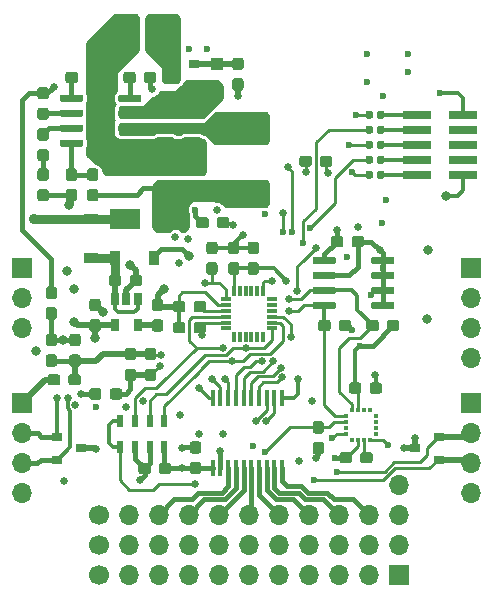
<source format=gbl>
G04 #@! TF.GenerationSoftware,KiCad,Pcbnew,(5.1.2)-1*
G04 #@! TF.CreationDate,2019-05-18T14:04:30+12:00*
G04 #@! TF.ProjectId,SimpleFCv2,53696d70-6c65-4464-9376-322e6b696361,rev?*
G04 #@! TF.SameCoordinates,Original*
G04 #@! TF.FileFunction,Copper,L4,Bot*
G04 #@! TF.FilePolarity,Positive*
%FSLAX46Y46*%
G04 Gerber Fmt 4.6, Leading zero omitted, Abs format (unit mm)*
G04 Created by KiCad (PCBNEW (5.1.2)-1) date 2019-05-18 14:04:30*
%MOMM*%
%LPD*%
G04 APERTURE LIST*
%ADD10C,0.100000*%
%ADD11C,0.950000*%
%ADD12C,1.425000*%
%ADD13R,1.000000X1.000000*%
%ADD14R,0.900000X0.800000*%
%ADD15R,1.200000X0.900000*%
%ADD16R,0.900000X1.200000*%
%ADD17R,1.700000X1.700000*%
%ADD18O,1.700000X1.700000*%
%ADD19C,1.700000*%
%ADD20R,2.400000X0.740000*%
%ADD21R,3.400000X1.900000*%
%ADD22C,0.590000*%
%ADD23R,0.600000X1.100000*%
%ADD24R,0.350000X0.850000*%
%ADD25R,0.850000X0.350000*%
%ADD26C,2.410000*%
%ADD27C,0.600000*%
%ADD28R,0.650000X1.060000*%
%ADD29R,0.450000X1.450000*%
%ADD30R,2.500000X1.800000*%
%ADD31R,0.450000X0.300000*%
%ADD32R,0.300000X0.450000*%
%ADD33C,0.650000*%
%ADD34C,0.800000*%
%ADD35C,0.900000*%
%ADD36C,0.500000*%
%ADD37C,0.400000*%
%ADD38C,0.250000*%
%ADD39C,0.300000*%
%ADD40C,0.800000*%
%ADD41C,0.254000*%
G04 APERTURE END LIST*
D10*
G36*
X137460779Y-103551144D02*
G01*
X137483834Y-103554563D01*
X137506443Y-103560227D01*
X137528387Y-103568079D01*
X137549457Y-103578044D01*
X137569448Y-103590026D01*
X137588168Y-103603910D01*
X137605438Y-103619562D01*
X137621090Y-103636832D01*
X137634974Y-103655552D01*
X137646956Y-103675543D01*
X137656921Y-103696613D01*
X137664773Y-103718557D01*
X137670437Y-103741166D01*
X137673856Y-103764221D01*
X137675000Y-103787500D01*
X137675000Y-104362500D01*
X137673856Y-104385779D01*
X137670437Y-104408834D01*
X137664773Y-104431443D01*
X137656921Y-104453387D01*
X137646956Y-104474457D01*
X137634974Y-104494448D01*
X137621090Y-104513168D01*
X137605438Y-104530438D01*
X137588168Y-104546090D01*
X137569448Y-104559974D01*
X137549457Y-104571956D01*
X137528387Y-104581921D01*
X137506443Y-104589773D01*
X137483834Y-104595437D01*
X137460779Y-104598856D01*
X137437500Y-104600000D01*
X136962500Y-104600000D01*
X136939221Y-104598856D01*
X136916166Y-104595437D01*
X136893557Y-104589773D01*
X136871613Y-104581921D01*
X136850543Y-104571956D01*
X136830552Y-104559974D01*
X136811832Y-104546090D01*
X136794562Y-104530438D01*
X136778910Y-104513168D01*
X136765026Y-104494448D01*
X136753044Y-104474457D01*
X136743079Y-104453387D01*
X136735227Y-104431443D01*
X136729563Y-104408834D01*
X136726144Y-104385779D01*
X136725000Y-104362500D01*
X136725000Y-103787500D01*
X136726144Y-103764221D01*
X136729563Y-103741166D01*
X136735227Y-103718557D01*
X136743079Y-103696613D01*
X136753044Y-103675543D01*
X136765026Y-103655552D01*
X136778910Y-103636832D01*
X136794562Y-103619562D01*
X136811832Y-103603910D01*
X136830552Y-103590026D01*
X136850543Y-103578044D01*
X136871613Y-103568079D01*
X136893557Y-103560227D01*
X136916166Y-103554563D01*
X136939221Y-103551144D01*
X136962500Y-103550000D01*
X137437500Y-103550000D01*
X137460779Y-103551144D01*
X137460779Y-103551144D01*
G37*
D11*
X137200000Y-104075000D03*
D10*
G36*
X137460779Y-101801144D02*
G01*
X137483834Y-101804563D01*
X137506443Y-101810227D01*
X137528387Y-101818079D01*
X137549457Y-101828044D01*
X137569448Y-101840026D01*
X137588168Y-101853910D01*
X137605438Y-101869562D01*
X137621090Y-101886832D01*
X137634974Y-101905552D01*
X137646956Y-101925543D01*
X137656921Y-101946613D01*
X137664773Y-101968557D01*
X137670437Y-101991166D01*
X137673856Y-102014221D01*
X137675000Y-102037500D01*
X137675000Y-102612500D01*
X137673856Y-102635779D01*
X137670437Y-102658834D01*
X137664773Y-102681443D01*
X137656921Y-102703387D01*
X137646956Y-102724457D01*
X137634974Y-102744448D01*
X137621090Y-102763168D01*
X137605438Y-102780438D01*
X137588168Y-102796090D01*
X137569448Y-102809974D01*
X137549457Y-102821956D01*
X137528387Y-102831921D01*
X137506443Y-102839773D01*
X137483834Y-102845437D01*
X137460779Y-102848856D01*
X137437500Y-102850000D01*
X136962500Y-102850000D01*
X136939221Y-102848856D01*
X136916166Y-102845437D01*
X136893557Y-102839773D01*
X136871613Y-102831921D01*
X136850543Y-102821956D01*
X136830552Y-102809974D01*
X136811832Y-102796090D01*
X136794562Y-102780438D01*
X136778910Y-102763168D01*
X136765026Y-102744448D01*
X136753044Y-102724457D01*
X136743079Y-102703387D01*
X136735227Y-102681443D01*
X136729563Y-102658834D01*
X136726144Y-102635779D01*
X136725000Y-102612500D01*
X136725000Y-102037500D01*
X136726144Y-102014221D01*
X136729563Y-101991166D01*
X136735227Y-101968557D01*
X136743079Y-101946613D01*
X136753044Y-101925543D01*
X136765026Y-101905552D01*
X136778910Y-101886832D01*
X136794562Y-101869562D01*
X136811832Y-101853910D01*
X136830552Y-101840026D01*
X136850543Y-101828044D01*
X136871613Y-101818079D01*
X136893557Y-101810227D01*
X136916166Y-101804563D01*
X136939221Y-101801144D01*
X136962500Y-101800000D01*
X137437500Y-101800000D01*
X137460779Y-101801144D01*
X137460779Y-101801144D01*
G37*
D11*
X137200000Y-102325000D03*
D10*
G36*
X139160779Y-101801144D02*
G01*
X139183834Y-101804563D01*
X139206443Y-101810227D01*
X139228387Y-101818079D01*
X139249457Y-101828044D01*
X139269448Y-101840026D01*
X139288168Y-101853910D01*
X139305438Y-101869562D01*
X139321090Y-101886832D01*
X139334974Y-101905552D01*
X139346956Y-101925543D01*
X139356921Y-101946613D01*
X139364773Y-101968557D01*
X139370437Y-101991166D01*
X139373856Y-102014221D01*
X139375000Y-102037500D01*
X139375000Y-102612500D01*
X139373856Y-102635779D01*
X139370437Y-102658834D01*
X139364773Y-102681443D01*
X139356921Y-102703387D01*
X139346956Y-102724457D01*
X139334974Y-102744448D01*
X139321090Y-102763168D01*
X139305438Y-102780438D01*
X139288168Y-102796090D01*
X139269448Y-102809974D01*
X139249457Y-102821956D01*
X139228387Y-102831921D01*
X139206443Y-102839773D01*
X139183834Y-102845437D01*
X139160779Y-102848856D01*
X139137500Y-102850000D01*
X138662500Y-102850000D01*
X138639221Y-102848856D01*
X138616166Y-102845437D01*
X138593557Y-102839773D01*
X138571613Y-102831921D01*
X138550543Y-102821956D01*
X138530552Y-102809974D01*
X138511832Y-102796090D01*
X138494562Y-102780438D01*
X138478910Y-102763168D01*
X138465026Y-102744448D01*
X138453044Y-102724457D01*
X138443079Y-102703387D01*
X138435227Y-102681443D01*
X138429563Y-102658834D01*
X138426144Y-102635779D01*
X138425000Y-102612500D01*
X138425000Y-102037500D01*
X138426144Y-102014221D01*
X138429563Y-101991166D01*
X138435227Y-101968557D01*
X138443079Y-101946613D01*
X138453044Y-101925543D01*
X138465026Y-101905552D01*
X138478910Y-101886832D01*
X138494562Y-101869562D01*
X138511832Y-101853910D01*
X138530552Y-101840026D01*
X138550543Y-101828044D01*
X138571613Y-101818079D01*
X138593557Y-101810227D01*
X138616166Y-101804563D01*
X138639221Y-101801144D01*
X138662500Y-101800000D01*
X139137500Y-101800000D01*
X139160779Y-101801144D01*
X139160779Y-101801144D01*
G37*
D11*
X138900000Y-102325000D03*
D10*
G36*
X139160779Y-103551144D02*
G01*
X139183834Y-103554563D01*
X139206443Y-103560227D01*
X139228387Y-103568079D01*
X139249457Y-103578044D01*
X139269448Y-103590026D01*
X139288168Y-103603910D01*
X139305438Y-103619562D01*
X139321090Y-103636832D01*
X139334974Y-103655552D01*
X139346956Y-103675543D01*
X139356921Y-103696613D01*
X139364773Y-103718557D01*
X139370437Y-103741166D01*
X139373856Y-103764221D01*
X139375000Y-103787500D01*
X139375000Y-104362500D01*
X139373856Y-104385779D01*
X139370437Y-104408834D01*
X139364773Y-104431443D01*
X139356921Y-104453387D01*
X139346956Y-104474457D01*
X139334974Y-104494448D01*
X139321090Y-104513168D01*
X139305438Y-104530438D01*
X139288168Y-104546090D01*
X139269448Y-104559974D01*
X139249457Y-104571956D01*
X139228387Y-104581921D01*
X139206443Y-104589773D01*
X139183834Y-104595437D01*
X139160779Y-104598856D01*
X139137500Y-104600000D01*
X138662500Y-104600000D01*
X138639221Y-104598856D01*
X138616166Y-104595437D01*
X138593557Y-104589773D01*
X138571613Y-104581921D01*
X138550543Y-104571956D01*
X138530552Y-104559974D01*
X138511832Y-104546090D01*
X138494562Y-104530438D01*
X138478910Y-104513168D01*
X138465026Y-104494448D01*
X138453044Y-104474457D01*
X138443079Y-104453387D01*
X138435227Y-104431443D01*
X138429563Y-104408834D01*
X138426144Y-104385779D01*
X138425000Y-104362500D01*
X138425000Y-103787500D01*
X138426144Y-103764221D01*
X138429563Y-103741166D01*
X138435227Y-103718557D01*
X138443079Y-103696613D01*
X138453044Y-103675543D01*
X138465026Y-103655552D01*
X138478910Y-103636832D01*
X138494562Y-103619562D01*
X138511832Y-103603910D01*
X138530552Y-103590026D01*
X138550543Y-103578044D01*
X138571613Y-103568079D01*
X138593557Y-103560227D01*
X138616166Y-103554563D01*
X138639221Y-103551144D01*
X138662500Y-103550000D01*
X139137500Y-103550000D01*
X139160779Y-103551144D01*
X139160779Y-103551144D01*
G37*
D11*
X138900000Y-104075000D03*
D10*
G36*
X140460779Y-111526144D02*
G01*
X140483834Y-111529563D01*
X140506443Y-111535227D01*
X140528387Y-111543079D01*
X140549457Y-111553044D01*
X140569448Y-111565026D01*
X140588168Y-111578910D01*
X140605438Y-111594562D01*
X140621090Y-111611832D01*
X140634974Y-111630552D01*
X140646956Y-111650543D01*
X140656921Y-111671613D01*
X140664773Y-111693557D01*
X140670437Y-111716166D01*
X140673856Y-111739221D01*
X140675000Y-111762500D01*
X140675000Y-112237500D01*
X140673856Y-112260779D01*
X140670437Y-112283834D01*
X140664773Y-112306443D01*
X140656921Y-112328387D01*
X140646956Y-112349457D01*
X140634974Y-112369448D01*
X140621090Y-112388168D01*
X140605438Y-112405438D01*
X140588168Y-112421090D01*
X140569448Y-112434974D01*
X140549457Y-112446956D01*
X140528387Y-112456921D01*
X140506443Y-112464773D01*
X140483834Y-112470437D01*
X140460779Y-112473856D01*
X140437500Y-112475000D01*
X139862500Y-112475000D01*
X139839221Y-112473856D01*
X139816166Y-112470437D01*
X139793557Y-112464773D01*
X139771613Y-112456921D01*
X139750543Y-112446956D01*
X139730552Y-112434974D01*
X139711832Y-112421090D01*
X139694562Y-112405438D01*
X139678910Y-112388168D01*
X139665026Y-112369448D01*
X139653044Y-112349457D01*
X139643079Y-112328387D01*
X139635227Y-112306443D01*
X139629563Y-112283834D01*
X139626144Y-112260779D01*
X139625000Y-112237500D01*
X139625000Y-111762500D01*
X139626144Y-111739221D01*
X139629563Y-111716166D01*
X139635227Y-111693557D01*
X139643079Y-111671613D01*
X139653044Y-111650543D01*
X139665026Y-111630552D01*
X139678910Y-111611832D01*
X139694562Y-111594562D01*
X139711832Y-111578910D01*
X139730552Y-111565026D01*
X139750543Y-111553044D01*
X139771613Y-111543079D01*
X139793557Y-111535227D01*
X139816166Y-111529563D01*
X139839221Y-111526144D01*
X139862500Y-111525000D01*
X140437500Y-111525000D01*
X140460779Y-111526144D01*
X140460779Y-111526144D01*
G37*
D11*
X140150000Y-112000000D03*
D10*
G36*
X138710779Y-111526144D02*
G01*
X138733834Y-111529563D01*
X138756443Y-111535227D01*
X138778387Y-111543079D01*
X138799457Y-111553044D01*
X138819448Y-111565026D01*
X138838168Y-111578910D01*
X138855438Y-111594562D01*
X138871090Y-111611832D01*
X138884974Y-111630552D01*
X138896956Y-111650543D01*
X138906921Y-111671613D01*
X138914773Y-111693557D01*
X138920437Y-111716166D01*
X138923856Y-111739221D01*
X138925000Y-111762500D01*
X138925000Y-112237500D01*
X138923856Y-112260779D01*
X138920437Y-112283834D01*
X138914773Y-112306443D01*
X138906921Y-112328387D01*
X138896956Y-112349457D01*
X138884974Y-112369448D01*
X138871090Y-112388168D01*
X138855438Y-112405438D01*
X138838168Y-112421090D01*
X138819448Y-112434974D01*
X138799457Y-112446956D01*
X138778387Y-112456921D01*
X138756443Y-112464773D01*
X138733834Y-112470437D01*
X138710779Y-112473856D01*
X138687500Y-112475000D01*
X138112500Y-112475000D01*
X138089221Y-112473856D01*
X138066166Y-112470437D01*
X138043557Y-112464773D01*
X138021613Y-112456921D01*
X138000543Y-112446956D01*
X137980552Y-112434974D01*
X137961832Y-112421090D01*
X137944562Y-112405438D01*
X137928910Y-112388168D01*
X137915026Y-112369448D01*
X137903044Y-112349457D01*
X137893079Y-112328387D01*
X137885227Y-112306443D01*
X137879563Y-112283834D01*
X137876144Y-112260779D01*
X137875000Y-112237500D01*
X137875000Y-111762500D01*
X137876144Y-111739221D01*
X137879563Y-111716166D01*
X137885227Y-111693557D01*
X137893079Y-111671613D01*
X137903044Y-111650543D01*
X137915026Y-111630552D01*
X137928910Y-111611832D01*
X137944562Y-111594562D01*
X137961832Y-111578910D01*
X137980552Y-111565026D01*
X138000543Y-111553044D01*
X138021613Y-111543079D01*
X138043557Y-111535227D01*
X138066166Y-111529563D01*
X138089221Y-111526144D01*
X138112500Y-111525000D01*
X138687500Y-111525000D01*
X138710779Y-111526144D01*
X138710779Y-111526144D01*
G37*
D11*
X138400000Y-112000000D03*
D10*
G36*
X158285779Y-104726144D02*
G01*
X158308834Y-104729563D01*
X158331443Y-104735227D01*
X158353387Y-104743079D01*
X158374457Y-104753044D01*
X158394448Y-104765026D01*
X158413168Y-104778910D01*
X158430438Y-104794562D01*
X158446090Y-104811832D01*
X158459974Y-104830552D01*
X158471956Y-104850543D01*
X158481921Y-104871613D01*
X158489773Y-104893557D01*
X158495437Y-104916166D01*
X158498856Y-104939221D01*
X158500000Y-104962500D01*
X158500000Y-105437500D01*
X158498856Y-105460779D01*
X158495437Y-105483834D01*
X158489773Y-105506443D01*
X158481921Y-105528387D01*
X158471956Y-105549457D01*
X158459974Y-105569448D01*
X158446090Y-105588168D01*
X158430438Y-105605438D01*
X158413168Y-105621090D01*
X158394448Y-105634974D01*
X158374457Y-105646956D01*
X158353387Y-105656921D01*
X158331443Y-105664773D01*
X158308834Y-105670437D01*
X158285779Y-105673856D01*
X158262500Y-105675000D01*
X157687500Y-105675000D01*
X157664221Y-105673856D01*
X157641166Y-105670437D01*
X157618557Y-105664773D01*
X157596613Y-105656921D01*
X157575543Y-105646956D01*
X157555552Y-105634974D01*
X157536832Y-105621090D01*
X157519562Y-105605438D01*
X157503910Y-105588168D01*
X157490026Y-105569448D01*
X157478044Y-105549457D01*
X157468079Y-105528387D01*
X157460227Y-105506443D01*
X157454563Y-105483834D01*
X157451144Y-105460779D01*
X157450000Y-105437500D01*
X157450000Y-104962500D01*
X157451144Y-104939221D01*
X157454563Y-104916166D01*
X157460227Y-104893557D01*
X157468079Y-104871613D01*
X157478044Y-104850543D01*
X157490026Y-104830552D01*
X157503910Y-104811832D01*
X157519562Y-104794562D01*
X157536832Y-104778910D01*
X157555552Y-104765026D01*
X157575543Y-104753044D01*
X157596613Y-104743079D01*
X157618557Y-104735227D01*
X157641166Y-104729563D01*
X157664221Y-104726144D01*
X157687500Y-104725000D01*
X158262500Y-104725000D01*
X158285779Y-104726144D01*
X158285779Y-104726144D01*
G37*
D11*
X157975000Y-105200000D03*
D10*
G36*
X156535779Y-104726144D02*
G01*
X156558834Y-104729563D01*
X156581443Y-104735227D01*
X156603387Y-104743079D01*
X156624457Y-104753044D01*
X156644448Y-104765026D01*
X156663168Y-104778910D01*
X156680438Y-104794562D01*
X156696090Y-104811832D01*
X156709974Y-104830552D01*
X156721956Y-104850543D01*
X156731921Y-104871613D01*
X156739773Y-104893557D01*
X156745437Y-104916166D01*
X156748856Y-104939221D01*
X156750000Y-104962500D01*
X156750000Y-105437500D01*
X156748856Y-105460779D01*
X156745437Y-105483834D01*
X156739773Y-105506443D01*
X156731921Y-105528387D01*
X156721956Y-105549457D01*
X156709974Y-105569448D01*
X156696090Y-105588168D01*
X156680438Y-105605438D01*
X156663168Y-105621090D01*
X156644448Y-105634974D01*
X156624457Y-105646956D01*
X156603387Y-105656921D01*
X156581443Y-105664773D01*
X156558834Y-105670437D01*
X156535779Y-105673856D01*
X156512500Y-105675000D01*
X155937500Y-105675000D01*
X155914221Y-105673856D01*
X155891166Y-105670437D01*
X155868557Y-105664773D01*
X155846613Y-105656921D01*
X155825543Y-105646956D01*
X155805552Y-105634974D01*
X155786832Y-105621090D01*
X155769562Y-105605438D01*
X155753910Y-105588168D01*
X155740026Y-105569448D01*
X155728044Y-105549457D01*
X155718079Y-105528387D01*
X155710227Y-105506443D01*
X155704563Y-105483834D01*
X155701144Y-105460779D01*
X155700000Y-105437500D01*
X155700000Y-104962500D01*
X155701144Y-104939221D01*
X155704563Y-104916166D01*
X155710227Y-104893557D01*
X155718079Y-104871613D01*
X155728044Y-104850543D01*
X155740026Y-104830552D01*
X155753910Y-104811832D01*
X155769562Y-104794562D01*
X155786832Y-104778910D01*
X155805552Y-104765026D01*
X155825543Y-104753044D01*
X155846613Y-104743079D01*
X155868557Y-104735227D01*
X155891166Y-104729563D01*
X155914221Y-104726144D01*
X155937500Y-104725000D01*
X156512500Y-104725000D01*
X156535779Y-104726144D01*
X156535779Y-104726144D01*
G37*
D11*
X156225000Y-105200000D03*
D10*
G36*
X155735779Y-110626144D02*
G01*
X155758834Y-110629563D01*
X155781443Y-110635227D01*
X155803387Y-110643079D01*
X155824457Y-110653044D01*
X155844448Y-110665026D01*
X155863168Y-110678910D01*
X155880438Y-110694562D01*
X155896090Y-110711832D01*
X155909974Y-110730552D01*
X155921956Y-110750543D01*
X155931921Y-110771613D01*
X155939773Y-110793557D01*
X155945437Y-110816166D01*
X155948856Y-110839221D01*
X155950000Y-110862500D01*
X155950000Y-111337500D01*
X155948856Y-111360779D01*
X155945437Y-111383834D01*
X155939773Y-111406443D01*
X155931921Y-111428387D01*
X155921956Y-111449457D01*
X155909974Y-111469448D01*
X155896090Y-111488168D01*
X155880438Y-111505438D01*
X155863168Y-111521090D01*
X155844448Y-111534974D01*
X155824457Y-111546956D01*
X155803387Y-111556921D01*
X155781443Y-111564773D01*
X155758834Y-111570437D01*
X155735779Y-111573856D01*
X155712500Y-111575000D01*
X155137500Y-111575000D01*
X155114221Y-111573856D01*
X155091166Y-111570437D01*
X155068557Y-111564773D01*
X155046613Y-111556921D01*
X155025543Y-111546956D01*
X155005552Y-111534974D01*
X154986832Y-111521090D01*
X154969562Y-111505438D01*
X154953910Y-111488168D01*
X154940026Y-111469448D01*
X154928044Y-111449457D01*
X154918079Y-111428387D01*
X154910227Y-111406443D01*
X154904563Y-111383834D01*
X154901144Y-111360779D01*
X154900000Y-111337500D01*
X154900000Y-110862500D01*
X154901144Y-110839221D01*
X154904563Y-110816166D01*
X154910227Y-110793557D01*
X154918079Y-110771613D01*
X154928044Y-110750543D01*
X154940026Y-110730552D01*
X154953910Y-110711832D01*
X154969562Y-110694562D01*
X154986832Y-110678910D01*
X155005552Y-110665026D01*
X155025543Y-110653044D01*
X155046613Y-110643079D01*
X155068557Y-110635227D01*
X155091166Y-110629563D01*
X155114221Y-110626144D01*
X155137500Y-110625000D01*
X155712500Y-110625000D01*
X155735779Y-110626144D01*
X155735779Y-110626144D01*
G37*
D11*
X155425000Y-111100000D03*
D10*
G36*
X157485779Y-110626144D02*
G01*
X157508834Y-110629563D01*
X157531443Y-110635227D01*
X157553387Y-110643079D01*
X157574457Y-110653044D01*
X157594448Y-110665026D01*
X157613168Y-110678910D01*
X157630438Y-110694562D01*
X157646090Y-110711832D01*
X157659974Y-110730552D01*
X157671956Y-110750543D01*
X157681921Y-110771613D01*
X157689773Y-110793557D01*
X157695437Y-110816166D01*
X157698856Y-110839221D01*
X157700000Y-110862500D01*
X157700000Y-111337500D01*
X157698856Y-111360779D01*
X157695437Y-111383834D01*
X157689773Y-111406443D01*
X157681921Y-111428387D01*
X157671956Y-111449457D01*
X157659974Y-111469448D01*
X157646090Y-111488168D01*
X157630438Y-111505438D01*
X157613168Y-111521090D01*
X157594448Y-111534974D01*
X157574457Y-111546956D01*
X157553387Y-111556921D01*
X157531443Y-111564773D01*
X157508834Y-111570437D01*
X157485779Y-111573856D01*
X157462500Y-111575000D01*
X156887500Y-111575000D01*
X156864221Y-111573856D01*
X156841166Y-111570437D01*
X156818557Y-111564773D01*
X156796613Y-111556921D01*
X156775543Y-111546956D01*
X156755552Y-111534974D01*
X156736832Y-111521090D01*
X156719562Y-111505438D01*
X156703910Y-111488168D01*
X156690026Y-111469448D01*
X156678044Y-111449457D01*
X156668079Y-111428387D01*
X156660227Y-111406443D01*
X156654563Y-111383834D01*
X156651144Y-111360779D01*
X156650000Y-111337500D01*
X156650000Y-110862500D01*
X156651144Y-110839221D01*
X156654563Y-110816166D01*
X156660227Y-110793557D01*
X156668079Y-110771613D01*
X156678044Y-110750543D01*
X156690026Y-110730552D01*
X156703910Y-110711832D01*
X156719562Y-110694562D01*
X156736832Y-110678910D01*
X156755552Y-110665026D01*
X156775543Y-110653044D01*
X156796613Y-110643079D01*
X156818557Y-110635227D01*
X156841166Y-110629563D01*
X156864221Y-110626144D01*
X156887500Y-110625000D01*
X157462500Y-110625000D01*
X157485779Y-110626144D01*
X157485779Y-110626144D01*
G37*
D11*
X157175000Y-111100000D03*
D10*
G36*
X141635779Y-97826144D02*
G01*
X141658834Y-97829563D01*
X141681443Y-97835227D01*
X141703387Y-97843079D01*
X141724457Y-97853044D01*
X141744448Y-97865026D01*
X141763168Y-97878910D01*
X141780438Y-97894562D01*
X141796090Y-97911832D01*
X141809974Y-97930552D01*
X141821956Y-97950543D01*
X141831921Y-97971613D01*
X141839773Y-97993557D01*
X141845437Y-98016166D01*
X141848856Y-98039221D01*
X141850000Y-98062500D01*
X141850000Y-98537500D01*
X141848856Y-98560779D01*
X141845437Y-98583834D01*
X141839773Y-98606443D01*
X141831921Y-98628387D01*
X141821956Y-98649457D01*
X141809974Y-98669448D01*
X141796090Y-98688168D01*
X141780438Y-98705438D01*
X141763168Y-98721090D01*
X141744448Y-98734974D01*
X141724457Y-98746956D01*
X141703387Y-98756921D01*
X141681443Y-98764773D01*
X141658834Y-98770437D01*
X141635779Y-98773856D01*
X141612500Y-98775000D01*
X141037500Y-98775000D01*
X141014221Y-98773856D01*
X140991166Y-98770437D01*
X140968557Y-98764773D01*
X140946613Y-98756921D01*
X140925543Y-98746956D01*
X140905552Y-98734974D01*
X140886832Y-98721090D01*
X140869562Y-98705438D01*
X140853910Y-98688168D01*
X140840026Y-98669448D01*
X140828044Y-98649457D01*
X140818079Y-98628387D01*
X140810227Y-98606443D01*
X140804563Y-98583834D01*
X140801144Y-98560779D01*
X140800000Y-98537500D01*
X140800000Y-98062500D01*
X140801144Y-98039221D01*
X140804563Y-98016166D01*
X140810227Y-97993557D01*
X140818079Y-97971613D01*
X140828044Y-97950543D01*
X140840026Y-97930552D01*
X140853910Y-97911832D01*
X140869562Y-97894562D01*
X140886832Y-97878910D01*
X140905552Y-97865026D01*
X140925543Y-97853044D01*
X140946613Y-97843079D01*
X140968557Y-97835227D01*
X140991166Y-97829563D01*
X141014221Y-97826144D01*
X141037500Y-97825000D01*
X141612500Y-97825000D01*
X141635779Y-97826144D01*
X141635779Y-97826144D01*
G37*
D11*
X141325000Y-98300000D03*
D10*
G36*
X143385779Y-97826144D02*
G01*
X143408834Y-97829563D01*
X143431443Y-97835227D01*
X143453387Y-97843079D01*
X143474457Y-97853044D01*
X143494448Y-97865026D01*
X143513168Y-97878910D01*
X143530438Y-97894562D01*
X143546090Y-97911832D01*
X143559974Y-97930552D01*
X143571956Y-97950543D01*
X143581921Y-97971613D01*
X143589773Y-97993557D01*
X143595437Y-98016166D01*
X143598856Y-98039221D01*
X143600000Y-98062500D01*
X143600000Y-98537500D01*
X143598856Y-98560779D01*
X143595437Y-98583834D01*
X143589773Y-98606443D01*
X143581921Y-98628387D01*
X143571956Y-98649457D01*
X143559974Y-98669448D01*
X143546090Y-98688168D01*
X143530438Y-98705438D01*
X143513168Y-98721090D01*
X143494448Y-98734974D01*
X143474457Y-98746956D01*
X143453387Y-98756921D01*
X143431443Y-98764773D01*
X143408834Y-98770437D01*
X143385779Y-98773856D01*
X143362500Y-98775000D01*
X142787500Y-98775000D01*
X142764221Y-98773856D01*
X142741166Y-98770437D01*
X142718557Y-98764773D01*
X142696613Y-98756921D01*
X142675543Y-98746956D01*
X142655552Y-98734974D01*
X142636832Y-98721090D01*
X142619562Y-98705438D01*
X142603910Y-98688168D01*
X142590026Y-98669448D01*
X142578044Y-98649457D01*
X142568079Y-98628387D01*
X142560227Y-98606443D01*
X142554563Y-98583834D01*
X142551144Y-98560779D01*
X142550000Y-98537500D01*
X142550000Y-98062500D01*
X142551144Y-98039221D01*
X142554563Y-98016166D01*
X142560227Y-97993557D01*
X142568079Y-97971613D01*
X142578044Y-97950543D01*
X142590026Y-97930552D01*
X142603910Y-97911832D01*
X142619562Y-97894562D01*
X142636832Y-97878910D01*
X142655552Y-97865026D01*
X142675543Y-97853044D01*
X142696613Y-97843079D01*
X142718557Y-97835227D01*
X142741166Y-97829563D01*
X142764221Y-97826144D01*
X142787500Y-97825000D01*
X143362500Y-97825000D01*
X143385779Y-97826144D01*
X143385779Y-97826144D01*
G37*
D11*
X143075000Y-98300000D03*
D10*
G36*
X143385779Y-99626144D02*
G01*
X143408834Y-99629563D01*
X143431443Y-99635227D01*
X143453387Y-99643079D01*
X143474457Y-99653044D01*
X143494448Y-99665026D01*
X143513168Y-99678910D01*
X143530438Y-99694562D01*
X143546090Y-99711832D01*
X143559974Y-99730552D01*
X143571956Y-99750543D01*
X143581921Y-99771613D01*
X143589773Y-99793557D01*
X143595437Y-99816166D01*
X143598856Y-99839221D01*
X143600000Y-99862500D01*
X143600000Y-100337500D01*
X143598856Y-100360779D01*
X143595437Y-100383834D01*
X143589773Y-100406443D01*
X143581921Y-100428387D01*
X143571956Y-100449457D01*
X143559974Y-100469448D01*
X143546090Y-100488168D01*
X143530438Y-100505438D01*
X143513168Y-100521090D01*
X143494448Y-100534974D01*
X143474457Y-100546956D01*
X143453387Y-100556921D01*
X143431443Y-100564773D01*
X143408834Y-100570437D01*
X143385779Y-100573856D01*
X143362500Y-100575000D01*
X142787500Y-100575000D01*
X142764221Y-100573856D01*
X142741166Y-100570437D01*
X142718557Y-100564773D01*
X142696613Y-100556921D01*
X142675543Y-100546956D01*
X142655552Y-100534974D01*
X142636832Y-100521090D01*
X142619562Y-100505438D01*
X142603910Y-100488168D01*
X142590026Y-100469448D01*
X142578044Y-100449457D01*
X142568079Y-100428387D01*
X142560227Y-100406443D01*
X142554563Y-100383834D01*
X142551144Y-100360779D01*
X142550000Y-100337500D01*
X142550000Y-99862500D01*
X142551144Y-99839221D01*
X142554563Y-99816166D01*
X142560227Y-99793557D01*
X142568079Y-99771613D01*
X142578044Y-99750543D01*
X142590026Y-99730552D01*
X142603910Y-99711832D01*
X142619562Y-99694562D01*
X142636832Y-99678910D01*
X142655552Y-99665026D01*
X142675543Y-99653044D01*
X142696613Y-99643079D01*
X142718557Y-99635227D01*
X142741166Y-99629563D01*
X142764221Y-99626144D01*
X142787500Y-99625000D01*
X143362500Y-99625000D01*
X143385779Y-99626144D01*
X143385779Y-99626144D01*
G37*
D11*
X143075000Y-100100000D03*
D10*
G36*
X141635779Y-99626144D02*
G01*
X141658834Y-99629563D01*
X141681443Y-99635227D01*
X141703387Y-99643079D01*
X141724457Y-99653044D01*
X141744448Y-99665026D01*
X141763168Y-99678910D01*
X141780438Y-99694562D01*
X141796090Y-99711832D01*
X141809974Y-99730552D01*
X141821956Y-99750543D01*
X141831921Y-99771613D01*
X141839773Y-99793557D01*
X141845437Y-99816166D01*
X141848856Y-99839221D01*
X141850000Y-99862500D01*
X141850000Y-100337500D01*
X141848856Y-100360779D01*
X141845437Y-100383834D01*
X141839773Y-100406443D01*
X141831921Y-100428387D01*
X141821956Y-100449457D01*
X141809974Y-100469448D01*
X141796090Y-100488168D01*
X141780438Y-100505438D01*
X141763168Y-100521090D01*
X141744448Y-100534974D01*
X141724457Y-100546956D01*
X141703387Y-100556921D01*
X141681443Y-100564773D01*
X141658834Y-100570437D01*
X141635779Y-100573856D01*
X141612500Y-100575000D01*
X141037500Y-100575000D01*
X141014221Y-100573856D01*
X140991166Y-100570437D01*
X140968557Y-100564773D01*
X140946613Y-100556921D01*
X140925543Y-100546956D01*
X140905552Y-100534974D01*
X140886832Y-100521090D01*
X140869562Y-100505438D01*
X140853910Y-100488168D01*
X140840026Y-100469448D01*
X140828044Y-100449457D01*
X140818079Y-100428387D01*
X140810227Y-100406443D01*
X140804563Y-100383834D01*
X140801144Y-100360779D01*
X140800000Y-100337500D01*
X140800000Y-99862500D01*
X140801144Y-99839221D01*
X140804563Y-99816166D01*
X140810227Y-99793557D01*
X140818079Y-99771613D01*
X140828044Y-99750543D01*
X140840026Y-99730552D01*
X140853910Y-99711832D01*
X140869562Y-99694562D01*
X140886832Y-99678910D01*
X140905552Y-99665026D01*
X140925543Y-99653044D01*
X140946613Y-99643079D01*
X140968557Y-99635227D01*
X140991166Y-99629563D01*
X141014221Y-99626144D01*
X141037500Y-99625000D01*
X141612500Y-99625000D01*
X141635779Y-99626144D01*
X141635779Y-99626144D01*
G37*
D11*
X141325000Y-100100000D03*
D10*
G36*
X147860779Y-94551144D02*
G01*
X147883834Y-94554563D01*
X147906443Y-94560227D01*
X147928387Y-94568079D01*
X147949457Y-94578044D01*
X147969448Y-94590026D01*
X147988168Y-94603910D01*
X148005438Y-94619562D01*
X148021090Y-94636832D01*
X148034974Y-94655552D01*
X148046956Y-94675543D01*
X148056921Y-94696613D01*
X148064773Y-94718557D01*
X148070437Y-94741166D01*
X148073856Y-94764221D01*
X148075000Y-94787500D01*
X148075000Y-95362500D01*
X148073856Y-95385779D01*
X148070437Y-95408834D01*
X148064773Y-95431443D01*
X148056921Y-95453387D01*
X148046956Y-95474457D01*
X148034974Y-95494448D01*
X148021090Y-95513168D01*
X148005438Y-95530438D01*
X147988168Y-95546090D01*
X147969448Y-95559974D01*
X147949457Y-95571956D01*
X147928387Y-95581921D01*
X147906443Y-95589773D01*
X147883834Y-95595437D01*
X147860779Y-95598856D01*
X147837500Y-95600000D01*
X147362500Y-95600000D01*
X147339221Y-95598856D01*
X147316166Y-95595437D01*
X147293557Y-95589773D01*
X147271613Y-95581921D01*
X147250543Y-95571956D01*
X147230552Y-95559974D01*
X147211832Y-95546090D01*
X147194562Y-95530438D01*
X147178910Y-95513168D01*
X147165026Y-95494448D01*
X147153044Y-95474457D01*
X147143079Y-95453387D01*
X147135227Y-95431443D01*
X147129563Y-95408834D01*
X147126144Y-95385779D01*
X147125000Y-95362500D01*
X147125000Y-94787500D01*
X147126144Y-94764221D01*
X147129563Y-94741166D01*
X147135227Y-94718557D01*
X147143079Y-94696613D01*
X147153044Y-94675543D01*
X147165026Y-94655552D01*
X147178910Y-94636832D01*
X147194562Y-94619562D01*
X147211832Y-94603910D01*
X147230552Y-94590026D01*
X147250543Y-94578044D01*
X147271613Y-94568079D01*
X147293557Y-94560227D01*
X147316166Y-94554563D01*
X147339221Y-94551144D01*
X147362500Y-94550000D01*
X147837500Y-94550000D01*
X147860779Y-94551144D01*
X147860779Y-94551144D01*
G37*
D11*
X147600000Y-95075000D03*
D10*
G36*
X147860779Y-92801144D02*
G01*
X147883834Y-92804563D01*
X147906443Y-92810227D01*
X147928387Y-92818079D01*
X147949457Y-92828044D01*
X147969448Y-92840026D01*
X147988168Y-92853910D01*
X148005438Y-92869562D01*
X148021090Y-92886832D01*
X148034974Y-92905552D01*
X148046956Y-92925543D01*
X148056921Y-92946613D01*
X148064773Y-92968557D01*
X148070437Y-92991166D01*
X148073856Y-93014221D01*
X148075000Y-93037500D01*
X148075000Y-93612500D01*
X148073856Y-93635779D01*
X148070437Y-93658834D01*
X148064773Y-93681443D01*
X148056921Y-93703387D01*
X148046956Y-93724457D01*
X148034974Y-93744448D01*
X148021090Y-93763168D01*
X148005438Y-93780438D01*
X147988168Y-93796090D01*
X147969448Y-93809974D01*
X147949457Y-93821956D01*
X147928387Y-93831921D01*
X147906443Y-93839773D01*
X147883834Y-93845437D01*
X147860779Y-93848856D01*
X147837500Y-93850000D01*
X147362500Y-93850000D01*
X147339221Y-93848856D01*
X147316166Y-93845437D01*
X147293557Y-93839773D01*
X147271613Y-93831921D01*
X147250543Y-93821956D01*
X147230552Y-93809974D01*
X147211832Y-93796090D01*
X147194562Y-93780438D01*
X147178910Y-93763168D01*
X147165026Y-93744448D01*
X147153044Y-93724457D01*
X147143079Y-93703387D01*
X147135227Y-93681443D01*
X147129563Y-93658834D01*
X147126144Y-93635779D01*
X147125000Y-93612500D01*
X147125000Y-93037500D01*
X147126144Y-93014221D01*
X147129563Y-92991166D01*
X147135227Y-92968557D01*
X147143079Y-92946613D01*
X147153044Y-92925543D01*
X147165026Y-92905552D01*
X147178910Y-92886832D01*
X147194562Y-92869562D01*
X147211832Y-92853910D01*
X147230552Y-92840026D01*
X147250543Y-92828044D01*
X147271613Y-92818079D01*
X147293557Y-92810227D01*
X147316166Y-92804563D01*
X147339221Y-92801144D01*
X147362500Y-92800000D01*
X147837500Y-92800000D01*
X147860779Y-92801144D01*
X147860779Y-92801144D01*
G37*
D11*
X147600000Y-93325000D03*
D10*
G36*
X146210779Y-94551144D02*
G01*
X146233834Y-94554563D01*
X146256443Y-94560227D01*
X146278387Y-94568079D01*
X146299457Y-94578044D01*
X146319448Y-94590026D01*
X146338168Y-94603910D01*
X146355438Y-94619562D01*
X146371090Y-94636832D01*
X146384974Y-94655552D01*
X146396956Y-94675543D01*
X146406921Y-94696613D01*
X146414773Y-94718557D01*
X146420437Y-94741166D01*
X146423856Y-94764221D01*
X146425000Y-94787500D01*
X146425000Y-95362500D01*
X146423856Y-95385779D01*
X146420437Y-95408834D01*
X146414773Y-95431443D01*
X146406921Y-95453387D01*
X146396956Y-95474457D01*
X146384974Y-95494448D01*
X146371090Y-95513168D01*
X146355438Y-95530438D01*
X146338168Y-95546090D01*
X146319448Y-95559974D01*
X146299457Y-95571956D01*
X146278387Y-95581921D01*
X146256443Y-95589773D01*
X146233834Y-95595437D01*
X146210779Y-95598856D01*
X146187500Y-95600000D01*
X145712500Y-95600000D01*
X145689221Y-95598856D01*
X145666166Y-95595437D01*
X145643557Y-95589773D01*
X145621613Y-95581921D01*
X145600543Y-95571956D01*
X145580552Y-95559974D01*
X145561832Y-95546090D01*
X145544562Y-95530438D01*
X145528910Y-95513168D01*
X145515026Y-95494448D01*
X145503044Y-95474457D01*
X145493079Y-95453387D01*
X145485227Y-95431443D01*
X145479563Y-95408834D01*
X145476144Y-95385779D01*
X145475000Y-95362500D01*
X145475000Y-94787500D01*
X145476144Y-94764221D01*
X145479563Y-94741166D01*
X145485227Y-94718557D01*
X145493079Y-94696613D01*
X145503044Y-94675543D01*
X145515026Y-94655552D01*
X145528910Y-94636832D01*
X145544562Y-94619562D01*
X145561832Y-94603910D01*
X145580552Y-94590026D01*
X145600543Y-94578044D01*
X145621613Y-94568079D01*
X145643557Y-94560227D01*
X145666166Y-94554563D01*
X145689221Y-94551144D01*
X145712500Y-94550000D01*
X146187500Y-94550000D01*
X146210779Y-94551144D01*
X146210779Y-94551144D01*
G37*
D11*
X145950000Y-95075000D03*
D10*
G36*
X146210779Y-92801144D02*
G01*
X146233834Y-92804563D01*
X146256443Y-92810227D01*
X146278387Y-92818079D01*
X146299457Y-92828044D01*
X146319448Y-92840026D01*
X146338168Y-92853910D01*
X146355438Y-92869562D01*
X146371090Y-92886832D01*
X146384974Y-92905552D01*
X146396956Y-92925543D01*
X146406921Y-92946613D01*
X146414773Y-92968557D01*
X146420437Y-92991166D01*
X146423856Y-93014221D01*
X146425000Y-93037500D01*
X146425000Y-93612500D01*
X146423856Y-93635779D01*
X146420437Y-93658834D01*
X146414773Y-93681443D01*
X146406921Y-93703387D01*
X146396956Y-93724457D01*
X146384974Y-93744448D01*
X146371090Y-93763168D01*
X146355438Y-93780438D01*
X146338168Y-93796090D01*
X146319448Y-93809974D01*
X146299457Y-93821956D01*
X146278387Y-93831921D01*
X146256443Y-93839773D01*
X146233834Y-93845437D01*
X146210779Y-93848856D01*
X146187500Y-93850000D01*
X145712500Y-93850000D01*
X145689221Y-93848856D01*
X145666166Y-93845437D01*
X145643557Y-93839773D01*
X145621613Y-93831921D01*
X145600543Y-93821956D01*
X145580552Y-93809974D01*
X145561832Y-93796090D01*
X145544562Y-93780438D01*
X145528910Y-93763168D01*
X145515026Y-93744448D01*
X145503044Y-93724457D01*
X145493079Y-93703387D01*
X145485227Y-93681443D01*
X145479563Y-93658834D01*
X145476144Y-93635779D01*
X145475000Y-93612500D01*
X145475000Y-93037500D01*
X145476144Y-93014221D01*
X145479563Y-92991166D01*
X145485227Y-92968557D01*
X145493079Y-92946613D01*
X145503044Y-92925543D01*
X145515026Y-92905552D01*
X145528910Y-92886832D01*
X145544562Y-92869562D01*
X145561832Y-92853910D01*
X145580552Y-92840026D01*
X145600543Y-92828044D01*
X145621613Y-92818079D01*
X145643557Y-92810227D01*
X145666166Y-92804563D01*
X145689221Y-92801144D01*
X145712500Y-92800000D01*
X146187500Y-92800000D01*
X146210779Y-92801144D01*
X146210779Y-92801144D01*
G37*
D11*
X145950000Y-93325000D03*
D10*
G36*
X139185779Y-78426144D02*
G01*
X139208834Y-78429563D01*
X139231443Y-78435227D01*
X139253387Y-78443079D01*
X139274457Y-78453044D01*
X139294448Y-78465026D01*
X139313168Y-78478910D01*
X139330438Y-78494562D01*
X139346090Y-78511832D01*
X139359974Y-78530552D01*
X139371956Y-78550543D01*
X139381921Y-78571613D01*
X139389773Y-78593557D01*
X139395437Y-78616166D01*
X139398856Y-78639221D01*
X139400000Y-78662500D01*
X139400000Y-79137500D01*
X139398856Y-79160779D01*
X139395437Y-79183834D01*
X139389773Y-79206443D01*
X139381921Y-79228387D01*
X139371956Y-79249457D01*
X139359974Y-79269448D01*
X139346090Y-79288168D01*
X139330438Y-79305438D01*
X139313168Y-79321090D01*
X139294448Y-79334974D01*
X139274457Y-79346956D01*
X139253387Y-79356921D01*
X139231443Y-79364773D01*
X139208834Y-79370437D01*
X139185779Y-79373856D01*
X139162500Y-79375000D01*
X138587500Y-79375000D01*
X138564221Y-79373856D01*
X138541166Y-79370437D01*
X138518557Y-79364773D01*
X138496613Y-79356921D01*
X138475543Y-79346956D01*
X138455552Y-79334974D01*
X138436832Y-79321090D01*
X138419562Y-79305438D01*
X138403910Y-79288168D01*
X138390026Y-79269448D01*
X138378044Y-79249457D01*
X138368079Y-79228387D01*
X138360227Y-79206443D01*
X138354563Y-79183834D01*
X138351144Y-79160779D01*
X138350000Y-79137500D01*
X138350000Y-78662500D01*
X138351144Y-78639221D01*
X138354563Y-78616166D01*
X138360227Y-78593557D01*
X138368079Y-78571613D01*
X138378044Y-78550543D01*
X138390026Y-78530552D01*
X138403910Y-78511832D01*
X138419562Y-78494562D01*
X138436832Y-78478910D01*
X138455552Y-78465026D01*
X138475543Y-78453044D01*
X138496613Y-78443079D01*
X138518557Y-78435227D01*
X138541166Y-78429563D01*
X138564221Y-78426144D01*
X138587500Y-78425000D01*
X139162500Y-78425000D01*
X139185779Y-78426144D01*
X139185779Y-78426144D01*
G37*
D11*
X138875000Y-78900000D03*
D10*
G36*
X137435779Y-78426144D02*
G01*
X137458834Y-78429563D01*
X137481443Y-78435227D01*
X137503387Y-78443079D01*
X137524457Y-78453044D01*
X137544448Y-78465026D01*
X137563168Y-78478910D01*
X137580438Y-78494562D01*
X137596090Y-78511832D01*
X137609974Y-78530552D01*
X137621956Y-78550543D01*
X137631921Y-78571613D01*
X137639773Y-78593557D01*
X137645437Y-78616166D01*
X137648856Y-78639221D01*
X137650000Y-78662500D01*
X137650000Y-79137500D01*
X137648856Y-79160779D01*
X137645437Y-79183834D01*
X137639773Y-79206443D01*
X137631921Y-79228387D01*
X137621956Y-79249457D01*
X137609974Y-79269448D01*
X137596090Y-79288168D01*
X137580438Y-79305438D01*
X137563168Y-79321090D01*
X137544448Y-79334974D01*
X137524457Y-79346956D01*
X137503387Y-79356921D01*
X137481443Y-79364773D01*
X137458834Y-79370437D01*
X137435779Y-79373856D01*
X137412500Y-79375000D01*
X136837500Y-79375000D01*
X136814221Y-79373856D01*
X136791166Y-79370437D01*
X136768557Y-79364773D01*
X136746613Y-79356921D01*
X136725543Y-79346956D01*
X136705552Y-79334974D01*
X136686832Y-79321090D01*
X136669562Y-79305438D01*
X136653910Y-79288168D01*
X136640026Y-79269448D01*
X136628044Y-79249457D01*
X136618079Y-79228387D01*
X136610227Y-79206443D01*
X136604563Y-79183834D01*
X136601144Y-79160779D01*
X136600000Y-79137500D01*
X136600000Y-78662500D01*
X136601144Y-78639221D01*
X136604563Y-78616166D01*
X136610227Y-78593557D01*
X136618079Y-78571613D01*
X136628044Y-78550543D01*
X136640026Y-78530552D01*
X136653910Y-78511832D01*
X136669562Y-78494562D01*
X136686832Y-78478910D01*
X136705552Y-78465026D01*
X136725543Y-78453044D01*
X136746613Y-78443079D01*
X136768557Y-78435227D01*
X136791166Y-78429563D01*
X136814221Y-78426144D01*
X136837500Y-78425000D01*
X137412500Y-78425000D01*
X137435779Y-78426144D01*
X137435779Y-78426144D01*
G37*
D11*
X137125000Y-78900000D03*
D10*
G36*
X140749504Y-81001204D02*
G01*
X140773773Y-81004804D01*
X140797571Y-81010765D01*
X140820671Y-81019030D01*
X140842849Y-81029520D01*
X140863893Y-81042133D01*
X140883598Y-81056747D01*
X140901777Y-81073223D01*
X140918253Y-81091402D01*
X140932867Y-81111107D01*
X140945480Y-81132151D01*
X140955970Y-81154329D01*
X140964235Y-81177429D01*
X140970196Y-81201227D01*
X140973796Y-81225496D01*
X140975000Y-81250000D01*
X140975000Y-82175000D01*
X140973796Y-82199504D01*
X140970196Y-82223773D01*
X140964235Y-82247571D01*
X140955970Y-82270671D01*
X140945480Y-82292849D01*
X140932867Y-82313893D01*
X140918253Y-82333598D01*
X140901777Y-82351777D01*
X140883598Y-82368253D01*
X140863893Y-82382867D01*
X140842849Y-82395480D01*
X140820671Y-82405970D01*
X140797571Y-82414235D01*
X140773773Y-82420196D01*
X140749504Y-82423796D01*
X140725000Y-82425000D01*
X139475000Y-82425000D01*
X139450496Y-82423796D01*
X139426227Y-82420196D01*
X139402429Y-82414235D01*
X139379329Y-82405970D01*
X139357151Y-82395480D01*
X139336107Y-82382867D01*
X139316402Y-82368253D01*
X139298223Y-82351777D01*
X139281747Y-82333598D01*
X139267133Y-82313893D01*
X139254520Y-82292849D01*
X139244030Y-82270671D01*
X139235765Y-82247571D01*
X139229804Y-82223773D01*
X139226204Y-82199504D01*
X139225000Y-82175000D01*
X139225000Y-81250000D01*
X139226204Y-81225496D01*
X139229804Y-81201227D01*
X139235765Y-81177429D01*
X139244030Y-81154329D01*
X139254520Y-81132151D01*
X139267133Y-81111107D01*
X139281747Y-81091402D01*
X139298223Y-81073223D01*
X139316402Y-81056747D01*
X139336107Y-81042133D01*
X139357151Y-81029520D01*
X139379329Y-81019030D01*
X139402429Y-81010765D01*
X139426227Y-81004804D01*
X139450496Y-81001204D01*
X139475000Y-81000000D01*
X140725000Y-81000000D01*
X140749504Y-81001204D01*
X140749504Y-81001204D01*
G37*
D12*
X140100000Y-81712500D03*
D10*
G36*
X140749504Y-83976204D02*
G01*
X140773773Y-83979804D01*
X140797571Y-83985765D01*
X140820671Y-83994030D01*
X140842849Y-84004520D01*
X140863893Y-84017133D01*
X140883598Y-84031747D01*
X140901777Y-84048223D01*
X140918253Y-84066402D01*
X140932867Y-84086107D01*
X140945480Y-84107151D01*
X140955970Y-84129329D01*
X140964235Y-84152429D01*
X140970196Y-84176227D01*
X140973796Y-84200496D01*
X140975000Y-84225000D01*
X140975000Y-85150000D01*
X140973796Y-85174504D01*
X140970196Y-85198773D01*
X140964235Y-85222571D01*
X140955970Y-85245671D01*
X140945480Y-85267849D01*
X140932867Y-85288893D01*
X140918253Y-85308598D01*
X140901777Y-85326777D01*
X140883598Y-85343253D01*
X140863893Y-85357867D01*
X140842849Y-85370480D01*
X140820671Y-85380970D01*
X140797571Y-85389235D01*
X140773773Y-85395196D01*
X140749504Y-85398796D01*
X140725000Y-85400000D01*
X139475000Y-85400000D01*
X139450496Y-85398796D01*
X139426227Y-85395196D01*
X139402429Y-85389235D01*
X139379329Y-85380970D01*
X139357151Y-85370480D01*
X139336107Y-85357867D01*
X139316402Y-85343253D01*
X139298223Y-85326777D01*
X139281747Y-85308598D01*
X139267133Y-85288893D01*
X139254520Y-85267849D01*
X139244030Y-85245671D01*
X139235765Y-85222571D01*
X139229804Y-85198773D01*
X139226204Y-85174504D01*
X139225000Y-85150000D01*
X139225000Y-84225000D01*
X139226204Y-84200496D01*
X139229804Y-84176227D01*
X139235765Y-84152429D01*
X139244030Y-84129329D01*
X139254520Y-84107151D01*
X139267133Y-84086107D01*
X139281747Y-84066402D01*
X139298223Y-84048223D01*
X139316402Y-84031747D01*
X139336107Y-84017133D01*
X139357151Y-84004520D01*
X139379329Y-83994030D01*
X139402429Y-83985765D01*
X139426227Y-83979804D01*
X139450496Y-83976204D01*
X139475000Y-83975000D01*
X140725000Y-83975000D01*
X140749504Y-83976204D01*
X140749504Y-83976204D01*
G37*
D12*
X140100000Y-84687500D03*
D10*
G36*
X143049504Y-83976204D02*
G01*
X143073773Y-83979804D01*
X143097571Y-83985765D01*
X143120671Y-83994030D01*
X143142849Y-84004520D01*
X143163893Y-84017133D01*
X143183598Y-84031747D01*
X143201777Y-84048223D01*
X143218253Y-84066402D01*
X143232867Y-84086107D01*
X143245480Y-84107151D01*
X143255970Y-84129329D01*
X143264235Y-84152429D01*
X143270196Y-84176227D01*
X143273796Y-84200496D01*
X143275000Y-84225000D01*
X143275000Y-85150000D01*
X143273796Y-85174504D01*
X143270196Y-85198773D01*
X143264235Y-85222571D01*
X143255970Y-85245671D01*
X143245480Y-85267849D01*
X143232867Y-85288893D01*
X143218253Y-85308598D01*
X143201777Y-85326777D01*
X143183598Y-85343253D01*
X143163893Y-85357867D01*
X143142849Y-85370480D01*
X143120671Y-85380970D01*
X143097571Y-85389235D01*
X143073773Y-85395196D01*
X143049504Y-85398796D01*
X143025000Y-85400000D01*
X141775000Y-85400000D01*
X141750496Y-85398796D01*
X141726227Y-85395196D01*
X141702429Y-85389235D01*
X141679329Y-85380970D01*
X141657151Y-85370480D01*
X141636107Y-85357867D01*
X141616402Y-85343253D01*
X141598223Y-85326777D01*
X141581747Y-85308598D01*
X141567133Y-85288893D01*
X141554520Y-85267849D01*
X141544030Y-85245671D01*
X141535765Y-85222571D01*
X141529804Y-85198773D01*
X141526204Y-85174504D01*
X141525000Y-85150000D01*
X141525000Y-84225000D01*
X141526204Y-84200496D01*
X141529804Y-84176227D01*
X141535765Y-84152429D01*
X141544030Y-84129329D01*
X141554520Y-84107151D01*
X141567133Y-84086107D01*
X141581747Y-84066402D01*
X141598223Y-84048223D01*
X141616402Y-84031747D01*
X141636107Y-84017133D01*
X141657151Y-84004520D01*
X141679329Y-83994030D01*
X141702429Y-83985765D01*
X141726227Y-83979804D01*
X141750496Y-83976204D01*
X141775000Y-83975000D01*
X143025000Y-83975000D01*
X143049504Y-83976204D01*
X143049504Y-83976204D01*
G37*
D12*
X142400000Y-84687500D03*
D10*
G36*
X143049504Y-81001204D02*
G01*
X143073773Y-81004804D01*
X143097571Y-81010765D01*
X143120671Y-81019030D01*
X143142849Y-81029520D01*
X143163893Y-81042133D01*
X143183598Y-81056747D01*
X143201777Y-81073223D01*
X143218253Y-81091402D01*
X143232867Y-81111107D01*
X143245480Y-81132151D01*
X143255970Y-81154329D01*
X143264235Y-81177429D01*
X143270196Y-81201227D01*
X143273796Y-81225496D01*
X143275000Y-81250000D01*
X143275000Y-82175000D01*
X143273796Y-82199504D01*
X143270196Y-82223773D01*
X143264235Y-82247571D01*
X143255970Y-82270671D01*
X143245480Y-82292849D01*
X143232867Y-82313893D01*
X143218253Y-82333598D01*
X143201777Y-82351777D01*
X143183598Y-82368253D01*
X143163893Y-82382867D01*
X143142849Y-82395480D01*
X143120671Y-82405970D01*
X143097571Y-82414235D01*
X143073773Y-82420196D01*
X143049504Y-82423796D01*
X143025000Y-82425000D01*
X141775000Y-82425000D01*
X141750496Y-82423796D01*
X141726227Y-82420196D01*
X141702429Y-82414235D01*
X141679329Y-82405970D01*
X141657151Y-82395480D01*
X141636107Y-82382867D01*
X141616402Y-82368253D01*
X141598223Y-82351777D01*
X141581747Y-82333598D01*
X141567133Y-82313893D01*
X141554520Y-82292849D01*
X141544030Y-82270671D01*
X141535765Y-82247571D01*
X141529804Y-82223773D01*
X141526204Y-82199504D01*
X141525000Y-82175000D01*
X141525000Y-81250000D01*
X141526204Y-81225496D01*
X141529804Y-81201227D01*
X141535765Y-81177429D01*
X141544030Y-81154329D01*
X141554520Y-81132151D01*
X141567133Y-81111107D01*
X141581747Y-81091402D01*
X141598223Y-81073223D01*
X141616402Y-81056747D01*
X141636107Y-81042133D01*
X141657151Y-81029520D01*
X141679329Y-81019030D01*
X141702429Y-81010765D01*
X141726227Y-81004804D01*
X141750496Y-81001204D01*
X141775000Y-81000000D01*
X143025000Y-81000000D01*
X143049504Y-81001204D01*
X143049504Y-81001204D01*
G37*
D12*
X142400000Y-81712500D03*
D10*
G36*
X130060779Y-83201144D02*
G01*
X130083834Y-83204563D01*
X130106443Y-83210227D01*
X130128387Y-83218079D01*
X130149457Y-83228044D01*
X130169448Y-83240026D01*
X130188168Y-83253910D01*
X130205438Y-83269562D01*
X130221090Y-83286832D01*
X130234974Y-83305552D01*
X130246956Y-83325543D01*
X130256921Y-83346613D01*
X130264773Y-83368557D01*
X130270437Y-83391166D01*
X130273856Y-83414221D01*
X130275000Y-83437500D01*
X130275000Y-84012500D01*
X130273856Y-84035779D01*
X130270437Y-84058834D01*
X130264773Y-84081443D01*
X130256921Y-84103387D01*
X130246956Y-84124457D01*
X130234974Y-84144448D01*
X130221090Y-84163168D01*
X130205438Y-84180438D01*
X130188168Y-84196090D01*
X130169448Y-84209974D01*
X130149457Y-84221956D01*
X130128387Y-84231921D01*
X130106443Y-84239773D01*
X130083834Y-84245437D01*
X130060779Y-84248856D01*
X130037500Y-84250000D01*
X129562500Y-84250000D01*
X129539221Y-84248856D01*
X129516166Y-84245437D01*
X129493557Y-84239773D01*
X129471613Y-84231921D01*
X129450543Y-84221956D01*
X129430552Y-84209974D01*
X129411832Y-84196090D01*
X129394562Y-84180438D01*
X129378910Y-84163168D01*
X129365026Y-84144448D01*
X129353044Y-84124457D01*
X129343079Y-84103387D01*
X129335227Y-84081443D01*
X129329563Y-84058834D01*
X129326144Y-84035779D01*
X129325000Y-84012500D01*
X129325000Y-83437500D01*
X129326144Y-83414221D01*
X129329563Y-83391166D01*
X129335227Y-83368557D01*
X129343079Y-83346613D01*
X129353044Y-83325543D01*
X129365026Y-83305552D01*
X129378910Y-83286832D01*
X129394562Y-83269562D01*
X129411832Y-83253910D01*
X129430552Y-83240026D01*
X129450543Y-83228044D01*
X129471613Y-83218079D01*
X129493557Y-83210227D01*
X129516166Y-83204563D01*
X129539221Y-83201144D01*
X129562500Y-83200000D01*
X130037500Y-83200000D01*
X130060779Y-83201144D01*
X130060779Y-83201144D01*
G37*
D11*
X129800000Y-83725000D03*
D10*
G36*
X130060779Y-84951144D02*
G01*
X130083834Y-84954563D01*
X130106443Y-84960227D01*
X130128387Y-84968079D01*
X130149457Y-84978044D01*
X130169448Y-84990026D01*
X130188168Y-85003910D01*
X130205438Y-85019562D01*
X130221090Y-85036832D01*
X130234974Y-85055552D01*
X130246956Y-85075543D01*
X130256921Y-85096613D01*
X130264773Y-85118557D01*
X130270437Y-85141166D01*
X130273856Y-85164221D01*
X130275000Y-85187500D01*
X130275000Y-85762500D01*
X130273856Y-85785779D01*
X130270437Y-85808834D01*
X130264773Y-85831443D01*
X130256921Y-85853387D01*
X130246956Y-85874457D01*
X130234974Y-85894448D01*
X130221090Y-85913168D01*
X130205438Y-85930438D01*
X130188168Y-85946090D01*
X130169448Y-85959974D01*
X130149457Y-85971956D01*
X130128387Y-85981921D01*
X130106443Y-85989773D01*
X130083834Y-85995437D01*
X130060779Y-85998856D01*
X130037500Y-86000000D01*
X129562500Y-86000000D01*
X129539221Y-85998856D01*
X129516166Y-85995437D01*
X129493557Y-85989773D01*
X129471613Y-85981921D01*
X129450543Y-85971956D01*
X129430552Y-85959974D01*
X129411832Y-85946090D01*
X129394562Y-85930438D01*
X129378910Y-85913168D01*
X129365026Y-85894448D01*
X129353044Y-85874457D01*
X129343079Y-85853387D01*
X129335227Y-85831443D01*
X129329563Y-85808834D01*
X129326144Y-85785779D01*
X129325000Y-85762500D01*
X129325000Y-85187500D01*
X129326144Y-85164221D01*
X129329563Y-85141166D01*
X129335227Y-85118557D01*
X129343079Y-85096613D01*
X129353044Y-85075543D01*
X129365026Y-85055552D01*
X129378910Y-85036832D01*
X129394562Y-85019562D01*
X129411832Y-85003910D01*
X129430552Y-84990026D01*
X129450543Y-84978044D01*
X129471613Y-84968079D01*
X129493557Y-84960227D01*
X129516166Y-84954563D01*
X129539221Y-84951144D01*
X129562500Y-84950000D01*
X130037500Y-84950000D01*
X130060779Y-84951144D01*
X130060779Y-84951144D01*
G37*
D11*
X129800000Y-85475000D03*
D10*
G36*
X132760779Y-102351144D02*
G01*
X132783834Y-102354563D01*
X132806443Y-102360227D01*
X132828387Y-102368079D01*
X132849457Y-102378044D01*
X132869448Y-102390026D01*
X132888168Y-102403910D01*
X132905438Y-102419562D01*
X132921090Y-102436832D01*
X132934974Y-102455552D01*
X132946956Y-102475543D01*
X132956921Y-102496613D01*
X132964773Y-102518557D01*
X132970437Y-102541166D01*
X132973856Y-102564221D01*
X132975000Y-102587500D01*
X132975000Y-103162500D01*
X132973856Y-103185779D01*
X132970437Y-103208834D01*
X132964773Y-103231443D01*
X132956921Y-103253387D01*
X132946956Y-103274457D01*
X132934974Y-103294448D01*
X132921090Y-103313168D01*
X132905438Y-103330438D01*
X132888168Y-103346090D01*
X132869448Y-103359974D01*
X132849457Y-103371956D01*
X132828387Y-103381921D01*
X132806443Y-103389773D01*
X132783834Y-103395437D01*
X132760779Y-103398856D01*
X132737500Y-103400000D01*
X132262500Y-103400000D01*
X132239221Y-103398856D01*
X132216166Y-103395437D01*
X132193557Y-103389773D01*
X132171613Y-103381921D01*
X132150543Y-103371956D01*
X132130552Y-103359974D01*
X132111832Y-103346090D01*
X132094562Y-103330438D01*
X132078910Y-103313168D01*
X132065026Y-103294448D01*
X132053044Y-103274457D01*
X132043079Y-103253387D01*
X132035227Y-103231443D01*
X132029563Y-103208834D01*
X132026144Y-103185779D01*
X132025000Y-103162500D01*
X132025000Y-102587500D01*
X132026144Y-102564221D01*
X132029563Y-102541166D01*
X132035227Y-102518557D01*
X132043079Y-102496613D01*
X132053044Y-102475543D01*
X132065026Y-102455552D01*
X132078910Y-102436832D01*
X132094562Y-102419562D01*
X132111832Y-102403910D01*
X132130552Y-102390026D01*
X132150543Y-102378044D01*
X132171613Y-102368079D01*
X132193557Y-102360227D01*
X132216166Y-102354563D01*
X132239221Y-102351144D01*
X132262500Y-102350000D01*
X132737500Y-102350000D01*
X132760779Y-102351144D01*
X132760779Y-102351144D01*
G37*
D11*
X132500000Y-102875000D03*
D10*
G36*
X132760779Y-100601144D02*
G01*
X132783834Y-100604563D01*
X132806443Y-100610227D01*
X132828387Y-100618079D01*
X132849457Y-100628044D01*
X132869448Y-100640026D01*
X132888168Y-100653910D01*
X132905438Y-100669562D01*
X132921090Y-100686832D01*
X132934974Y-100705552D01*
X132946956Y-100725543D01*
X132956921Y-100746613D01*
X132964773Y-100768557D01*
X132970437Y-100791166D01*
X132973856Y-100814221D01*
X132975000Y-100837500D01*
X132975000Y-101412500D01*
X132973856Y-101435779D01*
X132970437Y-101458834D01*
X132964773Y-101481443D01*
X132956921Y-101503387D01*
X132946956Y-101524457D01*
X132934974Y-101544448D01*
X132921090Y-101563168D01*
X132905438Y-101580438D01*
X132888168Y-101596090D01*
X132869448Y-101609974D01*
X132849457Y-101621956D01*
X132828387Y-101631921D01*
X132806443Y-101639773D01*
X132783834Y-101645437D01*
X132760779Y-101648856D01*
X132737500Y-101650000D01*
X132262500Y-101650000D01*
X132239221Y-101648856D01*
X132216166Y-101645437D01*
X132193557Y-101639773D01*
X132171613Y-101631921D01*
X132150543Y-101621956D01*
X132130552Y-101609974D01*
X132111832Y-101596090D01*
X132094562Y-101580438D01*
X132078910Y-101563168D01*
X132065026Y-101544448D01*
X132053044Y-101524457D01*
X132043079Y-101503387D01*
X132035227Y-101481443D01*
X132029563Y-101458834D01*
X132026144Y-101435779D01*
X132025000Y-101412500D01*
X132025000Y-100837500D01*
X132026144Y-100814221D01*
X132029563Y-100791166D01*
X132035227Y-100768557D01*
X132043079Y-100746613D01*
X132053044Y-100725543D01*
X132065026Y-100705552D01*
X132078910Y-100686832D01*
X132094562Y-100669562D01*
X132111832Y-100653910D01*
X132130552Y-100640026D01*
X132150543Y-100628044D01*
X132171613Y-100618079D01*
X132193557Y-100610227D01*
X132216166Y-100604563D01*
X132239221Y-100601144D01*
X132262500Y-100600000D01*
X132737500Y-100600000D01*
X132760779Y-100601144D01*
X132760779Y-100601144D01*
G37*
D11*
X132500000Y-101125000D03*
D10*
G36*
X134285779Y-78426144D02*
G01*
X134308834Y-78429563D01*
X134331443Y-78435227D01*
X134353387Y-78443079D01*
X134374457Y-78453044D01*
X134394448Y-78465026D01*
X134413168Y-78478910D01*
X134430438Y-78494562D01*
X134446090Y-78511832D01*
X134459974Y-78530552D01*
X134471956Y-78550543D01*
X134481921Y-78571613D01*
X134489773Y-78593557D01*
X134495437Y-78616166D01*
X134498856Y-78639221D01*
X134500000Y-78662500D01*
X134500000Y-79137500D01*
X134498856Y-79160779D01*
X134495437Y-79183834D01*
X134489773Y-79206443D01*
X134481921Y-79228387D01*
X134471956Y-79249457D01*
X134459974Y-79269448D01*
X134446090Y-79288168D01*
X134430438Y-79305438D01*
X134413168Y-79321090D01*
X134394448Y-79334974D01*
X134374457Y-79346956D01*
X134353387Y-79356921D01*
X134331443Y-79364773D01*
X134308834Y-79370437D01*
X134285779Y-79373856D01*
X134262500Y-79375000D01*
X133687500Y-79375000D01*
X133664221Y-79373856D01*
X133641166Y-79370437D01*
X133618557Y-79364773D01*
X133596613Y-79356921D01*
X133575543Y-79346956D01*
X133555552Y-79334974D01*
X133536832Y-79321090D01*
X133519562Y-79305438D01*
X133503910Y-79288168D01*
X133490026Y-79269448D01*
X133478044Y-79249457D01*
X133468079Y-79228387D01*
X133460227Y-79206443D01*
X133454563Y-79183834D01*
X133451144Y-79160779D01*
X133450000Y-79137500D01*
X133450000Y-78662500D01*
X133451144Y-78639221D01*
X133454563Y-78616166D01*
X133460227Y-78593557D01*
X133468079Y-78571613D01*
X133478044Y-78550543D01*
X133490026Y-78530552D01*
X133503910Y-78511832D01*
X133519562Y-78494562D01*
X133536832Y-78478910D01*
X133555552Y-78465026D01*
X133575543Y-78453044D01*
X133596613Y-78443079D01*
X133618557Y-78435227D01*
X133641166Y-78429563D01*
X133664221Y-78426144D01*
X133687500Y-78425000D01*
X134262500Y-78425000D01*
X134285779Y-78426144D01*
X134285779Y-78426144D01*
G37*
D11*
X133975000Y-78900000D03*
D10*
G36*
X132535779Y-78426144D02*
G01*
X132558834Y-78429563D01*
X132581443Y-78435227D01*
X132603387Y-78443079D01*
X132624457Y-78453044D01*
X132644448Y-78465026D01*
X132663168Y-78478910D01*
X132680438Y-78494562D01*
X132696090Y-78511832D01*
X132709974Y-78530552D01*
X132721956Y-78550543D01*
X132731921Y-78571613D01*
X132739773Y-78593557D01*
X132745437Y-78616166D01*
X132748856Y-78639221D01*
X132750000Y-78662500D01*
X132750000Y-79137500D01*
X132748856Y-79160779D01*
X132745437Y-79183834D01*
X132739773Y-79206443D01*
X132731921Y-79228387D01*
X132721956Y-79249457D01*
X132709974Y-79269448D01*
X132696090Y-79288168D01*
X132680438Y-79305438D01*
X132663168Y-79321090D01*
X132644448Y-79334974D01*
X132624457Y-79346956D01*
X132603387Y-79356921D01*
X132581443Y-79364773D01*
X132558834Y-79370437D01*
X132535779Y-79373856D01*
X132512500Y-79375000D01*
X131937500Y-79375000D01*
X131914221Y-79373856D01*
X131891166Y-79370437D01*
X131868557Y-79364773D01*
X131846613Y-79356921D01*
X131825543Y-79346956D01*
X131805552Y-79334974D01*
X131786832Y-79321090D01*
X131769562Y-79305438D01*
X131753910Y-79288168D01*
X131740026Y-79269448D01*
X131728044Y-79249457D01*
X131718079Y-79228387D01*
X131710227Y-79206443D01*
X131704563Y-79183834D01*
X131701144Y-79160779D01*
X131700000Y-79137500D01*
X131700000Y-78662500D01*
X131701144Y-78639221D01*
X131704563Y-78616166D01*
X131710227Y-78593557D01*
X131718079Y-78571613D01*
X131728044Y-78550543D01*
X131740026Y-78530552D01*
X131753910Y-78511832D01*
X131769562Y-78494562D01*
X131786832Y-78478910D01*
X131805552Y-78465026D01*
X131825543Y-78453044D01*
X131846613Y-78443079D01*
X131868557Y-78435227D01*
X131891166Y-78429563D01*
X131914221Y-78426144D01*
X131937500Y-78425000D01*
X132512500Y-78425000D01*
X132535779Y-78426144D01*
X132535779Y-78426144D01*
G37*
D11*
X132225000Y-78900000D03*
D10*
G36*
X140960779Y-87776144D02*
G01*
X140983834Y-87779563D01*
X141006443Y-87785227D01*
X141028387Y-87793079D01*
X141049457Y-87803044D01*
X141069448Y-87815026D01*
X141088168Y-87828910D01*
X141105438Y-87844562D01*
X141121090Y-87861832D01*
X141134974Y-87880552D01*
X141146956Y-87900543D01*
X141156921Y-87921613D01*
X141164773Y-87943557D01*
X141170437Y-87966166D01*
X141173856Y-87989221D01*
X141175000Y-88012500D01*
X141175000Y-88587500D01*
X141173856Y-88610779D01*
X141170437Y-88633834D01*
X141164773Y-88656443D01*
X141156921Y-88678387D01*
X141146956Y-88699457D01*
X141134974Y-88719448D01*
X141121090Y-88738168D01*
X141105438Y-88755438D01*
X141088168Y-88771090D01*
X141069448Y-88784974D01*
X141049457Y-88796956D01*
X141028387Y-88806921D01*
X141006443Y-88814773D01*
X140983834Y-88820437D01*
X140960779Y-88823856D01*
X140937500Y-88825000D01*
X140462500Y-88825000D01*
X140439221Y-88823856D01*
X140416166Y-88820437D01*
X140393557Y-88814773D01*
X140371613Y-88806921D01*
X140350543Y-88796956D01*
X140330552Y-88784974D01*
X140311832Y-88771090D01*
X140294562Y-88755438D01*
X140278910Y-88738168D01*
X140265026Y-88719448D01*
X140253044Y-88699457D01*
X140243079Y-88678387D01*
X140235227Y-88656443D01*
X140229563Y-88633834D01*
X140226144Y-88610779D01*
X140225000Y-88587500D01*
X140225000Y-88012500D01*
X140226144Y-87989221D01*
X140229563Y-87966166D01*
X140235227Y-87943557D01*
X140243079Y-87921613D01*
X140253044Y-87900543D01*
X140265026Y-87880552D01*
X140278910Y-87861832D01*
X140294562Y-87844562D01*
X140311832Y-87828910D01*
X140330552Y-87815026D01*
X140350543Y-87803044D01*
X140371613Y-87793079D01*
X140393557Y-87785227D01*
X140416166Y-87779563D01*
X140439221Y-87776144D01*
X140462500Y-87775000D01*
X140937500Y-87775000D01*
X140960779Y-87776144D01*
X140960779Y-87776144D01*
G37*
D11*
X140700000Y-88300000D03*
D10*
G36*
X140960779Y-86026144D02*
G01*
X140983834Y-86029563D01*
X141006443Y-86035227D01*
X141028387Y-86043079D01*
X141049457Y-86053044D01*
X141069448Y-86065026D01*
X141088168Y-86078910D01*
X141105438Y-86094562D01*
X141121090Y-86111832D01*
X141134974Y-86130552D01*
X141146956Y-86150543D01*
X141156921Y-86171613D01*
X141164773Y-86193557D01*
X141170437Y-86216166D01*
X141173856Y-86239221D01*
X141175000Y-86262500D01*
X141175000Y-86837500D01*
X141173856Y-86860779D01*
X141170437Y-86883834D01*
X141164773Y-86906443D01*
X141156921Y-86928387D01*
X141146956Y-86949457D01*
X141134974Y-86969448D01*
X141121090Y-86988168D01*
X141105438Y-87005438D01*
X141088168Y-87021090D01*
X141069448Y-87034974D01*
X141049457Y-87046956D01*
X141028387Y-87056921D01*
X141006443Y-87064773D01*
X140983834Y-87070437D01*
X140960779Y-87073856D01*
X140937500Y-87075000D01*
X140462500Y-87075000D01*
X140439221Y-87073856D01*
X140416166Y-87070437D01*
X140393557Y-87064773D01*
X140371613Y-87056921D01*
X140350543Y-87046956D01*
X140330552Y-87034974D01*
X140311832Y-87021090D01*
X140294562Y-87005438D01*
X140278910Y-86988168D01*
X140265026Y-86969448D01*
X140253044Y-86949457D01*
X140243079Y-86928387D01*
X140235227Y-86906443D01*
X140229563Y-86883834D01*
X140226144Y-86860779D01*
X140225000Y-86837500D01*
X140225000Y-86262500D01*
X140226144Y-86239221D01*
X140229563Y-86216166D01*
X140235227Y-86193557D01*
X140243079Y-86171613D01*
X140253044Y-86150543D01*
X140265026Y-86130552D01*
X140278910Y-86111832D01*
X140294562Y-86094562D01*
X140311832Y-86078910D01*
X140330552Y-86065026D01*
X140350543Y-86053044D01*
X140371613Y-86043079D01*
X140393557Y-86035227D01*
X140416166Y-86029563D01*
X140439221Y-86026144D01*
X140462500Y-86025000D01*
X140937500Y-86025000D01*
X140960779Y-86026144D01*
X140960779Y-86026144D01*
G37*
D11*
X140700000Y-86550000D03*
D10*
G36*
X142660779Y-87776144D02*
G01*
X142683834Y-87779563D01*
X142706443Y-87785227D01*
X142728387Y-87793079D01*
X142749457Y-87803044D01*
X142769448Y-87815026D01*
X142788168Y-87828910D01*
X142805438Y-87844562D01*
X142821090Y-87861832D01*
X142834974Y-87880552D01*
X142846956Y-87900543D01*
X142856921Y-87921613D01*
X142864773Y-87943557D01*
X142870437Y-87966166D01*
X142873856Y-87989221D01*
X142875000Y-88012500D01*
X142875000Y-88587500D01*
X142873856Y-88610779D01*
X142870437Y-88633834D01*
X142864773Y-88656443D01*
X142856921Y-88678387D01*
X142846956Y-88699457D01*
X142834974Y-88719448D01*
X142821090Y-88738168D01*
X142805438Y-88755438D01*
X142788168Y-88771090D01*
X142769448Y-88784974D01*
X142749457Y-88796956D01*
X142728387Y-88806921D01*
X142706443Y-88814773D01*
X142683834Y-88820437D01*
X142660779Y-88823856D01*
X142637500Y-88825000D01*
X142162500Y-88825000D01*
X142139221Y-88823856D01*
X142116166Y-88820437D01*
X142093557Y-88814773D01*
X142071613Y-88806921D01*
X142050543Y-88796956D01*
X142030552Y-88784974D01*
X142011832Y-88771090D01*
X141994562Y-88755438D01*
X141978910Y-88738168D01*
X141965026Y-88719448D01*
X141953044Y-88699457D01*
X141943079Y-88678387D01*
X141935227Y-88656443D01*
X141929563Y-88633834D01*
X141926144Y-88610779D01*
X141925000Y-88587500D01*
X141925000Y-88012500D01*
X141926144Y-87989221D01*
X141929563Y-87966166D01*
X141935227Y-87943557D01*
X141943079Y-87921613D01*
X141953044Y-87900543D01*
X141965026Y-87880552D01*
X141978910Y-87861832D01*
X141994562Y-87844562D01*
X142011832Y-87828910D01*
X142030552Y-87815026D01*
X142050543Y-87803044D01*
X142071613Y-87793079D01*
X142093557Y-87785227D01*
X142116166Y-87779563D01*
X142139221Y-87776144D01*
X142162500Y-87775000D01*
X142637500Y-87775000D01*
X142660779Y-87776144D01*
X142660779Y-87776144D01*
G37*
D11*
X142400000Y-88300000D03*
D10*
G36*
X142660779Y-86026144D02*
G01*
X142683834Y-86029563D01*
X142706443Y-86035227D01*
X142728387Y-86043079D01*
X142749457Y-86053044D01*
X142769448Y-86065026D01*
X142788168Y-86078910D01*
X142805438Y-86094562D01*
X142821090Y-86111832D01*
X142834974Y-86130552D01*
X142846956Y-86150543D01*
X142856921Y-86171613D01*
X142864773Y-86193557D01*
X142870437Y-86216166D01*
X142873856Y-86239221D01*
X142875000Y-86262500D01*
X142875000Y-86837500D01*
X142873856Y-86860779D01*
X142870437Y-86883834D01*
X142864773Y-86906443D01*
X142856921Y-86928387D01*
X142846956Y-86949457D01*
X142834974Y-86969448D01*
X142821090Y-86988168D01*
X142805438Y-87005438D01*
X142788168Y-87021090D01*
X142769448Y-87034974D01*
X142749457Y-87046956D01*
X142728387Y-87056921D01*
X142706443Y-87064773D01*
X142683834Y-87070437D01*
X142660779Y-87073856D01*
X142637500Y-87075000D01*
X142162500Y-87075000D01*
X142139221Y-87073856D01*
X142116166Y-87070437D01*
X142093557Y-87064773D01*
X142071613Y-87056921D01*
X142050543Y-87046956D01*
X142030552Y-87034974D01*
X142011832Y-87021090D01*
X141994562Y-87005438D01*
X141978910Y-86988168D01*
X141965026Y-86969448D01*
X141953044Y-86949457D01*
X141943079Y-86928387D01*
X141935227Y-86906443D01*
X141929563Y-86883834D01*
X141926144Y-86860779D01*
X141925000Y-86837500D01*
X141925000Y-86262500D01*
X141926144Y-86239221D01*
X141929563Y-86216166D01*
X141935227Y-86193557D01*
X141943079Y-86171613D01*
X141953044Y-86150543D01*
X141965026Y-86130552D01*
X141978910Y-86111832D01*
X141994562Y-86094562D01*
X142011832Y-86078910D01*
X142030552Y-86065026D01*
X142050543Y-86053044D01*
X142071613Y-86043079D01*
X142093557Y-86035227D01*
X142116166Y-86029563D01*
X142139221Y-86026144D01*
X142162500Y-86025000D01*
X142637500Y-86025000D01*
X142660779Y-86026144D01*
X142660779Y-86026144D01*
G37*
D11*
X142400000Y-86550000D03*
D10*
G36*
X134460779Y-99376144D02*
G01*
X134483834Y-99379563D01*
X134506443Y-99385227D01*
X134528387Y-99393079D01*
X134549457Y-99403044D01*
X134569448Y-99415026D01*
X134588168Y-99428910D01*
X134605438Y-99444562D01*
X134621090Y-99461832D01*
X134634974Y-99480552D01*
X134646956Y-99500543D01*
X134656921Y-99521613D01*
X134664773Y-99543557D01*
X134670437Y-99566166D01*
X134673856Y-99589221D01*
X134675000Y-99612500D01*
X134675000Y-100187500D01*
X134673856Y-100210779D01*
X134670437Y-100233834D01*
X134664773Y-100256443D01*
X134656921Y-100278387D01*
X134646956Y-100299457D01*
X134634974Y-100319448D01*
X134621090Y-100338168D01*
X134605438Y-100355438D01*
X134588168Y-100371090D01*
X134569448Y-100384974D01*
X134549457Y-100396956D01*
X134528387Y-100406921D01*
X134506443Y-100414773D01*
X134483834Y-100420437D01*
X134460779Y-100423856D01*
X134437500Y-100425000D01*
X133962500Y-100425000D01*
X133939221Y-100423856D01*
X133916166Y-100420437D01*
X133893557Y-100414773D01*
X133871613Y-100406921D01*
X133850543Y-100396956D01*
X133830552Y-100384974D01*
X133811832Y-100371090D01*
X133794562Y-100355438D01*
X133778910Y-100338168D01*
X133765026Y-100319448D01*
X133753044Y-100299457D01*
X133743079Y-100278387D01*
X133735227Y-100256443D01*
X133729563Y-100233834D01*
X133726144Y-100210779D01*
X133725000Y-100187500D01*
X133725000Y-99612500D01*
X133726144Y-99589221D01*
X133729563Y-99566166D01*
X133735227Y-99543557D01*
X133743079Y-99521613D01*
X133753044Y-99500543D01*
X133765026Y-99480552D01*
X133778910Y-99461832D01*
X133794562Y-99444562D01*
X133811832Y-99428910D01*
X133830552Y-99415026D01*
X133850543Y-99403044D01*
X133871613Y-99393079D01*
X133893557Y-99385227D01*
X133916166Y-99379563D01*
X133939221Y-99376144D01*
X133962500Y-99375000D01*
X134437500Y-99375000D01*
X134460779Y-99376144D01*
X134460779Y-99376144D01*
G37*
D11*
X134200000Y-99900000D03*
D10*
G36*
X134460779Y-97626144D02*
G01*
X134483834Y-97629563D01*
X134506443Y-97635227D01*
X134528387Y-97643079D01*
X134549457Y-97653044D01*
X134569448Y-97665026D01*
X134588168Y-97678910D01*
X134605438Y-97694562D01*
X134621090Y-97711832D01*
X134634974Y-97730552D01*
X134646956Y-97750543D01*
X134656921Y-97771613D01*
X134664773Y-97793557D01*
X134670437Y-97816166D01*
X134673856Y-97839221D01*
X134675000Y-97862500D01*
X134675000Y-98437500D01*
X134673856Y-98460779D01*
X134670437Y-98483834D01*
X134664773Y-98506443D01*
X134656921Y-98528387D01*
X134646956Y-98549457D01*
X134634974Y-98569448D01*
X134621090Y-98588168D01*
X134605438Y-98605438D01*
X134588168Y-98621090D01*
X134569448Y-98634974D01*
X134549457Y-98646956D01*
X134528387Y-98656921D01*
X134506443Y-98664773D01*
X134483834Y-98670437D01*
X134460779Y-98673856D01*
X134437500Y-98675000D01*
X133962500Y-98675000D01*
X133939221Y-98673856D01*
X133916166Y-98670437D01*
X133893557Y-98664773D01*
X133871613Y-98656921D01*
X133850543Y-98646956D01*
X133830552Y-98634974D01*
X133811832Y-98621090D01*
X133794562Y-98605438D01*
X133778910Y-98588168D01*
X133765026Y-98569448D01*
X133753044Y-98549457D01*
X133743079Y-98528387D01*
X133735227Y-98506443D01*
X133729563Y-98483834D01*
X133726144Y-98460779D01*
X133725000Y-98437500D01*
X133725000Y-97862500D01*
X133726144Y-97839221D01*
X133729563Y-97816166D01*
X133735227Y-97793557D01*
X133743079Y-97771613D01*
X133753044Y-97750543D01*
X133765026Y-97730552D01*
X133778910Y-97711832D01*
X133794562Y-97694562D01*
X133811832Y-97678910D01*
X133830552Y-97665026D01*
X133850543Y-97653044D01*
X133871613Y-97643079D01*
X133893557Y-97635227D01*
X133916166Y-97629563D01*
X133939221Y-97626144D01*
X133962500Y-97625000D01*
X134437500Y-97625000D01*
X134460779Y-97626144D01*
X134460779Y-97626144D01*
G37*
D11*
X134200000Y-98150000D03*
D10*
G36*
X136210779Y-95626144D02*
G01*
X136233834Y-95629563D01*
X136256443Y-95635227D01*
X136278387Y-95643079D01*
X136299457Y-95653044D01*
X136319448Y-95665026D01*
X136338168Y-95678910D01*
X136355438Y-95694562D01*
X136371090Y-95711832D01*
X136384974Y-95730552D01*
X136396956Y-95750543D01*
X136406921Y-95771613D01*
X136414773Y-95793557D01*
X136420437Y-95816166D01*
X136423856Y-95839221D01*
X136425000Y-95862500D01*
X136425000Y-96337500D01*
X136423856Y-96360779D01*
X136420437Y-96383834D01*
X136414773Y-96406443D01*
X136406921Y-96428387D01*
X136396956Y-96449457D01*
X136384974Y-96469448D01*
X136371090Y-96488168D01*
X136355438Y-96505438D01*
X136338168Y-96521090D01*
X136319448Y-96534974D01*
X136299457Y-96546956D01*
X136278387Y-96556921D01*
X136256443Y-96564773D01*
X136233834Y-96570437D01*
X136210779Y-96573856D01*
X136187500Y-96575000D01*
X135612500Y-96575000D01*
X135589221Y-96573856D01*
X135566166Y-96570437D01*
X135543557Y-96564773D01*
X135521613Y-96556921D01*
X135500543Y-96546956D01*
X135480552Y-96534974D01*
X135461832Y-96521090D01*
X135444562Y-96505438D01*
X135428910Y-96488168D01*
X135415026Y-96469448D01*
X135403044Y-96449457D01*
X135393079Y-96428387D01*
X135385227Y-96406443D01*
X135379563Y-96383834D01*
X135376144Y-96360779D01*
X135375000Y-96337500D01*
X135375000Y-95862500D01*
X135376144Y-95839221D01*
X135379563Y-95816166D01*
X135385227Y-95793557D01*
X135393079Y-95771613D01*
X135403044Y-95750543D01*
X135415026Y-95730552D01*
X135428910Y-95711832D01*
X135444562Y-95694562D01*
X135461832Y-95678910D01*
X135480552Y-95665026D01*
X135500543Y-95653044D01*
X135521613Y-95643079D01*
X135543557Y-95635227D01*
X135566166Y-95629563D01*
X135589221Y-95626144D01*
X135612500Y-95625000D01*
X136187500Y-95625000D01*
X136210779Y-95626144D01*
X136210779Y-95626144D01*
G37*
D11*
X135900000Y-96100000D03*
D10*
G36*
X137960779Y-95626144D02*
G01*
X137983834Y-95629563D01*
X138006443Y-95635227D01*
X138028387Y-95643079D01*
X138049457Y-95653044D01*
X138069448Y-95665026D01*
X138088168Y-95678910D01*
X138105438Y-95694562D01*
X138121090Y-95711832D01*
X138134974Y-95730552D01*
X138146956Y-95750543D01*
X138156921Y-95771613D01*
X138164773Y-95793557D01*
X138170437Y-95816166D01*
X138173856Y-95839221D01*
X138175000Y-95862500D01*
X138175000Y-96337500D01*
X138173856Y-96360779D01*
X138170437Y-96383834D01*
X138164773Y-96406443D01*
X138156921Y-96428387D01*
X138146956Y-96449457D01*
X138134974Y-96469448D01*
X138121090Y-96488168D01*
X138105438Y-96505438D01*
X138088168Y-96521090D01*
X138069448Y-96534974D01*
X138049457Y-96546956D01*
X138028387Y-96556921D01*
X138006443Y-96564773D01*
X137983834Y-96570437D01*
X137960779Y-96573856D01*
X137937500Y-96575000D01*
X137362500Y-96575000D01*
X137339221Y-96573856D01*
X137316166Y-96570437D01*
X137293557Y-96564773D01*
X137271613Y-96556921D01*
X137250543Y-96546956D01*
X137230552Y-96534974D01*
X137211832Y-96521090D01*
X137194562Y-96505438D01*
X137178910Y-96488168D01*
X137165026Y-96469448D01*
X137153044Y-96449457D01*
X137143079Y-96428387D01*
X137135227Y-96406443D01*
X137129563Y-96383834D01*
X137126144Y-96360779D01*
X137125000Y-96337500D01*
X137125000Y-95862500D01*
X137126144Y-95839221D01*
X137129563Y-95816166D01*
X137135227Y-95793557D01*
X137143079Y-95771613D01*
X137153044Y-95750543D01*
X137165026Y-95730552D01*
X137178910Y-95711832D01*
X137194562Y-95694562D01*
X137211832Y-95678910D01*
X137230552Y-95665026D01*
X137250543Y-95653044D01*
X137271613Y-95643079D01*
X137293557Y-95635227D01*
X137316166Y-95629563D01*
X137339221Y-95626144D01*
X137362500Y-95625000D01*
X137937500Y-95625000D01*
X137960779Y-95626144D01*
X137960779Y-95626144D01*
G37*
D11*
X137650000Y-96100000D03*
D10*
G36*
X139760779Y-99376144D02*
G01*
X139783834Y-99379563D01*
X139806443Y-99385227D01*
X139828387Y-99393079D01*
X139849457Y-99403044D01*
X139869448Y-99415026D01*
X139888168Y-99428910D01*
X139905438Y-99444562D01*
X139921090Y-99461832D01*
X139934974Y-99480552D01*
X139946956Y-99500543D01*
X139956921Y-99521613D01*
X139964773Y-99543557D01*
X139970437Y-99566166D01*
X139973856Y-99589221D01*
X139975000Y-99612500D01*
X139975000Y-100187500D01*
X139973856Y-100210779D01*
X139970437Y-100233834D01*
X139964773Y-100256443D01*
X139956921Y-100278387D01*
X139946956Y-100299457D01*
X139934974Y-100319448D01*
X139921090Y-100338168D01*
X139905438Y-100355438D01*
X139888168Y-100371090D01*
X139869448Y-100384974D01*
X139849457Y-100396956D01*
X139828387Y-100406921D01*
X139806443Y-100414773D01*
X139783834Y-100420437D01*
X139760779Y-100423856D01*
X139737500Y-100425000D01*
X139262500Y-100425000D01*
X139239221Y-100423856D01*
X139216166Y-100420437D01*
X139193557Y-100414773D01*
X139171613Y-100406921D01*
X139150543Y-100396956D01*
X139130552Y-100384974D01*
X139111832Y-100371090D01*
X139094562Y-100355438D01*
X139078910Y-100338168D01*
X139065026Y-100319448D01*
X139053044Y-100299457D01*
X139043079Y-100278387D01*
X139035227Y-100256443D01*
X139029563Y-100233834D01*
X139026144Y-100210779D01*
X139025000Y-100187500D01*
X139025000Y-99612500D01*
X139026144Y-99589221D01*
X139029563Y-99566166D01*
X139035227Y-99543557D01*
X139043079Y-99521613D01*
X139053044Y-99500543D01*
X139065026Y-99480552D01*
X139078910Y-99461832D01*
X139094562Y-99444562D01*
X139111832Y-99428910D01*
X139130552Y-99415026D01*
X139150543Y-99403044D01*
X139171613Y-99393079D01*
X139193557Y-99385227D01*
X139216166Y-99379563D01*
X139239221Y-99376144D01*
X139262500Y-99375000D01*
X139737500Y-99375000D01*
X139760779Y-99376144D01*
X139760779Y-99376144D01*
G37*
D11*
X139500000Y-99900000D03*
D10*
G36*
X139760779Y-97626144D02*
G01*
X139783834Y-97629563D01*
X139806443Y-97635227D01*
X139828387Y-97643079D01*
X139849457Y-97653044D01*
X139869448Y-97665026D01*
X139888168Y-97678910D01*
X139905438Y-97694562D01*
X139921090Y-97711832D01*
X139934974Y-97730552D01*
X139946956Y-97750543D01*
X139956921Y-97771613D01*
X139964773Y-97793557D01*
X139970437Y-97816166D01*
X139973856Y-97839221D01*
X139975000Y-97862500D01*
X139975000Y-98437500D01*
X139973856Y-98460779D01*
X139970437Y-98483834D01*
X139964773Y-98506443D01*
X139956921Y-98528387D01*
X139946956Y-98549457D01*
X139934974Y-98569448D01*
X139921090Y-98588168D01*
X139905438Y-98605438D01*
X139888168Y-98621090D01*
X139869448Y-98634974D01*
X139849457Y-98646956D01*
X139828387Y-98656921D01*
X139806443Y-98664773D01*
X139783834Y-98670437D01*
X139760779Y-98673856D01*
X139737500Y-98675000D01*
X139262500Y-98675000D01*
X139239221Y-98673856D01*
X139216166Y-98670437D01*
X139193557Y-98664773D01*
X139171613Y-98656921D01*
X139150543Y-98646956D01*
X139130552Y-98634974D01*
X139111832Y-98621090D01*
X139094562Y-98605438D01*
X139078910Y-98588168D01*
X139065026Y-98569448D01*
X139053044Y-98549457D01*
X139043079Y-98528387D01*
X139035227Y-98506443D01*
X139029563Y-98483834D01*
X139026144Y-98460779D01*
X139025000Y-98437500D01*
X139025000Y-97862500D01*
X139026144Y-97839221D01*
X139029563Y-97816166D01*
X139035227Y-97793557D01*
X139043079Y-97771613D01*
X139053044Y-97750543D01*
X139065026Y-97730552D01*
X139078910Y-97711832D01*
X139094562Y-97694562D01*
X139111832Y-97678910D01*
X139130552Y-97665026D01*
X139150543Y-97653044D01*
X139171613Y-97643079D01*
X139193557Y-97635227D01*
X139216166Y-97629563D01*
X139239221Y-97626144D01*
X139262500Y-97625000D01*
X139737500Y-97625000D01*
X139760779Y-97626144D01*
X139760779Y-97626144D01*
G37*
D11*
X139500000Y-98150000D03*
D10*
G36*
X154085779Y-85526144D02*
G01*
X154108834Y-85529563D01*
X154131443Y-85535227D01*
X154153387Y-85543079D01*
X154174457Y-85553044D01*
X154194448Y-85565026D01*
X154213168Y-85578910D01*
X154230438Y-85594562D01*
X154246090Y-85611832D01*
X154259974Y-85630552D01*
X154271956Y-85650543D01*
X154281921Y-85671613D01*
X154289773Y-85693557D01*
X154295437Y-85716166D01*
X154298856Y-85739221D01*
X154300000Y-85762500D01*
X154300000Y-86237500D01*
X154298856Y-86260779D01*
X154295437Y-86283834D01*
X154289773Y-86306443D01*
X154281921Y-86328387D01*
X154271956Y-86349457D01*
X154259974Y-86369448D01*
X154246090Y-86388168D01*
X154230438Y-86405438D01*
X154213168Y-86421090D01*
X154194448Y-86434974D01*
X154174457Y-86446956D01*
X154153387Y-86456921D01*
X154131443Y-86464773D01*
X154108834Y-86470437D01*
X154085779Y-86473856D01*
X154062500Y-86475000D01*
X153487500Y-86475000D01*
X153464221Y-86473856D01*
X153441166Y-86470437D01*
X153418557Y-86464773D01*
X153396613Y-86456921D01*
X153375543Y-86446956D01*
X153355552Y-86434974D01*
X153336832Y-86421090D01*
X153319562Y-86405438D01*
X153303910Y-86388168D01*
X153290026Y-86369448D01*
X153278044Y-86349457D01*
X153268079Y-86328387D01*
X153260227Y-86306443D01*
X153254563Y-86283834D01*
X153251144Y-86260779D01*
X153250000Y-86237500D01*
X153250000Y-85762500D01*
X153251144Y-85739221D01*
X153254563Y-85716166D01*
X153260227Y-85693557D01*
X153268079Y-85671613D01*
X153278044Y-85650543D01*
X153290026Y-85630552D01*
X153303910Y-85611832D01*
X153319562Y-85594562D01*
X153336832Y-85578910D01*
X153355552Y-85565026D01*
X153375543Y-85553044D01*
X153396613Y-85543079D01*
X153418557Y-85535227D01*
X153441166Y-85529563D01*
X153464221Y-85526144D01*
X153487500Y-85525000D01*
X154062500Y-85525000D01*
X154085779Y-85526144D01*
X154085779Y-85526144D01*
G37*
D11*
X153775000Y-86000000D03*
D10*
G36*
X152335779Y-85526144D02*
G01*
X152358834Y-85529563D01*
X152381443Y-85535227D01*
X152403387Y-85543079D01*
X152424457Y-85553044D01*
X152444448Y-85565026D01*
X152463168Y-85578910D01*
X152480438Y-85594562D01*
X152496090Y-85611832D01*
X152509974Y-85630552D01*
X152521956Y-85650543D01*
X152531921Y-85671613D01*
X152539773Y-85693557D01*
X152545437Y-85716166D01*
X152548856Y-85739221D01*
X152550000Y-85762500D01*
X152550000Y-86237500D01*
X152548856Y-86260779D01*
X152545437Y-86283834D01*
X152539773Y-86306443D01*
X152531921Y-86328387D01*
X152521956Y-86349457D01*
X152509974Y-86369448D01*
X152496090Y-86388168D01*
X152480438Y-86405438D01*
X152463168Y-86421090D01*
X152444448Y-86434974D01*
X152424457Y-86446956D01*
X152403387Y-86456921D01*
X152381443Y-86464773D01*
X152358834Y-86470437D01*
X152335779Y-86473856D01*
X152312500Y-86475000D01*
X151737500Y-86475000D01*
X151714221Y-86473856D01*
X151691166Y-86470437D01*
X151668557Y-86464773D01*
X151646613Y-86456921D01*
X151625543Y-86446956D01*
X151605552Y-86434974D01*
X151586832Y-86421090D01*
X151569562Y-86405438D01*
X151553910Y-86388168D01*
X151540026Y-86369448D01*
X151528044Y-86349457D01*
X151518079Y-86328387D01*
X151510227Y-86306443D01*
X151504563Y-86283834D01*
X151501144Y-86260779D01*
X151500000Y-86237500D01*
X151500000Y-85762500D01*
X151501144Y-85739221D01*
X151504563Y-85716166D01*
X151510227Y-85693557D01*
X151518079Y-85671613D01*
X151528044Y-85650543D01*
X151540026Y-85630552D01*
X151553910Y-85611832D01*
X151569562Y-85594562D01*
X151586832Y-85578910D01*
X151605552Y-85565026D01*
X151625543Y-85553044D01*
X151646613Y-85543079D01*
X151668557Y-85535227D01*
X151691166Y-85529563D01*
X151714221Y-85526144D01*
X151737500Y-85525000D01*
X152312500Y-85525000D01*
X152335779Y-85526144D01*
X152335779Y-85526144D01*
G37*
D11*
X152025000Y-86000000D03*
D10*
G36*
X156760779Y-92326144D02*
G01*
X156783834Y-92329563D01*
X156806443Y-92335227D01*
X156828387Y-92343079D01*
X156849457Y-92353044D01*
X156869448Y-92365026D01*
X156888168Y-92378910D01*
X156905438Y-92394562D01*
X156921090Y-92411832D01*
X156934974Y-92430552D01*
X156946956Y-92450543D01*
X156956921Y-92471613D01*
X156964773Y-92493557D01*
X156970437Y-92516166D01*
X156973856Y-92539221D01*
X156975000Y-92562500D01*
X156975000Y-93037500D01*
X156973856Y-93060779D01*
X156970437Y-93083834D01*
X156964773Y-93106443D01*
X156956921Y-93128387D01*
X156946956Y-93149457D01*
X156934974Y-93169448D01*
X156921090Y-93188168D01*
X156905438Y-93205438D01*
X156888168Y-93221090D01*
X156869448Y-93234974D01*
X156849457Y-93246956D01*
X156828387Y-93256921D01*
X156806443Y-93264773D01*
X156783834Y-93270437D01*
X156760779Y-93273856D01*
X156737500Y-93275000D01*
X156162500Y-93275000D01*
X156139221Y-93273856D01*
X156116166Y-93270437D01*
X156093557Y-93264773D01*
X156071613Y-93256921D01*
X156050543Y-93246956D01*
X156030552Y-93234974D01*
X156011832Y-93221090D01*
X155994562Y-93205438D01*
X155978910Y-93188168D01*
X155965026Y-93169448D01*
X155953044Y-93149457D01*
X155943079Y-93128387D01*
X155935227Y-93106443D01*
X155929563Y-93083834D01*
X155926144Y-93060779D01*
X155925000Y-93037500D01*
X155925000Y-92562500D01*
X155926144Y-92539221D01*
X155929563Y-92516166D01*
X155935227Y-92493557D01*
X155943079Y-92471613D01*
X155953044Y-92450543D01*
X155965026Y-92430552D01*
X155978910Y-92411832D01*
X155994562Y-92394562D01*
X156011832Y-92378910D01*
X156030552Y-92365026D01*
X156050543Y-92353044D01*
X156071613Y-92343079D01*
X156093557Y-92335227D01*
X156116166Y-92329563D01*
X156139221Y-92326144D01*
X156162500Y-92325000D01*
X156737500Y-92325000D01*
X156760779Y-92326144D01*
X156760779Y-92326144D01*
G37*
D11*
X156450000Y-92800000D03*
D10*
G36*
X155010779Y-92326144D02*
G01*
X155033834Y-92329563D01*
X155056443Y-92335227D01*
X155078387Y-92343079D01*
X155099457Y-92353044D01*
X155119448Y-92365026D01*
X155138168Y-92378910D01*
X155155438Y-92394562D01*
X155171090Y-92411832D01*
X155184974Y-92430552D01*
X155196956Y-92450543D01*
X155206921Y-92471613D01*
X155214773Y-92493557D01*
X155220437Y-92516166D01*
X155223856Y-92539221D01*
X155225000Y-92562500D01*
X155225000Y-93037500D01*
X155223856Y-93060779D01*
X155220437Y-93083834D01*
X155214773Y-93106443D01*
X155206921Y-93128387D01*
X155196956Y-93149457D01*
X155184974Y-93169448D01*
X155171090Y-93188168D01*
X155155438Y-93205438D01*
X155138168Y-93221090D01*
X155119448Y-93234974D01*
X155099457Y-93246956D01*
X155078387Y-93256921D01*
X155056443Y-93264773D01*
X155033834Y-93270437D01*
X155010779Y-93273856D01*
X154987500Y-93275000D01*
X154412500Y-93275000D01*
X154389221Y-93273856D01*
X154366166Y-93270437D01*
X154343557Y-93264773D01*
X154321613Y-93256921D01*
X154300543Y-93246956D01*
X154280552Y-93234974D01*
X154261832Y-93221090D01*
X154244562Y-93205438D01*
X154228910Y-93188168D01*
X154215026Y-93169448D01*
X154203044Y-93149457D01*
X154193079Y-93128387D01*
X154185227Y-93106443D01*
X154179563Y-93083834D01*
X154176144Y-93060779D01*
X154175000Y-93037500D01*
X154175000Y-92562500D01*
X154176144Y-92539221D01*
X154179563Y-92516166D01*
X154185227Y-92493557D01*
X154193079Y-92471613D01*
X154203044Y-92450543D01*
X154215026Y-92430552D01*
X154228910Y-92411832D01*
X154244562Y-92394562D01*
X154261832Y-92378910D01*
X154280552Y-92365026D01*
X154300543Y-92353044D01*
X154321613Y-92343079D01*
X154343557Y-92335227D01*
X154366166Y-92329563D01*
X154389221Y-92326144D01*
X154412500Y-92325000D01*
X154987500Y-92325000D01*
X155010779Y-92326144D01*
X155010779Y-92326144D01*
G37*
D11*
X154700000Y-92800000D03*
D10*
G36*
X142960779Y-111451144D02*
G01*
X142983834Y-111454563D01*
X143006443Y-111460227D01*
X143028387Y-111468079D01*
X143049457Y-111478044D01*
X143069448Y-111490026D01*
X143088168Y-111503910D01*
X143105438Y-111519562D01*
X143121090Y-111536832D01*
X143134974Y-111555552D01*
X143146956Y-111575543D01*
X143156921Y-111596613D01*
X143164773Y-111618557D01*
X143170437Y-111641166D01*
X143173856Y-111664221D01*
X143175000Y-111687500D01*
X143175000Y-112262500D01*
X143173856Y-112285779D01*
X143170437Y-112308834D01*
X143164773Y-112331443D01*
X143156921Y-112353387D01*
X143146956Y-112374457D01*
X143134974Y-112394448D01*
X143121090Y-112413168D01*
X143105438Y-112430438D01*
X143088168Y-112446090D01*
X143069448Y-112459974D01*
X143049457Y-112471956D01*
X143028387Y-112481921D01*
X143006443Y-112489773D01*
X142983834Y-112495437D01*
X142960779Y-112498856D01*
X142937500Y-112500000D01*
X142462500Y-112500000D01*
X142439221Y-112498856D01*
X142416166Y-112495437D01*
X142393557Y-112489773D01*
X142371613Y-112481921D01*
X142350543Y-112471956D01*
X142330552Y-112459974D01*
X142311832Y-112446090D01*
X142294562Y-112430438D01*
X142278910Y-112413168D01*
X142265026Y-112394448D01*
X142253044Y-112374457D01*
X142243079Y-112353387D01*
X142235227Y-112331443D01*
X142229563Y-112308834D01*
X142226144Y-112285779D01*
X142225000Y-112262500D01*
X142225000Y-111687500D01*
X142226144Y-111664221D01*
X142229563Y-111641166D01*
X142235227Y-111618557D01*
X142243079Y-111596613D01*
X142253044Y-111575543D01*
X142265026Y-111555552D01*
X142278910Y-111536832D01*
X142294562Y-111519562D01*
X142311832Y-111503910D01*
X142330552Y-111490026D01*
X142350543Y-111478044D01*
X142371613Y-111468079D01*
X142393557Y-111460227D01*
X142416166Y-111454563D01*
X142439221Y-111451144D01*
X142462500Y-111450000D01*
X142937500Y-111450000D01*
X142960779Y-111451144D01*
X142960779Y-111451144D01*
G37*
D11*
X142700000Y-111975000D03*
D10*
G36*
X142960779Y-109701144D02*
G01*
X142983834Y-109704563D01*
X143006443Y-109710227D01*
X143028387Y-109718079D01*
X143049457Y-109728044D01*
X143069448Y-109740026D01*
X143088168Y-109753910D01*
X143105438Y-109769562D01*
X143121090Y-109786832D01*
X143134974Y-109805552D01*
X143146956Y-109825543D01*
X143156921Y-109846613D01*
X143164773Y-109868557D01*
X143170437Y-109891166D01*
X143173856Y-109914221D01*
X143175000Y-109937500D01*
X143175000Y-110512500D01*
X143173856Y-110535779D01*
X143170437Y-110558834D01*
X143164773Y-110581443D01*
X143156921Y-110603387D01*
X143146956Y-110624457D01*
X143134974Y-110644448D01*
X143121090Y-110663168D01*
X143105438Y-110680438D01*
X143088168Y-110696090D01*
X143069448Y-110709974D01*
X143049457Y-110721956D01*
X143028387Y-110731921D01*
X143006443Y-110739773D01*
X142983834Y-110745437D01*
X142960779Y-110748856D01*
X142937500Y-110750000D01*
X142462500Y-110750000D01*
X142439221Y-110748856D01*
X142416166Y-110745437D01*
X142393557Y-110739773D01*
X142371613Y-110731921D01*
X142350543Y-110721956D01*
X142330552Y-110709974D01*
X142311832Y-110696090D01*
X142294562Y-110680438D01*
X142278910Y-110663168D01*
X142265026Y-110644448D01*
X142253044Y-110624457D01*
X142243079Y-110603387D01*
X142235227Y-110581443D01*
X142229563Y-110558834D01*
X142226144Y-110535779D01*
X142225000Y-110512500D01*
X142225000Y-109937500D01*
X142226144Y-109914221D01*
X142229563Y-109891166D01*
X142235227Y-109868557D01*
X142243079Y-109846613D01*
X142253044Y-109825543D01*
X142265026Y-109805552D01*
X142278910Y-109786832D01*
X142294562Y-109769562D01*
X142311832Y-109753910D01*
X142330552Y-109740026D01*
X142350543Y-109728044D01*
X142371613Y-109718079D01*
X142393557Y-109710227D01*
X142416166Y-109704563D01*
X142439221Y-109701144D01*
X142462500Y-109700000D01*
X142937500Y-109700000D01*
X142960779Y-109701144D01*
X142960779Y-109701144D01*
G37*
D11*
X142700000Y-110225000D03*
D13*
X144500000Y-80250000D03*
X144500000Y-77750000D03*
D14*
X131000000Y-111250000D03*
X131000000Y-109350000D03*
X133000000Y-110300000D03*
D15*
X133900000Y-90900000D03*
X133900000Y-94200000D03*
D16*
X135900000Y-94200000D03*
X139200000Y-94200000D03*
D14*
X161300000Y-110300000D03*
X163300000Y-111250000D03*
X163300000Y-109350000D03*
D17*
X137000000Y-75000000D03*
D18*
X139540000Y-75000000D03*
X166000000Y-114120000D03*
X166000000Y-111580000D03*
X166000000Y-109040000D03*
D17*
X166000000Y-106500000D03*
X166000000Y-95000000D03*
D18*
X166000000Y-97540000D03*
X166000000Y-100080000D03*
X166000000Y-102620000D03*
D19*
X134500000Y-115920000D03*
D18*
X137040000Y-115920000D03*
X139580000Y-115920000D03*
X142120000Y-115920000D03*
X144660000Y-115920000D03*
X147200000Y-115920000D03*
X149740000Y-115920000D03*
X152280000Y-115920000D03*
X154820000Y-115920000D03*
X157360000Y-115920000D03*
X157360000Y-118450000D03*
X154820000Y-118450000D03*
X152280000Y-118450000D03*
X149740000Y-118450000D03*
X147200000Y-118450000D03*
X144660000Y-118450000D03*
X142120000Y-118450000D03*
X139580000Y-118450000D03*
X137040000Y-118450000D03*
D19*
X134500000Y-118450000D03*
X134500000Y-121000000D03*
D18*
X137040000Y-121000000D03*
X139580000Y-121000000D03*
X142120000Y-121000000D03*
X144660000Y-121000000D03*
X147200000Y-121000000D03*
X149740000Y-121000000D03*
X152280000Y-121000000D03*
X154820000Y-121000000D03*
X157360000Y-121000000D03*
D17*
X128000000Y-95000000D03*
D18*
X128000000Y-97540000D03*
X128000000Y-100080000D03*
X128000000Y-114120000D03*
X128000000Y-111580000D03*
X128000000Y-109040000D03*
D17*
X128000000Y-106500000D03*
D20*
X165350000Y-82050000D03*
X161450000Y-82050000D03*
X165350000Y-83320000D03*
X161450000Y-83320000D03*
X165350000Y-84590000D03*
X161450000Y-84590000D03*
X165350000Y-85860000D03*
X161450000Y-85860000D03*
X165350000Y-87130000D03*
X161450000Y-87130000D03*
D10*
G36*
X134535779Y-105226144D02*
G01*
X134558834Y-105229563D01*
X134581443Y-105235227D01*
X134603387Y-105243079D01*
X134624457Y-105253044D01*
X134644448Y-105265026D01*
X134663168Y-105278910D01*
X134680438Y-105294562D01*
X134696090Y-105311832D01*
X134709974Y-105330552D01*
X134721956Y-105350543D01*
X134731921Y-105371613D01*
X134739773Y-105393557D01*
X134745437Y-105416166D01*
X134748856Y-105439221D01*
X134750000Y-105462500D01*
X134750000Y-105937500D01*
X134748856Y-105960779D01*
X134745437Y-105983834D01*
X134739773Y-106006443D01*
X134731921Y-106028387D01*
X134721956Y-106049457D01*
X134709974Y-106069448D01*
X134696090Y-106088168D01*
X134680438Y-106105438D01*
X134663168Y-106121090D01*
X134644448Y-106134974D01*
X134624457Y-106146956D01*
X134603387Y-106156921D01*
X134581443Y-106164773D01*
X134558834Y-106170437D01*
X134535779Y-106173856D01*
X134512500Y-106175000D01*
X133937500Y-106175000D01*
X133914221Y-106173856D01*
X133891166Y-106170437D01*
X133868557Y-106164773D01*
X133846613Y-106156921D01*
X133825543Y-106146956D01*
X133805552Y-106134974D01*
X133786832Y-106121090D01*
X133769562Y-106105438D01*
X133753910Y-106088168D01*
X133740026Y-106069448D01*
X133728044Y-106049457D01*
X133718079Y-106028387D01*
X133710227Y-106006443D01*
X133704563Y-105983834D01*
X133701144Y-105960779D01*
X133700000Y-105937500D01*
X133700000Y-105462500D01*
X133701144Y-105439221D01*
X133704563Y-105416166D01*
X133710227Y-105393557D01*
X133718079Y-105371613D01*
X133728044Y-105350543D01*
X133740026Y-105330552D01*
X133753910Y-105311832D01*
X133769562Y-105294562D01*
X133786832Y-105278910D01*
X133805552Y-105265026D01*
X133825543Y-105253044D01*
X133846613Y-105243079D01*
X133868557Y-105235227D01*
X133891166Y-105229563D01*
X133914221Y-105226144D01*
X133937500Y-105225000D01*
X134512500Y-105225000D01*
X134535779Y-105226144D01*
X134535779Y-105226144D01*
G37*
D11*
X134225000Y-105700000D03*
D10*
G36*
X136285779Y-105226144D02*
G01*
X136308834Y-105229563D01*
X136331443Y-105235227D01*
X136353387Y-105243079D01*
X136374457Y-105253044D01*
X136394448Y-105265026D01*
X136413168Y-105278910D01*
X136430438Y-105294562D01*
X136446090Y-105311832D01*
X136459974Y-105330552D01*
X136471956Y-105350543D01*
X136481921Y-105371613D01*
X136489773Y-105393557D01*
X136495437Y-105416166D01*
X136498856Y-105439221D01*
X136500000Y-105462500D01*
X136500000Y-105937500D01*
X136498856Y-105960779D01*
X136495437Y-105983834D01*
X136489773Y-106006443D01*
X136481921Y-106028387D01*
X136471956Y-106049457D01*
X136459974Y-106069448D01*
X136446090Y-106088168D01*
X136430438Y-106105438D01*
X136413168Y-106121090D01*
X136394448Y-106134974D01*
X136374457Y-106146956D01*
X136353387Y-106156921D01*
X136331443Y-106164773D01*
X136308834Y-106170437D01*
X136285779Y-106173856D01*
X136262500Y-106175000D01*
X135687500Y-106175000D01*
X135664221Y-106173856D01*
X135641166Y-106170437D01*
X135618557Y-106164773D01*
X135596613Y-106156921D01*
X135575543Y-106146956D01*
X135555552Y-106134974D01*
X135536832Y-106121090D01*
X135519562Y-106105438D01*
X135503910Y-106088168D01*
X135490026Y-106069448D01*
X135478044Y-106049457D01*
X135468079Y-106028387D01*
X135460227Y-106006443D01*
X135454563Y-105983834D01*
X135451144Y-105960779D01*
X135450000Y-105937500D01*
X135450000Y-105462500D01*
X135451144Y-105439221D01*
X135454563Y-105416166D01*
X135460227Y-105393557D01*
X135468079Y-105371613D01*
X135478044Y-105350543D01*
X135490026Y-105330552D01*
X135503910Y-105311832D01*
X135519562Y-105294562D01*
X135536832Y-105278910D01*
X135555552Y-105265026D01*
X135575543Y-105253044D01*
X135596613Y-105243079D01*
X135618557Y-105235227D01*
X135641166Y-105229563D01*
X135664221Y-105226144D01*
X135687500Y-105225000D01*
X136262500Y-105225000D01*
X136285779Y-105226144D01*
X136285779Y-105226144D01*
G37*
D11*
X135975000Y-105700000D03*
D21*
X147000000Y-83200000D03*
X147000000Y-88760000D03*
D14*
X142600000Y-77750000D03*
X142600000Y-79650000D03*
X140600000Y-78700000D03*
D10*
G36*
X143610779Y-90726144D02*
G01*
X143633834Y-90729563D01*
X143656443Y-90735227D01*
X143678387Y-90743079D01*
X143699457Y-90753044D01*
X143719448Y-90765026D01*
X143738168Y-90778910D01*
X143755438Y-90794562D01*
X143771090Y-90811832D01*
X143784974Y-90830552D01*
X143796956Y-90850543D01*
X143806921Y-90871613D01*
X143814773Y-90893557D01*
X143820437Y-90916166D01*
X143823856Y-90939221D01*
X143825000Y-90962500D01*
X143825000Y-91437500D01*
X143823856Y-91460779D01*
X143820437Y-91483834D01*
X143814773Y-91506443D01*
X143806921Y-91528387D01*
X143796956Y-91549457D01*
X143784974Y-91569448D01*
X143771090Y-91588168D01*
X143755438Y-91605438D01*
X143738168Y-91621090D01*
X143719448Y-91634974D01*
X143699457Y-91646956D01*
X143678387Y-91656921D01*
X143656443Y-91664773D01*
X143633834Y-91670437D01*
X143610779Y-91673856D01*
X143587500Y-91675000D01*
X143012500Y-91675000D01*
X142989221Y-91673856D01*
X142966166Y-91670437D01*
X142943557Y-91664773D01*
X142921613Y-91656921D01*
X142900543Y-91646956D01*
X142880552Y-91634974D01*
X142861832Y-91621090D01*
X142844562Y-91605438D01*
X142828910Y-91588168D01*
X142815026Y-91569448D01*
X142803044Y-91549457D01*
X142793079Y-91528387D01*
X142785227Y-91506443D01*
X142779563Y-91483834D01*
X142776144Y-91460779D01*
X142775000Y-91437500D01*
X142775000Y-90962500D01*
X142776144Y-90939221D01*
X142779563Y-90916166D01*
X142785227Y-90893557D01*
X142793079Y-90871613D01*
X142803044Y-90850543D01*
X142815026Y-90830552D01*
X142828910Y-90811832D01*
X142844562Y-90794562D01*
X142861832Y-90778910D01*
X142880552Y-90765026D01*
X142900543Y-90753044D01*
X142921613Y-90743079D01*
X142943557Y-90735227D01*
X142966166Y-90729563D01*
X142989221Y-90726144D01*
X143012500Y-90725000D01*
X143587500Y-90725000D01*
X143610779Y-90726144D01*
X143610779Y-90726144D01*
G37*
D11*
X143300000Y-91200000D03*
D10*
G36*
X145360779Y-90726144D02*
G01*
X145383834Y-90729563D01*
X145406443Y-90735227D01*
X145428387Y-90743079D01*
X145449457Y-90753044D01*
X145469448Y-90765026D01*
X145488168Y-90778910D01*
X145505438Y-90794562D01*
X145521090Y-90811832D01*
X145534974Y-90830552D01*
X145546956Y-90850543D01*
X145556921Y-90871613D01*
X145564773Y-90893557D01*
X145570437Y-90916166D01*
X145573856Y-90939221D01*
X145575000Y-90962500D01*
X145575000Y-91437500D01*
X145573856Y-91460779D01*
X145570437Y-91483834D01*
X145564773Y-91506443D01*
X145556921Y-91528387D01*
X145546956Y-91549457D01*
X145534974Y-91569448D01*
X145521090Y-91588168D01*
X145505438Y-91605438D01*
X145488168Y-91621090D01*
X145469448Y-91634974D01*
X145449457Y-91646956D01*
X145428387Y-91656921D01*
X145406443Y-91664773D01*
X145383834Y-91670437D01*
X145360779Y-91673856D01*
X145337500Y-91675000D01*
X144762500Y-91675000D01*
X144739221Y-91673856D01*
X144716166Y-91670437D01*
X144693557Y-91664773D01*
X144671613Y-91656921D01*
X144650543Y-91646956D01*
X144630552Y-91634974D01*
X144611832Y-91621090D01*
X144594562Y-91605438D01*
X144578910Y-91588168D01*
X144565026Y-91569448D01*
X144553044Y-91549457D01*
X144543079Y-91528387D01*
X144535227Y-91506443D01*
X144529563Y-91483834D01*
X144526144Y-91460779D01*
X144525000Y-91437500D01*
X144525000Y-90962500D01*
X144526144Y-90939221D01*
X144529563Y-90916166D01*
X144535227Y-90893557D01*
X144543079Y-90871613D01*
X144553044Y-90850543D01*
X144565026Y-90830552D01*
X144578910Y-90811832D01*
X144594562Y-90794562D01*
X144611832Y-90778910D01*
X144630552Y-90765026D01*
X144650543Y-90753044D01*
X144671613Y-90743079D01*
X144693557Y-90735227D01*
X144716166Y-90729563D01*
X144739221Y-90726144D01*
X144762500Y-90725000D01*
X145337500Y-90725000D01*
X145360779Y-90726144D01*
X145360779Y-90726144D01*
G37*
D11*
X145050000Y-91200000D03*
D10*
G36*
X132785779Y-104026144D02*
G01*
X132808834Y-104029563D01*
X132831443Y-104035227D01*
X132853387Y-104043079D01*
X132874457Y-104053044D01*
X132894448Y-104065026D01*
X132913168Y-104078910D01*
X132930438Y-104094562D01*
X132946090Y-104111832D01*
X132959974Y-104130552D01*
X132971956Y-104150543D01*
X132981921Y-104171613D01*
X132989773Y-104193557D01*
X132995437Y-104216166D01*
X132998856Y-104239221D01*
X133000000Y-104262500D01*
X133000000Y-104737500D01*
X132998856Y-104760779D01*
X132995437Y-104783834D01*
X132989773Y-104806443D01*
X132981921Y-104828387D01*
X132971956Y-104849457D01*
X132959974Y-104869448D01*
X132946090Y-104888168D01*
X132930438Y-104905438D01*
X132913168Y-104921090D01*
X132894448Y-104934974D01*
X132874457Y-104946956D01*
X132853387Y-104956921D01*
X132831443Y-104964773D01*
X132808834Y-104970437D01*
X132785779Y-104973856D01*
X132762500Y-104975000D01*
X132187500Y-104975000D01*
X132164221Y-104973856D01*
X132141166Y-104970437D01*
X132118557Y-104964773D01*
X132096613Y-104956921D01*
X132075543Y-104946956D01*
X132055552Y-104934974D01*
X132036832Y-104921090D01*
X132019562Y-104905438D01*
X132003910Y-104888168D01*
X131990026Y-104869448D01*
X131978044Y-104849457D01*
X131968079Y-104828387D01*
X131960227Y-104806443D01*
X131954563Y-104783834D01*
X131951144Y-104760779D01*
X131950000Y-104737500D01*
X131950000Y-104262500D01*
X131951144Y-104239221D01*
X131954563Y-104216166D01*
X131960227Y-104193557D01*
X131968079Y-104171613D01*
X131978044Y-104150543D01*
X131990026Y-104130552D01*
X132003910Y-104111832D01*
X132019562Y-104094562D01*
X132036832Y-104078910D01*
X132055552Y-104065026D01*
X132075543Y-104053044D01*
X132096613Y-104043079D01*
X132118557Y-104035227D01*
X132141166Y-104029563D01*
X132164221Y-104026144D01*
X132187500Y-104025000D01*
X132762500Y-104025000D01*
X132785779Y-104026144D01*
X132785779Y-104026144D01*
G37*
D11*
X132475000Y-104500000D03*
D10*
G36*
X131035779Y-104026144D02*
G01*
X131058834Y-104029563D01*
X131081443Y-104035227D01*
X131103387Y-104043079D01*
X131124457Y-104053044D01*
X131144448Y-104065026D01*
X131163168Y-104078910D01*
X131180438Y-104094562D01*
X131196090Y-104111832D01*
X131209974Y-104130552D01*
X131221956Y-104150543D01*
X131231921Y-104171613D01*
X131239773Y-104193557D01*
X131245437Y-104216166D01*
X131248856Y-104239221D01*
X131250000Y-104262500D01*
X131250000Y-104737500D01*
X131248856Y-104760779D01*
X131245437Y-104783834D01*
X131239773Y-104806443D01*
X131231921Y-104828387D01*
X131221956Y-104849457D01*
X131209974Y-104869448D01*
X131196090Y-104888168D01*
X131180438Y-104905438D01*
X131163168Y-104921090D01*
X131144448Y-104934974D01*
X131124457Y-104946956D01*
X131103387Y-104956921D01*
X131081443Y-104964773D01*
X131058834Y-104970437D01*
X131035779Y-104973856D01*
X131012500Y-104975000D01*
X130437500Y-104975000D01*
X130414221Y-104973856D01*
X130391166Y-104970437D01*
X130368557Y-104964773D01*
X130346613Y-104956921D01*
X130325543Y-104946956D01*
X130305552Y-104934974D01*
X130286832Y-104921090D01*
X130269562Y-104905438D01*
X130253910Y-104888168D01*
X130240026Y-104869448D01*
X130228044Y-104849457D01*
X130218079Y-104828387D01*
X130210227Y-104806443D01*
X130204563Y-104783834D01*
X130201144Y-104760779D01*
X130200000Y-104737500D01*
X130200000Y-104262500D01*
X130201144Y-104239221D01*
X130204563Y-104216166D01*
X130210227Y-104193557D01*
X130218079Y-104171613D01*
X130228044Y-104150543D01*
X130240026Y-104130552D01*
X130253910Y-104111832D01*
X130269562Y-104094562D01*
X130286832Y-104078910D01*
X130305552Y-104065026D01*
X130325543Y-104053044D01*
X130346613Y-104043079D01*
X130368557Y-104035227D01*
X130391166Y-104029563D01*
X130414221Y-104026144D01*
X130437500Y-104025000D01*
X131012500Y-104025000D01*
X131035779Y-104026144D01*
X131035779Y-104026144D01*
G37*
D11*
X130725000Y-104500000D03*
D10*
G36*
X158010779Y-99426144D02*
G01*
X158033834Y-99429563D01*
X158056443Y-99435227D01*
X158078387Y-99443079D01*
X158099457Y-99453044D01*
X158119448Y-99465026D01*
X158138168Y-99478910D01*
X158155438Y-99494562D01*
X158171090Y-99511832D01*
X158184974Y-99530552D01*
X158196956Y-99550543D01*
X158206921Y-99571613D01*
X158214773Y-99593557D01*
X158220437Y-99616166D01*
X158223856Y-99639221D01*
X158225000Y-99662500D01*
X158225000Y-100137500D01*
X158223856Y-100160779D01*
X158220437Y-100183834D01*
X158214773Y-100206443D01*
X158206921Y-100228387D01*
X158196956Y-100249457D01*
X158184974Y-100269448D01*
X158171090Y-100288168D01*
X158155438Y-100305438D01*
X158138168Y-100321090D01*
X158119448Y-100334974D01*
X158099457Y-100346956D01*
X158078387Y-100356921D01*
X158056443Y-100364773D01*
X158033834Y-100370437D01*
X158010779Y-100373856D01*
X157987500Y-100375000D01*
X157412500Y-100375000D01*
X157389221Y-100373856D01*
X157366166Y-100370437D01*
X157343557Y-100364773D01*
X157321613Y-100356921D01*
X157300543Y-100346956D01*
X157280552Y-100334974D01*
X157261832Y-100321090D01*
X157244562Y-100305438D01*
X157228910Y-100288168D01*
X157215026Y-100269448D01*
X157203044Y-100249457D01*
X157193079Y-100228387D01*
X157185227Y-100206443D01*
X157179563Y-100183834D01*
X157176144Y-100160779D01*
X157175000Y-100137500D01*
X157175000Y-99662500D01*
X157176144Y-99639221D01*
X157179563Y-99616166D01*
X157185227Y-99593557D01*
X157193079Y-99571613D01*
X157203044Y-99550543D01*
X157215026Y-99530552D01*
X157228910Y-99511832D01*
X157244562Y-99494562D01*
X157261832Y-99478910D01*
X157280552Y-99465026D01*
X157300543Y-99453044D01*
X157321613Y-99443079D01*
X157343557Y-99435227D01*
X157366166Y-99429563D01*
X157389221Y-99426144D01*
X157412500Y-99425000D01*
X157987500Y-99425000D01*
X158010779Y-99426144D01*
X158010779Y-99426144D01*
G37*
D11*
X157700000Y-99900000D03*
D10*
G36*
X159760779Y-99426144D02*
G01*
X159783834Y-99429563D01*
X159806443Y-99435227D01*
X159828387Y-99443079D01*
X159849457Y-99453044D01*
X159869448Y-99465026D01*
X159888168Y-99478910D01*
X159905438Y-99494562D01*
X159921090Y-99511832D01*
X159934974Y-99530552D01*
X159946956Y-99550543D01*
X159956921Y-99571613D01*
X159964773Y-99593557D01*
X159970437Y-99616166D01*
X159973856Y-99639221D01*
X159975000Y-99662500D01*
X159975000Y-100137500D01*
X159973856Y-100160779D01*
X159970437Y-100183834D01*
X159964773Y-100206443D01*
X159956921Y-100228387D01*
X159946956Y-100249457D01*
X159934974Y-100269448D01*
X159921090Y-100288168D01*
X159905438Y-100305438D01*
X159888168Y-100321090D01*
X159869448Y-100334974D01*
X159849457Y-100346956D01*
X159828387Y-100356921D01*
X159806443Y-100364773D01*
X159783834Y-100370437D01*
X159760779Y-100373856D01*
X159737500Y-100375000D01*
X159162500Y-100375000D01*
X159139221Y-100373856D01*
X159116166Y-100370437D01*
X159093557Y-100364773D01*
X159071613Y-100356921D01*
X159050543Y-100346956D01*
X159030552Y-100334974D01*
X159011832Y-100321090D01*
X158994562Y-100305438D01*
X158978910Y-100288168D01*
X158965026Y-100269448D01*
X158953044Y-100249457D01*
X158943079Y-100228387D01*
X158935227Y-100206443D01*
X158929563Y-100183834D01*
X158926144Y-100160779D01*
X158925000Y-100137500D01*
X158925000Y-99662500D01*
X158926144Y-99639221D01*
X158929563Y-99616166D01*
X158935227Y-99593557D01*
X158943079Y-99571613D01*
X158953044Y-99550543D01*
X158965026Y-99530552D01*
X158978910Y-99511832D01*
X158994562Y-99494562D01*
X159011832Y-99478910D01*
X159030552Y-99465026D01*
X159050543Y-99453044D01*
X159071613Y-99443079D01*
X159093557Y-99435227D01*
X159116166Y-99429563D01*
X159139221Y-99426144D01*
X159162500Y-99425000D01*
X159737500Y-99425000D01*
X159760779Y-99426144D01*
X159760779Y-99426144D01*
G37*
D11*
X159450000Y-99900000D03*
D10*
G36*
X155685779Y-99426144D02*
G01*
X155708834Y-99429563D01*
X155731443Y-99435227D01*
X155753387Y-99443079D01*
X155774457Y-99453044D01*
X155794448Y-99465026D01*
X155813168Y-99478910D01*
X155830438Y-99494562D01*
X155846090Y-99511832D01*
X155859974Y-99530552D01*
X155871956Y-99550543D01*
X155881921Y-99571613D01*
X155889773Y-99593557D01*
X155895437Y-99616166D01*
X155898856Y-99639221D01*
X155900000Y-99662500D01*
X155900000Y-100137500D01*
X155898856Y-100160779D01*
X155895437Y-100183834D01*
X155889773Y-100206443D01*
X155881921Y-100228387D01*
X155871956Y-100249457D01*
X155859974Y-100269448D01*
X155846090Y-100288168D01*
X155830438Y-100305438D01*
X155813168Y-100321090D01*
X155794448Y-100334974D01*
X155774457Y-100346956D01*
X155753387Y-100356921D01*
X155731443Y-100364773D01*
X155708834Y-100370437D01*
X155685779Y-100373856D01*
X155662500Y-100375000D01*
X155087500Y-100375000D01*
X155064221Y-100373856D01*
X155041166Y-100370437D01*
X155018557Y-100364773D01*
X154996613Y-100356921D01*
X154975543Y-100346956D01*
X154955552Y-100334974D01*
X154936832Y-100321090D01*
X154919562Y-100305438D01*
X154903910Y-100288168D01*
X154890026Y-100269448D01*
X154878044Y-100249457D01*
X154868079Y-100228387D01*
X154860227Y-100206443D01*
X154854563Y-100183834D01*
X154851144Y-100160779D01*
X154850000Y-100137500D01*
X154850000Y-99662500D01*
X154851144Y-99639221D01*
X154854563Y-99616166D01*
X154860227Y-99593557D01*
X154868079Y-99571613D01*
X154878044Y-99550543D01*
X154890026Y-99530552D01*
X154903910Y-99511832D01*
X154919562Y-99494562D01*
X154936832Y-99478910D01*
X154955552Y-99465026D01*
X154975543Y-99453044D01*
X154996613Y-99443079D01*
X155018557Y-99435227D01*
X155041166Y-99429563D01*
X155064221Y-99426144D01*
X155087500Y-99425000D01*
X155662500Y-99425000D01*
X155685779Y-99426144D01*
X155685779Y-99426144D01*
G37*
D11*
X155375000Y-99900000D03*
D10*
G36*
X153935779Y-99426144D02*
G01*
X153958834Y-99429563D01*
X153981443Y-99435227D01*
X154003387Y-99443079D01*
X154024457Y-99453044D01*
X154044448Y-99465026D01*
X154063168Y-99478910D01*
X154080438Y-99494562D01*
X154096090Y-99511832D01*
X154109974Y-99530552D01*
X154121956Y-99550543D01*
X154131921Y-99571613D01*
X154139773Y-99593557D01*
X154145437Y-99616166D01*
X154148856Y-99639221D01*
X154150000Y-99662500D01*
X154150000Y-100137500D01*
X154148856Y-100160779D01*
X154145437Y-100183834D01*
X154139773Y-100206443D01*
X154131921Y-100228387D01*
X154121956Y-100249457D01*
X154109974Y-100269448D01*
X154096090Y-100288168D01*
X154080438Y-100305438D01*
X154063168Y-100321090D01*
X154044448Y-100334974D01*
X154024457Y-100346956D01*
X154003387Y-100356921D01*
X153981443Y-100364773D01*
X153958834Y-100370437D01*
X153935779Y-100373856D01*
X153912500Y-100375000D01*
X153337500Y-100375000D01*
X153314221Y-100373856D01*
X153291166Y-100370437D01*
X153268557Y-100364773D01*
X153246613Y-100356921D01*
X153225543Y-100346956D01*
X153205552Y-100334974D01*
X153186832Y-100321090D01*
X153169562Y-100305438D01*
X153153910Y-100288168D01*
X153140026Y-100269448D01*
X153128044Y-100249457D01*
X153118079Y-100228387D01*
X153110227Y-100206443D01*
X153104563Y-100183834D01*
X153101144Y-100160779D01*
X153100000Y-100137500D01*
X153100000Y-99662500D01*
X153101144Y-99639221D01*
X153104563Y-99616166D01*
X153110227Y-99593557D01*
X153118079Y-99571613D01*
X153128044Y-99550543D01*
X153140026Y-99530552D01*
X153153910Y-99511832D01*
X153169562Y-99494562D01*
X153186832Y-99478910D01*
X153205552Y-99465026D01*
X153225543Y-99453044D01*
X153246613Y-99443079D01*
X153268557Y-99435227D01*
X153291166Y-99429563D01*
X153314221Y-99426144D01*
X153337500Y-99425000D01*
X153912500Y-99425000D01*
X153935779Y-99426144D01*
X153935779Y-99426144D01*
G37*
D11*
X153625000Y-99900000D03*
D10*
G36*
X153360779Y-108001144D02*
G01*
X153383834Y-108004563D01*
X153406443Y-108010227D01*
X153428387Y-108018079D01*
X153449457Y-108028044D01*
X153469448Y-108040026D01*
X153488168Y-108053910D01*
X153505438Y-108069562D01*
X153521090Y-108086832D01*
X153534974Y-108105552D01*
X153546956Y-108125543D01*
X153556921Y-108146613D01*
X153564773Y-108168557D01*
X153570437Y-108191166D01*
X153573856Y-108214221D01*
X153575000Y-108237500D01*
X153575000Y-108812500D01*
X153573856Y-108835779D01*
X153570437Y-108858834D01*
X153564773Y-108881443D01*
X153556921Y-108903387D01*
X153546956Y-108924457D01*
X153534974Y-108944448D01*
X153521090Y-108963168D01*
X153505438Y-108980438D01*
X153488168Y-108996090D01*
X153469448Y-109009974D01*
X153449457Y-109021956D01*
X153428387Y-109031921D01*
X153406443Y-109039773D01*
X153383834Y-109045437D01*
X153360779Y-109048856D01*
X153337500Y-109050000D01*
X152862500Y-109050000D01*
X152839221Y-109048856D01*
X152816166Y-109045437D01*
X152793557Y-109039773D01*
X152771613Y-109031921D01*
X152750543Y-109021956D01*
X152730552Y-109009974D01*
X152711832Y-108996090D01*
X152694562Y-108980438D01*
X152678910Y-108963168D01*
X152665026Y-108944448D01*
X152653044Y-108924457D01*
X152643079Y-108903387D01*
X152635227Y-108881443D01*
X152629563Y-108858834D01*
X152626144Y-108835779D01*
X152625000Y-108812500D01*
X152625000Y-108237500D01*
X152626144Y-108214221D01*
X152629563Y-108191166D01*
X152635227Y-108168557D01*
X152643079Y-108146613D01*
X152653044Y-108125543D01*
X152665026Y-108105552D01*
X152678910Y-108086832D01*
X152694562Y-108069562D01*
X152711832Y-108053910D01*
X152730552Y-108040026D01*
X152750543Y-108028044D01*
X152771613Y-108018079D01*
X152793557Y-108010227D01*
X152816166Y-108004563D01*
X152839221Y-108001144D01*
X152862500Y-108000000D01*
X153337500Y-108000000D01*
X153360779Y-108001144D01*
X153360779Y-108001144D01*
G37*
D11*
X153100000Y-108525000D03*
D10*
G36*
X153360779Y-109751144D02*
G01*
X153383834Y-109754563D01*
X153406443Y-109760227D01*
X153428387Y-109768079D01*
X153449457Y-109778044D01*
X153469448Y-109790026D01*
X153488168Y-109803910D01*
X153505438Y-109819562D01*
X153521090Y-109836832D01*
X153534974Y-109855552D01*
X153546956Y-109875543D01*
X153556921Y-109896613D01*
X153564773Y-109918557D01*
X153570437Y-109941166D01*
X153573856Y-109964221D01*
X153575000Y-109987500D01*
X153575000Y-110562500D01*
X153573856Y-110585779D01*
X153570437Y-110608834D01*
X153564773Y-110631443D01*
X153556921Y-110653387D01*
X153546956Y-110674457D01*
X153534974Y-110694448D01*
X153521090Y-110713168D01*
X153505438Y-110730438D01*
X153488168Y-110746090D01*
X153469448Y-110759974D01*
X153449457Y-110771956D01*
X153428387Y-110781921D01*
X153406443Y-110789773D01*
X153383834Y-110795437D01*
X153360779Y-110798856D01*
X153337500Y-110800000D01*
X152862500Y-110800000D01*
X152839221Y-110798856D01*
X152816166Y-110795437D01*
X152793557Y-110789773D01*
X152771613Y-110781921D01*
X152750543Y-110771956D01*
X152730552Y-110759974D01*
X152711832Y-110746090D01*
X152694562Y-110730438D01*
X152678910Y-110713168D01*
X152665026Y-110694448D01*
X152653044Y-110674457D01*
X152643079Y-110653387D01*
X152635227Y-110631443D01*
X152629563Y-110608834D01*
X152626144Y-110585779D01*
X152625000Y-110562500D01*
X152625000Y-109987500D01*
X152626144Y-109964221D01*
X152629563Y-109941166D01*
X152635227Y-109918557D01*
X152643079Y-109896613D01*
X152653044Y-109875543D01*
X152665026Y-109855552D01*
X152678910Y-109836832D01*
X152694562Y-109819562D01*
X152711832Y-109803910D01*
X152730552Y-109790026D01*
X152750543Y-109778044D01*
X152771613Y-109768079D01*
X152793557Y-109760227D01*
X152816166Y-109754563D01*
X152839221Y-109751144D01*
X152862500Y-109750000D01*
X153337500Y-109750000D01*
X153360779Y-109751144D01*
X153360779Y-109751144D01*
G37*
D11*
X153100000Y-110275000D03*
D10*
G36*
X144360779Y-92801144D02*
G01*
X144383834Y-92804563D01*
X144406443Y-92810227D01*
X144428387Y-92818079D01*
X144449457Y-92828044D01*
X144469448Y-92840026D01*
X144488168Y-92853910D01*
X144505438Y-92869562D01*
X144521090Y-92886832D01*
X144534974Y-92905552D01*
X144546956Y-92925543D01*
X144556921Y-92946613D01*
X144564773Y-92968557D01*
X144570437Y-92991166D01*
X144573856Y-93014221D01*
X144575000Y-93037500D01*
X144575000Y-93612500D01*
X144573856Y-93635779D01*
X144570437Y-93658834D01*
X144564773Y-93681443D01*
X144556921Y-93703387D01*
X144546956Y-93724457D01*
X144534974Y-93744448D01*
X144521090Y-93763168D01*
X144505438Y-93780438D01*
X144488168Y-93796090D01*
X144469448Y-93809974D01*
X144449457Y-93821956D01*
X144428387Y-93831921D01*
X144406443Y-93839773D01*
X144383834Y-93845437D01*
X144360779Y-93848856D01*
X144337500Y-93850000D01*
X143862500Y-93850000D01*
X143839221Y-93848856D01*
X143816166Y-93845437D01*
X143793557Y-93839773D01*
X143771613Y-93831921D01*
X143750543Y-93821956D01*
X143730552Y-93809974D01*
X143711832Y-93796090D01*
X143694562Y-93780438D01*
X143678910Y-93763168D01*
X143665026Y-93744448D01*
X143653044Y-93724457D01*
X143643079Y-93703387D01*
X143635227Y-93681443D01*
X143629563Y-93658834D01*
X143626144Y-93635779D01*
X143625000Y-93612500D01*
X143625000Y-93037500D01*
X143626144Y-93014221D01*
X143629563Y-92991166D01*
X143635227Y-92968557D01*
X143643079Y-92946613D01*
X143653044Y-92925543D01*
X143665026Y-92905552D01*
X143678910Y-92886832D01*
X143694562Y-92869562D01*
X143711832Y-92853910D01*
X143730552Y-92840026D01*
X143750543Y-92828044D01*
X143771613Y-92818079D01*
X143793557Y-92810227D01*
X143816166Y-92804563D01*
X143839221Y-92801144D01*
X143862500Y-92800000D01*
X144337500Y-92800000D01*
X144360779Y-92801144D01*
X144360779Y-92801144D01*
G37*
D11*
X144100000Y-93325000D03*
D10*
G36*
X144360779Y-94551144D02*
G01*
X144383834Y-94554563D01*
X144406443Y-94560227D01*
X144428387Y-94568079D01*
X144449457Y-94578044D01*
X144469448Y-94590026D01*
X144488168Y-94603910D01*
X144505438Y-94619562D01*
X144521090Y-94636832D01*
X144534974Y-94655552D01*
X144546956Y-94675543D01*
X144556921Y-94696613D01*
X144564773Y-94718557D01*
X144570437Y-94741166D01*
X144573856Y-94764221D01*
X144575000Y-94787500D01*
X144575000Y-95362500D01*
X144573856Y-95385779D01*
X144570437Y-95408834D01*
X144564773Y-95431443D01*
X144556921Y-95453387D01*
X144546956Y-95474457D01*
X144534974Y-95494448D01*
X144521090Y-95513168D01*
X144505438Y-95530438D01*
X144488168Y-95546090D01*
X144469448Y-95559974D01*
X144449457Y-95571956D01*
X144428387Y-95581921D01*
X144406443Y-95589773D01*
X144383834Y-95595437D01*
X144360779Y-95598856D01*
X144337500Y-95600000D01*
X143862500Y-95600000D01*
X143839221Y-95598856D01*
X143816166Y-95595437D01*
X143793557Y-95589773D01*
X143771613Y-95581921D01*
X143750543Y-95571956D01*
X143730552Y-95559974D01*
X143711832Y-95546090D01*
X143694562Y-95530438D01*
X143678910Y-95513168D01*
X143665026Y-95494448D01*
X143653044Y-95474457D01*
X143643079Y-95453387D01*
X143635227Y-95431443D01*
X143629563Y-95408834D01*
X143626144Y-95385779D01*
X143625000Y-95362500D01*
X143625000Y-94787500D01*
X143626144Y-94764221D01*
X143629563Y-94741166D01*
X143635227Y-94718557D01*
X143643079Y-94696613D01*
X143653044Y-94675543D01*
X143665026Y-94655552D01*
X143678910Y-94636832D01*
X143694562Y-94619562D01*
X143711832Y-94603910D01*
X143730552Y-94590026D01*
X143750543Y-94578044D01*
X143771613Y-94568079D01*
X143793557Y-94560227D01*
X143816166Y-94554563D01*
X143839221Y-94551144D01*
X143862500Y-94550000D01*
X144337500Y-94550000D01*
X144360779Y-94551144D01*
X144360779Y-94551144D01*
G37*
D11*
X144100000Y-95075000D03*
D10*
G36*
X130760779Y-98351144D02*
G01*
X130783834Y-98354563D01*
X130806443Y-98360227D01*
X130828387Y-98368079D01*
X130849457Y-98378044D01*
X130869448Y-98390026D01*
X130888168Y-98403910D01*
X130905438Y-98419562D01*
X130921090Y-98436832D01*
X130934974Y-98455552D01*
X130946956Y-98475543D01*
X130956921Y-98496613D01*
X130964773Y-98518557D01*
X130970437Y-98541166D01*
X130973856Y-98564221D01*
X130975000Y-98587500D01*
X130975000Y-99162500D01*
X130973856Y-99185779D01*
X130970437Y-99208834D01*
X130964773Y-99231443D01*
X130956921Y-99253387D01*
X130946956Y-99274457D01*
X130934974Y-99294448D01*
X130921090Y-99313168D01*
X130905438Y-99330438D01*
X130888168Y-99346090D01*
X130869448Y-99359974D01*
X130849457Y-99371956D01*
X130828387Y-99381921D01*
X130806443Y-99389773D01*
X130783834Y-99395437D01*
X130760779Y-99398856D01*
X130737500Y-99400000D01*
X130262500Y-99400000D01*
X130239221Y-99398856D01*
X130216166Y-99395437D01*
X130193557Y-99389773D01*
X130171613Y-99381921D01*
X130150543Y-99371956D01*
X130130552Y-99359974D01*
X130111832Y-99346090D01*
X130094562Y-99330438D01*
X130078910Y-99313168D01*
X130065026Y-99294448D01*
X130053044Y-99274457D01*
X130043079Y-99253387D01*
X130035227Y-99231443D01*
X130029563Y-99208834D01*
X130026144Y-99185779D01*
X130025000Y-99162500D01*
X130025000Y-98587500D01*
X130026144Y-98564221D01*
X130029563Y-98541166D01*
X130035227Y-98518557D01*
X130043079Y-98496613D01*
X130053044Y-98475543D01*
X130065026Y-98455552D01*
X130078910Y-98436832D01*
X130094562Y-98419562D01*
X130111832Y-98403910D01*
X130130552Y-98390026D01*
X130150543Y-98378044D01*
X130171613Y-98368079D01*
X130193557Y-98360227D01*
X130216166Y-98354563D01*
X130239221Y-98351144D01*
X130262500Y-98350000D01*
X130737500Y-98350000D01*
X130760779Y-98351144D01*
X130760779Y-98351144D01*
G37*
D11*
X130500000Y-98875000D03*
D10*
G36*
X130760779Y-96601144D02*
G01*
X130783834Y-96604563D01*
X130806443Y-96610227D01*
X130828387Y-96618079D01*
X130849457Y-96628044D01*
X130869448Y-96640026D01*
X130888168Y-96653910D01*
X130905438Y-96669562D01*
X130921090Y-96686832D01*
X130934974Y-96705552D01*
X130946956Y-96725543D01*
X130956921Y-96746613D01*
X130964773Y-96768557D01*
X130970437Y-96791166D01*
X130973856Y-96814221D01*
X130975000Y-96837500D01*
X130975000Y-97412500D01*
X130973856Y-97435779D01*
X130970437Y-97458834D01*
X130964773Y-97481443D01*
X130956921Y-97503387D01*
X130946956Y-97524457D01*
X130934974Y-97544448D01*
X130921090Y-97563168D01*
X130905438Y-97580438D01*
X130888168Y-97596090D01*
X130869448Y-97609974D01*
X130849457Y-97621956D01*
X130828387Y-97631921D01*
X130806443Y-97639773D01*
X130783834Y-97645437D01*
X130760779Y-97648856D01*
X130737500Y-97650000D01*
X130262500Y-97650000D01*
X130239221Y-97648856D01*
X130216166Y-97645437D01*
X130193557Y-97639773D01*
X130171613Y-97631921D01*
X130150543Y-97621956D01*
X130130552Y-97609974D01*
X130111832Y-97596090D01*
X130094562Y-97580438D01*
X130078910Y-97563168D01*
X130065026Y-97544448D01*
X130053044Y-97524457D01*
X130043079Y-97503387D01*
X130035227Y-97481443D01*
X130029563Y-97458834D01*
X130026144Y-97435779D01*
X130025000Y-97412500D01*
X130025000Y-96837500D01*
X130026144Y-96814221D01*
X130029563Y-96791166D01*
X130035227Y-96768557D01*
X130043079Y-96746613D01*
X130053044Y-96725543D01*
X130065026Y-96705552D01*
X130078910Y-96686832D01*
X130094562Y-96669562D01*
X130111832Y-96653910D01*
X130130552Y-96640026D01*
X130150543Y-96628044D01*
X130171613Y-96618079D01*
X130193557Y-96610227D01*
X130216166Y-96604563D01*
X130239221Y-96601144D01*
X130262500Y-96600000D01*
X130737500Y-96600000D01*
X130760779Y-96601144D01*
X130760779Y-96601144D01*
G37*
D11*
X130500000Y-97125000D03*
D10*
G36*
X130060779Y-81451144D02*
G01*
X130083834Y-81454563D01*
X130106443Y-81460227D01*
X130128387Y-81468079D01*
X130149457Y-81478044D01*
X130169448Y-81490026D01*
X130188168Y-81503910D01*
X130205438Y-81519562D01*
X130221090Y-81536832D01*
X130234974Y-81555552D01*
X130246956Y-81575543D01*
X130256921Y-81596613D01*
X130264773Y-81618557D01*
X130270437Y-81641166D01*
X130273856Y-81664221D01*
X130275000Y-81687500D01*
X130275000Y-82262500D01*
X130273856Y-82285779D01*
X130270437Y-82308834D01*
X130264773Y-82331443D01*
X130256921Y-82353387D01*
X130246956Y-82374457D01*
X130234974Y-82394448D01*
X130221090Y-82413168D01*
X130205438Y-82430438D01*
X130188168Y-82446090D01*
X130169448Y-82459974D01*
X130149457Y-82471956D01*
X130128387Y-82481921D01*
X130106443Y-82489773D01*
X130083834Y-82495437D01*
X130060779Y-82498856D01*
X130037500Y-82500000D01*
X129562500Y-82500000D01*
X129539221Y-82498856D01*
X129516166Y-82495437D01*
X129493557Y-82489773D01*
X129471613Y-82481921D01*
X129450543Y-82471956D01*
X129430552Y-82459974D01*
X129411832Y-82446090D01*
X129394562Y-82430438D01*
X129378910Y-82413168D01*
X129365026Y-82394448D01*
X129353044Y-82374457D01*
X129343079Y-82353387D01*
X129335227Y-82331443D01*
X129329563Y-82308834D01*
X129326144Y-82285779D01*
X129325000Y-82262500D01*
X129325000Y-81687500D01*
X129326144Y-81664221D01*
X129329563Y-81641166D01*
X129335227Y-81618557D01*
X129343079Y-81596613D01*
X129353044Y-81575543D01*
X129365026Y-81555552D01*
X129378910Y-81536832D01*
X129394562Y-81519562D01*
X129411832Y-81503910D01*
X129430552Y-81490026D01*
X129450543Y-81478044D01*
X129471613Y-81468079D01*
X129493557Y-81460227D01*
X129516166Y-81454563D01*
X129539221Y-81451144D01*
X129562500Y-81450000D01*
X130037500Y-81450000D01*
X130060779Y-81451144D01*
X130060779Y-81451144D01*
G37*
D11*
X129800000Y-81975000D03*
D10*
G36*
X130060779Y-79701144D02*
G01*
X130083834Y-79704563D01*
X130106443Y-79710227D01*
X130128387Y-79718079D01*
X130149457Y-79728044D01*
X130169448Y-79740026D01*
X130188168Y-79753910D01*
X130205438Y-79769562D01*
X130221090Y-79786832D01*
X130234974Y-79805552D01*
X130246956Y-79825543D01*
X130256921Y-79846613D01*
X130264773Y-79868557D01*
X130270437Y-79891166D01*
X130273856Y-79914221D01*
X130275000Y-79937500D01*
X130275000Y-80512500D01*
X130273856Y-80535779D01*
X130270437Y-80558834D01*
X130264773Y-80581443D01*
X130256921Y-80603387D01*
X130246956Y-80624457D01*
X130234974Y-80644448D01*
X130221090Y-80663168D01*
X130205438Y-80680438D01*
X130188168Y-80696090D01*
X130169448Y-80709974D01*
X130149457Y-80721956D01*
X130128387Y-80731921D01*
X130106443Y-80739773D01*
X130083834Y-80745437D01*
X130060779Y-80748856D01*
X130037500Y-80750000D01*
X129562500Y-80750000D01*
X129539221Y-80748856D01*
X129516166Y-80745437D01*
X129493557Y-80739773D01*
X129471613Y-80731921D01*
X129450543Y-80721956D01*
X129430552Y-80709974D01*
X129411832Y-80696090D01*
X129394562Y-80680438D01*
X129378910Y-80663168D01*
X129365026Y-80644448D01*
X129353044Y-80624457D01*
X129343079Y-80603387D01*
X129335227Y-80581443D01*
X129329563Y-80558834D01*
X129326144Y-80535779D01*
X129325000Y-80512500D01*
X129325000Y-79937500D01*
X129326144Y-79914221D01*
X129329563Y-79891166D01*
X129335227Y-79868557D01*
X129343079Y-79846613D01*
X129353044Y-79825543D01*
X129365026Y-79805552D01*
X129378910Y-79786832D01*
X129394562Y-79769562D01*
X129411832Y-79753910D01*
X129430552Y-79740026D01*
X129450543Y-79728044D01*
X129471613Y-79718079D01*
X129493557Y-79710227D01*
X129516166Y-79704563D01*
X129539221Y-79701144D01*
X129562500Y-79700000D01*
X130037500Y-79700000D01*
X130060779Y-79701144D01*
X130060779Y-79701144D01*
G37*
D11*
X129800000Y-80225000D03*
D10*
G36*
X134260779Y-86601144D02*
G01*
X134283834Y-86604563D01*
X134306443Y-86610227D01*
X134328387Y-86618079D01*
X134349457Y-86628044D01*
X134369448Y-86640026D01*
X134388168Y-86653910D01*
X134405438Y-86669562D01*
X134421090Y-86686832D01*
X134434974Y-86705552D01*
X134446956Y-86725543D01*
X134456921Y-86746613D01*
X134464773Y-86768557D01*
X134470437Y-86791166D01*
X134473856Y-86814221D01*
X134475000Y-86837500D01*
X134475000Y-87412500D01*
X134473856Y-87435779D01*
X134470437Y-87458834D01*
X134464773Y-87481443D01*
X134456921Y-87503387D01*
X134446956Y-87524457D01*
X134434974Y-87544448D01*
X134421090Y-87563168D01*
X134405438Y-87580438D01*
X134388168Y-87596090D01*
X134369448Y-87609974D01*
X134349457Y-87621956D01*
X134328387Y-87631921D01*
X134306443Y-87639773D01*
X134283834Y-87645437D01*
X134260779Y-87648856D01*
X134237500Y-87650000D01*
X133762500Y-87650000D01*
X133739221Y-87648856D01*
X133716166Y-87645437D01*
X133693557Y-87639773D01*
X133671613Y-87631921D01*
X133650543Y-87621956D01*
X133630552Y-87609974D01*
X133611832Y-87596090D01*
X133594562Y-87580438D01*
X133578910Y-87563168D01*
X133565026Y-87544448D01*
X133553044Y-87524457D01*
X133543079Y-87503387D01*
X133535227Y-87481443D01*
X133529563Y-87458834D01*
X133526144Y-87435779D01*
X133525000Y-87412500D01*
X133525000Y-86837500D01*
X133526144Y-86814221D01*
X133529563Y-86791166D01*
X133535227Y-86768557D01*
X133543079Y-86746613D01*
X133553044Y-86725543D01*
X133565026Y-86705552D01*
X133578910Y-86686832D01*
X133594562Y-86669562D01*
X133611832Y-86653910D01*
X133630552Y-86640026D01*
X133650543Y-86628044D01*
X133671613Y-86618079D01*
X133693557Y-86610227D01*
X133716166Y-86604563D01*
X133739221Y-86601144D01*
X133762500Y-86600000D01*
X134237500Y-86600000D01*
X134260779Y-86601144D01*
X134260779Y-86601144D01*
G37*
D11*
X134000000Y-87125000D03*
D10*
G36*
X134260779Y-88351144D02*
G01*
X134283834Y-88354563D01*
X134306443Y-88360227D01*
X134328387Y-88368079D01*
X134349457Y-88378044D01*
X134369448Y-88390026D01*
X134388168Y-88403910D01*
X134405438Y-88419562D01*
X134421090Y-88436832D01*
X134434974Y-88455552D01*
X134446956Y-88475543D01*
X134456921Y-88496613D01*
X134464773Y-88518557D01*
X134470437Y-88541166D01*
X134473856Y-88564221D01*
X134475000Y-88587500D01*
X134475000Y-89162500D01*
X134473856Y-89185779D01*
X134470437Y-89208834D01*
X134464773Y-89231443D01*
X134456921Y-89253387D01*
X134446956Y-89274457D01*
X134434974Y-89294448D01*
X134421090Y-89313168D01*
X134405438Y-89330438D01*
X134388168Y-89346090D01*
X134369448Y-89359974D01*
X134349457Y-89371956D01*
X134328387Y-89381921D01*
X134306443Y-89389773D01*
X134283834Y-89395437D01*
X134260779Y-89398856D01*
X134237500Y-89400000D01*
X133762500Y-89400000D01*
X133739221Y-89398856D01*
X133716166Y-89395437D01*
X133693557Y-89389773D01*
X133671613Y-89381921D01*
X133650543Y-89371956D01*
X133630552Y-89359974D01*
X133611832Y-89346090D01*
X133594562Y-89330438D01*
X133578910Y-89313168D01*
X133565026Y-89294448D01*
X133553044Y-89274457D01*
X133543079Y-89253387D01*
X133535227Y-89231443D01*
X133529563Y-89208834D01*
X133526144Y-89185779D01*
X133525000Y-89162500D01*
X133525000Y-88587500D01*
X133526144Y-88564221D01*
X133529563Y-88541166D01*
X133535227Y-88518557D01*
X133543079Y-88496613D01*
X133553044Y-88475543D01*
X133565026Y-88455552D01*
X133578910Y-88436832D01*
X133594562Y-88419562D01*
X133611832Y-88403910D01*
X133630552Y-88390026D01*
X133650543Y-88378044D01*
X133671613Y-88368079D01*
X133693557Y-88360227D01*
X133716166Y-88354563D01*
X133739221Y-88351144D01*
X133762500Y-88350000D01*
X134237500Y-88350000D01*
X134260779Y-88351144D01*
X134260779Y-88351144D01*
G37*
D11*
X134000000Y-88875000D03*
D10*
G36*
X130760779Y-100601144D02*
G01*
X130783834Y-100604563D01*
X130806443Y-100610227D01*
X130828387Y-100618079D01*
X130849457Y-100628044D01*
X130869448Y-100640026D01*
X130888168Y-100653910D01*
X130905438Y-100669562D01*
X130921090Y-100686832D01*
X130934974Y-100705552D01*
X130946956Y-100725543D01*
X130956921Y-100746613D01*
X130964773Y-100768557D01*
X130970437Y-100791166D01*
X130973856Y-100814221D01*
X130975000Y-100837500D01*
X130975000Y-101412500D01*
X130973856Y-101435779D01*
X130970437Y-101458834D01*
X130964773Y-101481443D01*
X130956921Y-101503387D01*
X130946956Y-101524457D01*
X130934974Y-101544448D01*
X130921090Y-101563168D01*
X130905438Y-101580438D01*
X130888168Y-101596090D01*
X130869448Y-101609974D01*
X130849457Y-101621956D01*
X130828387Y-101631921D01*
X130806443Y-101639773D01*
X130783834Y-101645437D01*
X130760779Y-101648856D01*
X130737500Y-101650000D01*
X130262500Y-101650000D01*
X130239221Y-101648856D01*
X130216166Y-101645437D01*
X130193557Y-101639773D01*
X130171613Y-101631921D01*
X130150543Y-101621956D01*
X130130552Y-101609974D01*
X130111832Y-101596090D01*
X130094562Y-101580438D01*
X130078910Y-101563168D01*
X130065026Y-101544448D01*
X130053044Y-101524457D01*
X130043079Y-101503387D01*
X130035227Y-101481443D01*
X130029563Y-101458834D01*
X130026144Y-101435779D01*
X130025000Y-101412500D01*
X130025000Y-100837500D01*
X130026144Y-100814221D01*
X130029563Y-100791166D01*
X130035227Y-100768557D01*
X130043079Y-100746613D01*
X130053044Y-100725543D01*
X130065026Y-100705552D01*
X130078910Y-100686832D01*
X130094562Y-100669562D01*
X130111832Y-100653910D01*
X130130552Y-100640026D01*
X130150543Y-100628044D01*
X130171613Y-100618079D01*
X130193557Y-100610227D01*
X130216166Y-100604563D01*
X130239221Y-100601144D01*
X130262500Y-100600000D01*
X130737500Y-100600000D01*
X130760779Y-100601144D01*
X130760779Y-100601144D01*
G37*
D11*
X130500000Y-101125000D03*
D10*
G36*
X130760779Y-102351144D02*
G01*
X130783834Y-102354563D01*
X130806443Y-102360227D01*
X130828387Y-102368079D01*
X130849457Y-102378044D01*
X130869448Y-102390026D01*
X130888168Y-102403910D01*
X130905438Y-102419562D01*
X130921090Y-102436832D01*
X130934974Y-102455552D01*
X130946956Y-102475543D01*
X130956921Y-102496613D01*
X130964773Y-102518557D01*
X130970437Y-102541166D01*
X130973856Y-102564221D01*
X130975000Y-102587500D01*
X130975000Y-103162500D01*
X130973856Y-103185779D01*
X130970437Y-103208834D01*
X130964773Y-103231443D01*
X130956921Y-103253387D01*
X130946956Y-103274457D01*
X130934974Y-103294448D01*
X130921090Y-103313168D01*
X130905438Y-103330438D01*
X130888168Y-103346090D01*
X130869448Y-103359974D01*
X130849457Y-103371956D01*
X130828387Y-103381921D01*
X130806443Y-103389773D01*
X130783834Y-103395437D01*
X130760779Y-103398856D01*
X130737500Y-103400000D01*
X130262500Y-103400000D01*
X130239221Y-103398856D01*
X130216166Y-103395437D01*
X130193557Y-103389773D01*
X130171613Y-103381921D01*
X130150543Y-103371956D01*
X130130552Y-103359974D01*
X130111832Y-103346090D01*
X130094562Y-103330438D01*
X130078910Y-103313168D01*
X130065026Y-103294448D01*
X130053044Y-103274457D01*
X130043079Y-103253387D01*
X130035227Y-103231443D01*
X130029563Y-103208834D01*
X130026144Y-103185779D01*
X130025000Y-103162500D01*
X130025000Y-102587500D01*
X130026144Y-102564221D01*
X130029563Y-102541166D01*
X130035227Y-102518557D01*
X130043079Y-102496613D01*
X130053044Y-102475543D01*
X130065026Y-102455552D01*
X130078910Y-102436832D01*
X130094562Y-102419562D01*
X130111832Y-102403910D01*
X130130552Y-102390026D01*
X130150543Y-102378044D01*
X130171613Y-102368079D01*
X130193557Y-102360227D01*
X130216166Y-102354563D01*
X130239221Y-102351144D01*
X130262500Y-102350000D01*
X130737500Y-102350000D01*
X130760779Y-102351144D01*
X130760779Y-102351144D01*
G37*
D11*
X130500000Y-102875000D03*
D10*
G36*
X146560779Y-78976144D02*
G01*
X146583834Y-78979563D01*
X146606443Y-78985227D01*
X146628387Y-78993079D01*
X146649457Y-79003044D01*
X146669448Y-79015026D01*
X146688168Y-79028910D01*
X146705438Y-79044562D01*
X146721090Y-79061832D01*
X146734974Y-79080552D01*
X146746956Y-79100543D01*
X146756921Y-79121613D01*
X146764773Y-79143557D01*
X146770437Y-79166166D01*
X146773856Y-79189221D01*
X146775000Y-79212500D01*
X146775000Y-79787500D01*
X146773856Y-79810779D01*
X146770437Y-79833834D01*
X146764773Y-79856443D01*
X146756921Y-79878387D01*
X146746956Y-79899457D01*
X146734974Y-79919448D01*
X146721090Y-79938168D01*
X146705438Y-79955438D01*
X146688168Y-79971090D01*
X146669448Y-79984974D01*
X146649457Y-79996956D01*
X146628387Y-80006921D01*
X146606443Y-80014773D01*
X146583834Y-80020437D01*
X146560779Y-80023856D01*
X146537500Y-80025000D01*
X146062500Y-80025000D01*
X146039221Y-80023856D01*
X146016166Y-80020437D01*
X145993557Y-80014773D01*
X145971613Y-80006921D01*
X145950543Y-79996956D01*
X145930552Y-79984974D01*
X145911832Y-79971090D01*
X145894562Y-79955438D01*
X145878910Y-79938168D01*
X145865026Y-79919448D01*
X145853044Y-79899457D01*
X145843079Y-79878387D01*
X145835227Y-79856443D01*
X145829563Y-79833834D01*
X145826144Y-79810779D01*
X145825000Y-79787500D01*
X145825000Y-79212500D01*
X145826144Y-79189221D01*
X145829563Y-79166166D01*
X145835227Y-79143557D01*
X145843079Y-79121613D01*
X145853044Y-79100543D01*
X145865026Y-79080552D01*
X145878910Y-79061832D01*
X145894562Y-79044562D01*
X145911832Y-79028910D01*
X145930552Y-79015026D01*
X145950543Y-79003044D01*
X145971613Y-78993079D01*
X145993557Y-78985227D01*
X146016166Y-78979563D01*
X146039221Y-78976144D01*
X146062500Y-78975000D01*
X146537500Y-78975000D01*
X146560779Y-78976144D01*
X146560779Y-78976144D01*
G37*
D11*
X146300000Y-79500000D03*
D10*
G36*
X146560779Y-77226144D02*
G01*
X146583834Y-77229563D01*
X146606443Y-77235227D01*
X146628387Y-77243079D01*
X146649457Y-77253044D01*
X146669448Y-77265026D01*
X146688168Y-77278910D01*
X146705438Y-77294562D01*
X146721090Y-77311832D01*
X146734974Y-77330552D01*
X146746956Y-77350543D01*
X146756921Y-77371613D01*
X146764773Y-77393557D01*
X146770437Y-77416166D01*
X146773856Y-77439221D01*
X146775000Y-77462500D01*
X146775000Y-78037500D01*
X146773856Y-78060779D01*
X146770437Y-78083834D01*
X146764773Y-78106443D01*
X146756921Y-78128387D01*
X146746956Y-78149457D01*
X146734974Y-78169448D01*
X146721090Y-78188168D01*
X146705438Y-78205438D01*
X146688168Y-78221090D01*
X146669448Y-78234974D01*
X146649457Y-78246956D01*
X146628387Y-78256921D01*
X146606443Y-78264773D01*
X146583834Y-78270437D01*
X146560779Y-78273856D01*
X146537500Y-78275000D01*
X146062500Y-78275000D01*
X146039221Y-78273856D01*
X146016166Y-78270437D01*
X145993557Y-78264773D01*
X145971613Y-78256921D01*
X145950543Y-78246956D01*
X145930552Y-78234974D01*
X145911832Y-78221090D01*
X145894562Y-78205438D01*
X145878910Y-78188168D01*
X145865026Y-78169448D01*
X145853044Y-78149457D01*
X145843079Y-78128387D01*
X145835227Y-78106443D01*
X145829563Y-78083834D01*
X145826144Y-78060779D01*
X145825000Y-78037500D01*
X145825000Y-77462500D01*
X145826144Y-77439221D01*
X145829563Y-77416166D01*
X145835227Y-77393557D01*
X145843079Y-77371613D01*
X145853044Y-77350543D01*
X145865026Y-77330552D01*
X145878910Y-77311832D01*
X145894562Y-77294562D01*
X145911832Y-77278910D01*
X145930552Y-77265026D01*
X145950543Y-77253044D01*
X145971613Y-77243079D01*
X145993557Y-77235227D01*
X146016166Y-77229563D01*
X146039221Y-77226144D01*
X146062500Y-77225000D01*
X146537500Y-77225000D01*
X146560779Y-77226144D01*
X146560779Y-77226144D01*
G37*
D11*
X146300000Y-77750000D03*
D10*
G36*
X132460779Y-88351144D02*
G01*
X132483834Y-88354563D01*
X132506443Y-88360227D01*
X132528387Y-88368079D01*
X132549457Y-88378044D01*
X132569448Y-88390026D01*
X132588168Y-88403910D01*
X132605438Y-88419562D01*
X132621090Y-88436832D01*
X132634974Y-88455552D01*
X132646956Y-88475543D01*
X132656921Y-88496613D01*
X132664773Y-88518557D01*
X132670437Y-88541166D01*
X132673856Y-88564221D01*
X132675000Y-88587500D01*
X132675000Y-89162500D01*
X132673856Y-89185779D01*
X132670437Y-89208834D01*
X132664773Y-89231443D01*
X132656921Y-89253387D01*
X132646956Y-89274457D01*
X132634974Y-89294448D01*
X132621090Y-89313168D01*
X132605438Y-89330438D01*
X132588168Y-89346090D01*
X132569448Y-89359974D01*
X132549457Y-89371956D01*
X132528387Y-89381921D01*
X132506443Y-89389773D01*
X132483834Y-89395437D01*
X132460779Y-89398856D01*
X132437500Y-89400000D01*
X131962500Y-89400000D01*
X131939221Y-89398856D01*
X131916166Y-89395437D01*
X131893557Y-89389773D01*
X131871613Y-89381921D01*
X131850543Y-89371956D01*
X131830552Y-89359974D01*
X131811832Y-89346090D01*
X131794562Y-89330438D01*
X131778910Y-89313168D01*
X131765026Y-89294448D01*
X131753044Y-89274457D01*
X131743079Y-89253387D01*
X131735227Y-89231443D01*
X131729563Y-89208834D01*
X131726144Y-89185779D01*
X131725000Y-89162500D01*
X131725000Y-88587500D01*
X131726144Y-88564221D01*
X131729563Y-88541166D01*
X131735227Y-88518557D01*
X131743079Y-88496613D01*
X131753044Y-88475543D01*
X131765026Y-88455552D01*
X131778910Y-88436832D01*
X131794562Y-88419562D01*
X131811832Y-88403910D01*
X131830552Y-88390026D01*
X131850543Y-88378044D01*
X131871613Y-88368079D01*
X131893557Y-88360227D01*
X131916166Y-88354563D01*
X131939221Y-88351144D01*
X131962500Y-88350000D01*
X132437500Y-88350000D01*
X132460779Y-88351144D01*
X132460779Y-88351144D01*
G37*
D11*
X132200000Y-88875000D03*
D10*
G36*
X132460779Y-86601144D02*
G01*
X132483834Y-86604563D01*
X132506443Y-86610227D01*
X132528387Y-86618079D01*
X132549457Y-86628044D01*
X132569448Y-86640026D01*
X132588168Y-86653910D01*
X132605438Y-86669562D01*
X132621090Y-86686832D01*
X132634974Y-86705552D01*
X132646956Y-86725543D01*
X132656921Y-86746613D01*
X132664773Y-86768557D01*
X132670437Y-86791166D01*
X132673856Y-86814221D01*
X132675000Y-86837500D01*
X132675000Y-87412500D01*
X132673856Y-87435779D01*
X132670437Y-87458834D01*
X132664773Y-87481443D01*
X132656921Y-87503387D01*
X132646956Y-87524457D01*
X132634974Y-87544448D01*
X132621090Y-87563168D01*
X132605438Y-87580438D01*
X132588168Y-87596090D01*
X132569448Y-87609974D01*
X132549457Y-87621956D01*
X132528387Y-87631921D01*
X132506443Y-87639773D01*
X132483834Y-87645437D01*
X132460779Y-87648856D01*
X132437500Y-87650000D01*
X131962500Y-87650000D01*
X131939221Y-87648856D01*
X131916166Y-87645437D01*
X131893557Y-87639773D01*
X131871613Y-87631921D01*
X131850543Y-87621956D01*
X131830552Y-87609974D01*
X131811832Y-87596090D01*
X131794562Y-87580438D01*
X131778910Y-87563168D01*
X131765026Y-87544448D01*
X131753044Y-87524457D01*
X131743079Y-87503387D01*
X131735227Y-87481443D01*
X131729563Y-87458834D01*
X131726144Y-87435779D01*
X131725000Y-87412500D01*
X131725000Y-86837500D01*
X131726144Y-86814221D01*
X131729563Y-86791166D01*
X131735227Y-86768557D01*
X131743079Y-86746613D01*
X131753044Y-86725543D01*
X131765026Y-86705552D01*
X131778910Y-86686832D01*
X131794562Y-86669562D01*
X131811832Y-86653910D01*
X131830552Y-86640026D01*
X131850543Y-86628044D01*
X131871613Y-86618079D01*
X131893557Y-86610227D01*
X131916166Y-86604563D01*
X131939221Y-86601144D01*
X131962500Y-86600000D01*
X132437500Y-86600000D01*
X132460779Y-86601144D01*
X132460779Y-86601144D01*
G37*
D11*
X132200000Y-87125000D03*
D10*
G36*
X130060779Y-88351144D02*
G01*
X130083834Y-88354563D01*
X130106443Y-88360227D01*
X130128387Y-88368079D01*
X130149457Y-88378044D01*
X130169448Y-88390026D01*
X130188168Y-88403910D01*
X130205438Y-88419562D01*
X130221090Y-88436832D01*
X130234974Y-88455552D01*
X130246956Y-88475543D01*
X130256921Y-88496613D01*
X130264773Y-88518557D01*
X130270437Y-88541166D01*
X130273856Y-88564221D01*
X130275000Y-88587500D01*
X130275000Y-89162500D01*
X130273856Y-89185779D01*
X130270437Y-89208834D01*
X130264773Y-89231443D01*
X130256921Y-89253387D01*
X130246956Y-89274457D01*
X130234974Y-89294448D01*
X130221090Y-89313168D01*
X130205438Y-89330438D01*
X130188168Y-89346090D01*
X130169448Y-89359974D01*
X130149457Y-89371956D01*
X130128387Y-89381921D01*
X130106443Y-89389773D01*
X130083834Y-89395437D01*
X130060779Y-89398856D01*
X130037500Y-89400000D01*
X129562500Y-89400000D01*
X129539221Y-89398856D01*
X129516166Y-89395437D01*
X129493557Y-89389773D01*
X129471613Y-89381921D01*
X129450543Y-89371956D01*
X129430552Y-89359974D01*
X129411832Y-89346090D01*
X129394562Y-89330438D01*
X129378910Y-89313168D01*
X129365026Y-89294448D01*
X129353044Y-89274457D01*
X129343079Y-89253387D01*
X129335227Y-89231443D01*
X129329563Y-89208834D01*
X129326144Y-89185779D01*
X129325000Y-89162500D01*
X129325000Y-88587500D01*
X129326144Y-88564221D01*
X129329563Y-88541166D01*
X129335227Y-88518557D01*
X129343079Y-88496613D01*
X129353044Y-88475543D01*
X129365026Y-88455552D01*
X129378910Y-88436832D01*
X129394562Y-88419562D01*
X129411832Y-88403910D01*
X129430552Y-88390026D01*
X129450543Y-88378044D01*
X129471613Y-88368079D01*
X129493557Y-88360227D01*
X129516166Y-88354563D01*
X129539221Y-88351144D01*
X129562500Y-88350000D01*
X130037500Y-88350000D01*
X130060779Y-88351144D01*
X130060779Y-88351144D01*
G37*
D11*
X129800000Y-88875000D03*
D10*
G36*
X130060779Y-86601144D02*
G01*
X130083834Y-86604563D01*
X130106443Y-86610227D01*
X130128387Y-86618079D01*
X130149457Y-86628044D01*
X130169448Y-86640026D01*
X130188168Y-86653910D01*
X130205438Y-86669562D01*
X130221090Y-86686832D01*
X130234974Y-86705552D01*
X130246956Y-86725543D01*
X130256921Y-86746613D01*
X130264773Y-86768557D01*
X130270437Y-86791166D01*
X130273856Y-86814221D01*
X130275000Y-86837500D01*
X130275000Y-87412500D01*
X130273856Y-87435779D01*
X130270437Y-87458834D01*
X130264773Y-87481443D01*
X130256921Y-87503387D01*
X130246956Y-87524457D01*
X130234974Y-87544448D01*
X130221090Y-87563168D01*
X130205438Y-87580438D01*
X130188168Y-87596090D01*
X130169448Y-87609974D01*
X130149457Y-87621956D01*
X130128387Y-87631921D01*
X130106443Y-87639773D01*
X130083834Y-87645437D01*
X130060779Y-87648856D01*
X130037500Y-87650000D01*
X129562500Y-87650000D01*
X129539221Y-87648856D01*
X129516166Y-87645437D01*
X129493557Y-87639773D01*
X129471613Y-87631921D01*
X129450543Y-87621956D01*
X129430552Y-87609974D01*
X129411832Y-87596090D01*
X129394562Y-87580438D01*
X129378910Y-87563168D01*
X129365026Y-87544448D01*
X129353044Y-87524457D01*
X129343079Y-87503387D01*
X129335227Y-87481443D01*
X129329563Y-87458834D01*
X129326144Y-87435779D01*
X129325000Y-87412500D01*
X129325000Y-86837500D01*
X129326144Y-86814221D01*
X129329563Y-86791166D01*
X129335227Y-86768557D01*
X129343079Y-86746613D01*
X129353044Y-86725543D01*
X129365026Y-86705552D01*
X129378910Y-86686832D01*
X129394562Y-86669562D01*
X129411832Y-86653910D01*
X129430552Y-86640026D01*
X129450543Y-86628044D01*
X129471613Y-86618079D01*
X129493557Y-86610227D01*
X129516166Y-86604563D01*
X129539221Y-86601144D01*
X129562500Y-86600000D01*
X130037500Y-86600000D01*
X130060779Y-86601144D01*
X130060779Y-86601144D01*
G37*
D11*
X129800000Y-87125000D03*
D10*
G36*
X157576958Y-81740710D02*
G01*
X157591276Y-81742834D01*
X157605317Y-81746351D01*
X157618946Y-81751228D01*
X157632031Y-81757417D01*
X157644447Y-81764858D01*
X157656073Y-81773481D01*
X157666798Y-81783202D01*
X157676519Y-81793927D01*
X157685142Y-81805553D01*
X157692583Y-81817969D01*
X157698772Y-81831054D01*
X157703649Y-81844683D01*
X157707166Y-81858724D01*
X157709290Y-81873042D01*
X157710000Y-81887500D01*
X157710000Y-82232500D01*
X157709290Y-82246958D01*
X157707166Y-82261276D01*
X157703649Y-82275317D01*
X157698772Y-82288946D01*
X157692583Y-82302031D01*
X157685142Y-82314447D01*
X157676519Y-82326073D01*
X157666798Y-82336798D01*
X157656073Y-82346519D01*
X157644447Y-82355142D01*
X157632031Y-82362583D01*
X157618946Y-82368772D01*
X157605317Y-82373649D01*
X157591276Y-82377166D01*
X157576958Y-82379290D01*
X157562500Y-82380000D01*
X157267500Y-82380000D01*
X157253042Y-82379290D01*
X157238724Y-82377166D01*
X157224683Y-82373649D01*
X157211054Y-82368772D01*
X157197969Y-82362583D01*
X157185553Y-82355142D01*
X157173927Y-82346519D01*
X157163202Y-82336798D01*
X157153481Y-82326073D01*
X157144858Y-82314447D01*
X157137417Y-82302031D01*
X157131228Y-82288946D01*
X157126351Y-82275317D01*
X157122834Y-82261276D01*
X157120710Y-82246958D01*
X157120000Y-82232500D01*
X157120000Y-81887500D01*
X157120710Y-81873042D01*
X157122834Y-81858724D01*
X157126351Y-81844683D01*
X157131228Y-81831054D01*
X157137417Y-81817969D01*
X157144858Y-81805553D01*
X157153481Y-81793927D01*
X157163202Y-81783202D01*
X157173927Y-81773481D01*
X157185553Y-81764858D01*
X157197969Y-81757417D01*
X157211054Y-81751228D01*
X157224683Y-81746351D01*
X157238724Y-81742834D01*
X157253042Y-81740710D01*
X157267500Y-81740000D01*
X157562500Y-81740000D01*
X157576958Y-81740710D01*
X157576958Y-81740710D01*
G37*
D22*
X157415000Y-82060000D03*
D10*
G36*
X158546958Y-81740710D02*
G01*
X158561276Y-81742834D01*
X158575317Y-81746351D01*
X158588946Y-81751228D01*
X158602031Y-81757417D01*
X158614447Y-81764858D01*
X158626073Y-81773481D01*
X158636798Y-81783202D01*
X158646519Y-81793927D01*
X158655142Y-81805553D01*
X158662583Y-81817969D01*
X158668772Y-81831054D01*
X158673649Y-81844683D01*
X158677166Y-81858724D01*
X158679290Y-81873042D01*
X158680000Y-81887500D01*
X158680000Y-82232500D01*
X158679290Y-82246958D01*
X158677166Y-82261276D01*
X158673649Y-82275317D01*
X158668772Y-82288946D01*
X158662583Y-82302031D01*
X158655142Y-82314447D01*
X158646519Y-82326073D01*
X158636798Y-82336798D01*
X158626073Y-82346519D01*
X158614447Y-82355142D01*
X158602031Y-82362583D01*
X158588946Y-82368772D01*
X158575317Y-82373649D01*
X158561276Y-82377166D01*
X158546958Y-82379290D01*
X158532500Y-82380000D01*
X158237500Y-82380000D01*
X158223042Y-82379290D01*
X158208724Y-82377166D01*
X158194683Y-82373649D01*
X158181054Y-82368772D01*
X158167969Y-82362583D01*
X158155553Y-82355142D01*
X158143927Y-82346519D01*
X158133202Y-82336798D01*
X158123481Y-82326073D01*
X158114858Y-82314447D01*
X158107417Y-82302031D01*
X158101228Y-82288946D01*
X158096351Y-82275317D01*
X158092834Y-82261276D01*
X158090710Y-82246958D01*
X158090000Y-82232500D01*
X158090000Y-81887500D01*
X158090710Y-81873042D01*
X158092834Y-81858724D01*
X158096351Y-81844683D01*
X158101228Y-81831054D01*
X158107417Y-81817969D01*
X158114858Y-81805553D01*
X158123481Y-81793927D01*
X158133202Y-81783202D01*
X158143927Y-81773481D01*
X158155553Y-81764858D01*
X158167969Y-81757417D01*
X158181054Y-81751228D01*
X158194683Y-81746351D01*
X158208724Y-81742834D01*
X158223042Y-81740710D01*
X158237500Y-81740000D01*
X158532500Y-81740000D01*
X158546958Y-81740710D01*
X158546958Y-81740710D01*
G37*
D22*
X158385000Y-82060000D03*
D10*
G36*
X158546958Y-83010710D02*
G01*
X158561276Y-83012834D01*
X158575317Y-83016351D01*
X158588946Y-83021228D01*
X158602031Y-83027417D01*
X158614447Y-83034858D01*
X158626073Y-83043481D01*
X158636798Y-83053202D01*
X158646519Y-83063927D01*
X158655142Y-83075553D01*
X158662583Y-83087969D01*
X158668772Y-83101054D01*
X158673649Y-83114683D01*
X158677166Y-83128724D01*
X158679290Y-83143042D01*
X158680000Y-83157500D01*
X158680000Y-83502500D01*
X158679290Y-83516958D01*
X158677166Y-83531276D01*
X158673649Y-83545317D01*
X158668772Y-83558946D01*
X158662583Y-83572031D01*
X158655142Y-83584447D01*
X158646519Y-83596073D01*
X158636798Y-83606798D01*
X158626073Y-83616519D01*
X158614447Y-83625142D01*
X158602031Y-83632583D01*
X158588946Y-83638772D01*
X158575317Y-83643649D01*
X158561276Y-83647166D01*
X158546958Y-83649290D01*
X158532500Y-83650000D01*
X158237500Y-83650000D01*
X158223042Y-83649290D01*
X158208724Y-83647166D01*
X158194683Y-83643649D01*
X158181054Y-83638772D01*
X158167969Y-83632583D01*
X158155553Y-83625142D01*
X158143927Y-83616519D01*
X158133202Y-83606798D01*
X158123481Y-83596073D01*
X158114858Y-83584447D01*
X158107417Y-83572031D01*
X158101228Y-83558946D01*
X158096351Y-83545317D01*
X158092834Y-83531276D01*
X158090710Y-83516958D01*
X158090000Y-83502500D01*
X158090000Y-83157500D01*
X158090710Y-83143042D01*
X158092834Y-83128724D01*
X158096351Y-83114683D01*
X158101228Y-83101054D01*
X158107417Y-83087969D01*
X158114858Y-83075553D01*
X158123481Y-83063927D01*
X158133202Y-83053202D01*
X158143927Y-83043481D01*
X158155553Y-83034858D01*
X158167969Y-83027417D01*
X158181054Y-83021228D01*
X158194683Y-83016351D01*
X158208724Y-83012834D01*
X158223042Y-83010710D01*
X158237500Y-83010000D01*
X158532500Y-83010000D01*
X158546958Y-83010710D01*
X158546958Y-83010710D01*
G37*
D22*
X158385000Y-83330000D03*
D10*
G36*
X157576958Y-83010710D02*
G01*
X157591276Y-83012834D01*
X157605317Y-83016351D01*
X157618946Y-83021228D01*
X157632031Y-83027417D01*
X157644447Y-83034858D01*
X157656073Y-83043481D01*
X157666798Y-83053202D01*
X157676519Y-83063927D01*
X157685142Y-83075553D01*
X157692583Y-83087969D01*
X157698772Y-83101054D01*
X157703649Y-83114683D01*
X157707166Y-83128724D01*
X157709290Y-83143042D01*
X157710000Y-83157500D01*
X157710000Y-83502500D01*
X157709290Y-83516958D01*
X157707166Y-83531276D01*
X157703649Y-83545317D01*
X157698772Y-83558946D01*
X157692583Y-83572031D01*
X157685142Y-83584447D01*
X157676519Y-83596073D01*
X157666798Y-83606798D01*
X157656073Y-83616519D01*
X157644447Y-83625142D01*
X157632031Y-83632583D01*
X157618946Y-83638772D01*
X157605317Y-83643649D01*
X157591276Y-83647166D01*
X157576958Y-83649290D01*
X157562500Y-83650000D01*
X157267500Y-83650000D01*
X157253042Y-83649290D01*
X157238724Y-83647166D01*
X157224683Y-83643649D01*
X157211054Y-83638772D01*
X157197969Y-83632583D01*
X157185553Y-83625142D01*
X157173927Y-83616519D01*
X157163202Y-83606798D01*
X157153481Y-83596073D01*
X157144858Y-83584447D01*
X157137417Y-83572031D01*
X157131228Y-83558946D01*
X157126351Y-83545317D01*
X157122834Y-83531276D01*
X157120710Y-83516958D01*
X157120000Y-83502500D01*
X157120000Y-83157500D01*
X157120710Y-83143042D01*
X157122834Y-83128724D01*
X157126351Y-83114683D01*
X157131228Y-83101054D01*
X157137417Y-83087969D01*
X157144858Y-83075553D01*
X157153481Y-83063927D01*
X157163202Y-83053202D01*
X157173927Y-83043481D01*
X157185553Y-83034858D01*
X157197969Y-83027417D01*
X157211054Y-83021228D01*
X157224683Y-83016351D01*
X157238724Y-83012834D01*
X157253042Y-83010710D01*
X157267500Y-83010000D01*
X157562500Y-83010000D01*
X157576958Y-83010710D01*
X157576958Y-83010710D01*
G37*
D22*
X157415000Y-83330000D03*
D10*
G36*
X158546958Y-86820710D02*
G01*
X158561276Y-86822834D01*
X158575317Y-86826351D01*
X158588946Y-86831228D01*
X158602031Y-86837417D01*
X158614447Y-86844858D01*
X158626073Y-86853481D01*
X158636798Y-86863202D01*
X158646519Y-86873927D01*
X158655142Y-86885553D01*
X158662583Y-86897969D01*
X158668772Y-86911054D01*
X158673649Y-86924683D01*
X158677166Y-86938724D01*
X158679290Y-86953042D01*
X158680000Y-86967500D01*
X158680000Y-87312500D01*
X158679290Y-87326958D01*
X158677166Y-87341276D01*
X158673649Y-87355317D01*
X158668772Y-87368946D01*
X158662583Y-87382031D01*
X158655142Y-87394447D01*
X158646519Y-87406073D01*
X158636798Y-87416798D01*
X158626073Y-87426519D01*
X158614447Y-87435142D01*
X158602031Y-87442583D01*
X158588946Y-87448772D01*
X158575317Y-87453649D01*
X158561276Y-87457166D01*
X158546958Y-87459290D01*
X158532500Y-87460000D01*
X158237500Y-87460000D01*
X158223042Y-87459290D01*
X158208724Y-87457166D01*
X158194683Y-87453649D01*
X158181054Y-87448772D01*
X158167969Y-87442583D01*
X158155553Y-87435142D01*
X158143927Y-87426519D01*
X158133202Y-87416798D01*
X158123481Y-87406073D01*
X158114858Y-87394447D01*
X158107417Y-87382031D01*
X158101228Y-87368946D01*
X158096351Y-87355317D01*
X158092834Y-87341276D01*
X158090710Y-87326958D01*
X158090000Y-87312500D01*
X158090000Y-86967500D01*
X158090710Y-86953042D01*
X158092834Y-86938724D01*
X158096351Y-86924683D01*
X158101228Y-86911054D01*
X158107417Y-86897969D01*
X158114858Y-86885553D01*
X158123481Y-86873927D01*
X158133202Y-86863202D01*
X158143927Y-86853481D01*
X158155553Y-86844858D01*
X158167969Y-86837417D01*
X158181054Y-86831228D01*
X158194683Y-86826351D01*
X158208724Y-86822834D01*
X158223042Y-86820710D01*
X158237500Y-86820000D01*
X158532500Y-86820000D01*
X158546958Y-86820710D01*
X158546958Y-86820710D01*
G37*
D22*
X158385000Y-87140000D03*
D10*
G36*
X157576958Y-86820710D02*
G01*
X157591276Y-86822834D01*
X157605317Y-86826351D01*
X157618946Y-86831228D01*
X157632031Y-86837417D01*
X157644447Y-86844858D01*
X157656073Y-86853481D01*
X157666798Y-86863202D01*
X157676519Y-86873927D01*
X157685142Y-86885553D01*
X157692583Y-86897969D01*
X157698772Y-86911054D01*
X157703649Y-86924683D01*
X157707166Y-86938724D01*
X157709290Y-86953042D01*
X157710000Y-86967500D01*
X157710000Y-87312500D01*
X157709290Y-87326958D01*
X157707166Y-87341276D01*
X157703649Y-87355317D01*
X157698772Y-87368946D01*
X157692583Y-87382031D01*
X157685142Y-87394447D01*
X157676519Y-87406073D01*
X157666798Y-87416798D01*
X157656073Y-87426519D01*
X157644447Y-87435142D01*
X157632031Y-87442583D01*
X157618946Y-87448772D01*
X157605317Y-87453649D01*
X157591276Y-87457166D01*
X157576958Y-87459290D01*
X157562500Y-87460000D01*
X157267500Y-87460000D01*
X157253042Y-87459290D01*
X157238724Y-87457166D01*
X157224683Y-87453649D01*
X157211054Y-87448772D01*
X157197969Y-87442583D01*
X157185553Y-87435142D01*
X157173927Y-87426519D01*
X157163202Y-87416798D01*
X157153481Y-87406073D01*
X157144858Y-87394447D01*
X157137417Y-87382031D01*
X157131228Y-87368946D01*
X157126351Y-87355317D01*
X157122834Y-87341276D01*
X157120710Y-87326958D01*
X157120000Y-87312500D01*
X157120000Y-86967500D01*
X157120710Y-86953042D01*
X157122834Y-86938724D01*
X157126351Y-86924683D01*
X157131228Y-86911054D01*
X157137417Y-86897969D01*
X157144858Y-86885553D01*
X157153481Y-86873927D01*
X157163202Y-86863202D01*
X157173927Y-86853481D01*
X157185553Y-86844858D01*
X157197969Y-86837417D01*
X157211054Y-86831228D01*
X157224683Y-86826351D01*
X157238724Y-86822834D01*
X157253042Y-86820710D01*
X157267500Y-86820000D01*
X157562500Y-86820000D01*
X157576958Y-86820710D01*
X157576958Y-86820710D01*
G37*
D22*
X157415000Y-87140000D03*
D23*
X140075000Y-110200000D03*
X138825000Y-110200000D03*
X137575000Y-110200000D03*
X136325000Y-110200000D03*
X136325000Y-108000000D03*
X137575000Y-108000000D03*
X138825000Y-108000000D03*
X140075000Y-108000000D03*
D24*
X148450000Y-100850000D03*
X147950000Y-100850000D03*
X147450000Y-100850000D03*
X146950000Y-100850000D03*
X146450000Y-100850000D03*
X145950000Y-100850000D03*
D25*
X145250000Y-100150000D03*
X145250000Y-99650000D03*
X145250000Y-99150000D03*
X145250000Y-98650000D03*
X145250000Y-98150000D03*
X145250000Y-97650000D03*
D24*
X145950000Y-96950000D03*
X146450000Y-96950000D03*
X146950000Y-96950000D03*
X147450000Y-96950000D03*
X147950000Y-96950000D03*
X148450000Y-96950000D03*
D25*
X149150000Y-97650000D03*
X149150000Y-98150000D03*
X149150000Y-98650000D03*
X149150000Y-99150000D03*
X149150000Y-99650000D03*
X149150000Y-100150000D03*
D10*
G36*
X135654506Y-80916204D02*
G01*
X135678774Y-80919804D01*
X135702573Y-80925765D01*
X135725672Y-80934030D01*
X135747850Y-80944519D01*
X135768893Y-80957132D01*
X135788599Y-80971747D01*
X135806777Y-80988223D01*
X135823253Y-81006401D01*
X135837868Y-81026107D01*
X135850481Y-81047150D01*
X135860970Y-81069328D01*
X135869235Y-81092427D01*
X135875196Y-81116226D01*
X135878796Y-81140494D01*
X135880000Y-81164998D01*
X135880000Y-83965002D01*
X135878796Y-83989506D01*
X135875196Y-84013774D01*
X135869235Y-84037573D01*
X135860970Y-84060672D01*
X135850481Y-84082850D01*
X135837868Y-84103893D01*
X135823253Y-84123599D01*
X135806777Y-84141777D01*
X135788599Y-84158253D01*
X135768893Y-84172868D01*
X135747850Y-84185481D01*
X135725672Y-84195970D01*
X135702573Y-84204235D01*
X135678774Y-84210196D01*
X135654506Y-84213796D01*
X135630002Y-84215000D01*
X133719998Y-84215000D01*
X133695494Y-84213796D01*
X133671226Y-84210196D01*
X133647427Y-84204235D01*
X133624328Y-84195970D01*
X133602150Y-84185481D01*
X133581107Y-84172868D01*
X133561401Y-84158253D01*
X133543223Y-84141777D01*
X133526747Y-84123599D01*
X133512132Y-84103893D01*
X133499519Y-84082850D01*
X133489030Y-84060672D01*
X133480765Y-84037573D01*
X133474804Y-84013774D01*
X133471204Y-83989506D01*
X133470000Y-83965002D01*
X133470000Y-81164998D01*
X133471204Y-81140494D01*
X133474804Y-81116226D01*
X133480765Y-81092427D01*
X133489030Y-81069328D01*
X133499519Y-81047150D01*
X133512132Y-81026107D01*
X133526747Y-81006401D01*
X133543223Y-80988223D01*
X133561401Y-80971747D01*
X133581107Y-80957132D01*
X133602150Y-80944519D01*
X133624328Y-80934030D01*
X133647427Y-80925765D01*
X133671226Y-80919804D01*
X133695494Y-80916204D01*
X133719998Y-80915000D01*
X135630002Y-80915000D01*
X135654506Y-80916204D01*
X135654506Y-80916204D01*
G37*
D26*
X134675000Y-82565000D03*
D10*
G36*
X137989703Y-80360722D02*
G01*
X138004264Y-80362882D01*
X138018543Y-80366459D01*
X138032403Y-80371418D01*
X138045710Y-80377712D01*
X138058336Y-80385280D01*
X138070159Y-80394048D01*
X138081066Y-80403934D01*
X138090952Y-80414841D01*
X138099720Y-80426664D01*
X138107288Y-80439290D01*
X138113582Y-80452597D01*
X138118541Y-80466457D01*
X138122118Y-80480736D01*
X138124278Y-80495297D01*
X138125000Y-80510000D01*
X138125000Y-80810000D01*
X138124278Y-80824703D01*
X138122118Y-80839264D01*
X138118541Y-80853543D01*
X138113582Y-80867403D01*
X138107288Y-80880710D01*
X138099720Y-80893336D01*
X138090952Y-80905159D01*
X138081066Y-80916066D01*
X138070159Y-80925952D01*
X138058336Y-80934720D01*
X138045710Y-80942288D01*
X138032403Y-80948582D01*
X138018543Y-80953541D01*
X138004264Y-80957118D01*
X137989703Y-80959278D01*
X137975000Y-80960000D01*
X136325000Y-80960000D01*
X136310297Y-80959278D01*
X136295736Y-80957118D01*
X136281457Y-80953541D01*
X136267597Y-80948582D01*
X136254290Y-80942288D01*
X136241664Y-80934720D01*
X136229841Y-80925952D01*
X136218934Y-80916066D01*
X136209048Y-80905159D01*
X136200280Y-80893336D01*
X136192712Y-80880710D01*
X136186418Y-80867403D01*
X136181459Y-80853543D01*
X136177882Y-80839264D01*
X136175722Y-80824703D01*
X136175000Y-80810000D01*
X136175000Y-80510000D01*
X136175722Y-80495297D01*
X136177882Y-80480736D01*
X136181459Y-80466457D01*
X136186418Y-80452597D01*
X136192712Y-80439290D01*
X136200280Y-80426664D01*
X136209048Y-80414841D01*
X136218934Y-80403934D01*
X136229841Y-80394048D01*
X136241664Y-80385280D01*
X136254290Y-80377712D01*
X136267597Y-80371418D01*
X136281457Y-80366459D01*
X136295736Y-80362882D01*
X136310297Y-80360722D01*
X136325000Y-80360000D01*
X137975000Y-80360000D01*
X137989703Y-80360722D01*
X137989703Y-80360722D01*
G37*
D27*
X137150000Y-80660000D03*
D10*
G36*
X137989703Y-81630722D02*
G01*
X138004264Y-81632882D01*
X138018543Y-81636459D01*
X138032403Y-81641418D01*
X138045710Y-81647712D01*
X138058336Y-81655280D01*
X138070159Y-81664048D01*
X138081066Y-81673934D01*
X138090952Y-81684841D01*
X138099720Y-81696664D01*
X138107288Y-81709290D01*
X138113582Y-81722597D01*
X138118541Y-81736457D01*
X138122118Y-81750736D01*
X138124278Y-81765297D01*
X138125000Y-81780000D01*
X138125000Y-82080000D01*
X138124278Y-82094703D01*
X138122118Y-82109264D01*
X138118541Y-82123543D01*
X138113582Y-82137403D01*
X138107288Y-82150710D01*
X138099720Y-82163336D01*
X138090952Y-82175159D01*
X138081066Y-82186066D01*
X138070159Y-82195952D01*
X138058336Y-82204720D01*
X138045710Y-82212288D01*
X138032403Y-82218582D01*
X138018543Y-82223541D01*
X138004264Y-82227118D01*
X137989703Y-82229278D01*
X137975000Y-82230000D01*
X136325000Y-82230000D01*
X136310297Y-82229278D01*
X136295736Y-82227118D01*
X136281457Y-82223541D01*
X136267597Y-82218582D01*
X136254290Y-82212288D01*
X136241664Y-82204720D01*
X136229841Y-82195952D01*
X136218934Y-82186066D01*
X136209048Y-82175159D01*
X136200280Y-82163336D01*
X136192712Y-82150710D01*
X136186418Y-82137403D01*
X136181459Y-82123543D01*
X136177882Y-82109264D01*
X136175722Y-82094703D01*
X136175000Y-82080000D01*
X136175000Y-81780000D01*
X136175722Y-81765297D01*
X136177882Y-81750736D01*
X136181459Y-81736457D01*
X136186418Y-81722597D01*
X136192712Y-81709290D01*
X136200280Y-81696664D01*
X136209048Y-81684841D01*
X136218934Y-81673934D01*
X136229841Y-81664048D01*
X136241664Y-81655280D01*
X136254290Y-81647712D01*
X136267597Y-81641418D01*
X136281457Y-81636459D01*
X136295736Y-81632882D01*
X136310297Y-81630722D01*
X136325000Y-81630000D01*
X137975000Y-81630000D01*
X137989703Y-81630722D01*
X137989703Y-81630722D01*
G37*
D27*
X137150000Y-81930000D03*
D10*
G36*
X137989703Y-82900722D02*
G01*
X138004264Y-82902882D01*
X138018543Y-82906459D01*
X138032403Y-82911418D01*
X138045710Y-82917712D01*
X138058336Y-82925280D01*
X138070159Y-82934048D01*
X138081066Y-82943934D01*
X138090952Y-82954841D01*
X138099720Y-82966664D01*
X138107288Y-82979290D01*
X138113582Y-82992597D01*
X138118541Y-83006457D01*
X138122118Y-83020736D01*
X138124278Y-83035297D01*
X138125000Y-83050000D01*
X138125000Y-83350000D01*
X138124278Y-83364703D01*
X138122118Y-83379264D01*
X138118541Y-83393543D01*
X138113582Y-83407403D01*
X138107288Y-83420710D01*
X138099720Y-83433336D01*
X138090952Y-83445159D01*
X138081066Y-83456066D01*
X138070159Y-83465952D01*
X138058336Y-83474720D01*
X138045710Y-83482288D01*
X138032403Y-83488582D01*
X138018543Y-83493541D01*
X138004264Y-83497118D01*
X137989703Y-83499278D01*
X137975000Y-83500000D01*
X136325000Y-83500000D01*
X136310297Y-83499278D01*
X136295736Y-83497118D01*
X136281457Y-83493541D01*
X136267597Y-83488582D01*
X136254290Y-83482288D01*
X136241664Y-83474720D01*
X136229841Y-83465952D01*
X136218934Y-83456066D01*
X136209048Y-83445159D01*
X136200280Y-83433336D01*
X136192712Y-83420710D01*
X136186418Y-83407403D01*
X136181459Y-83393543D01*
X136177882Y-83379264D01*
X136175722Y-83364703D01*
X136175000Y-83350000D01*
X136175000Y-83050000D01*
X136175722Y-83035297D01*
X136177882Y-83020736D01*
X136181459Y-83006457D01*
X136186418Y-82992597D01*
X136192712Y-82979290D01*
X136200280Y-82966664D01*
X136209048Y-82954841D01*
X136218934Y-82943934D01*
X136229841Y-82934048D01*
X136241664Y-82925280D01*
X136254290Y-82917712D01*
X136267597Y-82911418D01*
X136281457Y-82906459D01*
X136295736Y-82902882D01*
X136310297Y-82900722D01*
X136325000Y-82900000D01*
X137975000Y-82900000D01*
X137989703Y-82900722D01*
X137989703Y-82900722D01*
G37*
D27*
X137150000Y-83200000D03*
D10*
G36*
X137989703Y-84170722D02*
G01*
X138004264Y-84172882D01*
X138018543Y-84176459D01*
X138032403Y-84181418D01*
X138045710Y-84187712D01*
X138058336Y-84195280D01*
X138070159Y-84204048D01*
X138081066Y-84213934D01*
X138090952Y-84224841D01*
X138099720Y-84236664D01*
X138107288Y-84249290D01*
X138113582Y-84262597D01*
X138118541Y-84276457D01*
X138122118Y-84290736D01*
X138124278Y-84305297D01*
X138125000Y-84320000D01*
X138125000Y-84620000D01*
X138124278Y-84634703D01*
X138122118Y-84649264D01*
X138118541Y-84663543D01*
X138113582Y-84677403D01*
X138107288Y-84690710D01*
X138099720Y-84703336D01*
X138090952Y-84715159D01*
X138081066Y-84726066D01*
X138070159Y-84735952D01*
X138058336Y-84744720D01*
X138045710Y-84752288D01*
X138032403Y-84758582D01*
X138018543Y-84763541D01*
X138004264Y-84767118D01*
X137989703Y-84769278D01*
X137975000Y-84770000D01*
X136325000Y-84770000D01*
X136310297Y-84769278D01*
X136295736Y-84767118D01*
X136281457Y-84763541D01*
X136267597Y-84758582D01*
X136254290Y-84752288D01*
X136241664Y-84744720D01*
X136229841Y-84735952D01*
X136218934Y-84726066D01*
X136209048Y-84715159D01*
X136200280Y-84703336D01*
X136192712Y-84690710D01*
X136186418Y-84677403D01*
X136181459Y-84663543D01*
X136177882Y-84649264D01*
X136175722Y-84634703D01*
X136175000Y-84620000D01*
X136175000Y-84320000D01*
X136175722Y-84305297D01*
X136177882Y-84290736D01*
X136181459Y-84276457D01*
X136186418Y-84262597D01*
X136192712Y-84249290D01*
X136200280Y-84236664D01*
X136209048Y-84224841D01*
X136218934Y-84213934D01*
X136229841Y-84204048D01*
X136241664Y-84195280D01*
X136254290Y-84187712D01*
X136267597Y-84181418D01*
X136281457Y-84176459D01*
X136295736Y-84172882D01*
X136310297Y-84170722D01*
X136325000Y-84170000D01*
X137975000Y-84170000D01*
X137989703Y-84170722D01*
X137989703Y-84170722D01*
G37*
D27*
X137150000Y-84470000D03*
D10*
G36*
X133039703Y-84170722D02*
G01*
X133054264Y-84172882D01*
X133068543Y-84176459D01*
X133082403Y-84181418D01*
X133095710Y-84187712D01*
X133108336Y-84195280D01*
X133120159Y-84204048D01*
X133131066Y-84213934D01*
X133140952Y-84224841D01*
X133149720Y-84236664D01*
X133157288Y-84249290D01*
X133163582Y-84262597D01*
X133168541Y-84276457D01*
X133172118Y-84290736D01*
X133174278Y-84305297D01*
X133175000Y-84320000D01*
X133175000Y-84620000D01*
X133174278Y-84634703D01*
X133172118Y-84649264D01*
X133168541Y-84663543D01*
X133163582Y-84677403D01*
X133157288Y-84690710D01*
X133149720Y-84703336D01*
X133140952Y-84715159D01*
X133131066Y-84726066D01*
X133120159Y-84735952D01*
X133108336Y-84744720D01*
X133095710Y-84752288D01*
X133082403Y-84758582D01*
X133068543Y-84763541D01*
X133054264Y-84767118D01*
X133039703Y-84769278D01*
X133025000Y-84770000D01*
X131375000Y-84770000D01*
X131360297Y-84769278D01*
X131345736Y-84767118D01*
X131331457Y-84763541D01*
X131317597Y-84758582D01*
X131304290Y-84752288D01*
X131291664Y-84744720D01*
X131279841Y-84735952D01*
X131268934Y-84726066D01*
X131259048Y-84715159D01*
X131250280Y-84703336D01*
X131242712Y-84690710D01*
X131236418Y-84677403D01*
X131231459Y-84663543D01*
X131227882Y-84649264D01*
X131225722Y-84634703D01*
X131225000Y-84620000D01*
X131225000Y-84320000D01*
X131225722Y-84305297D01*
X131227882Y-84290736D01*
X131231459Y-84276457D01*
X131236418Y-84262597D01*
X131242712Y-84249290D01*
X131250280Y-84236664D01*
X131259048Y-84224841D01*
X131268934Y-84213934D01*
X131279841Y-84204048D01*
X131291664Y-84195280D01*
X131304290Y-84187712D01*
X131317597Y-84181418D01*
X131331457Y-84176459D01*
X131345736Y-84172882D01*
X131360297Y-84170722D01*
X131375000Y-84170000D01*
X133025000Y-84170000D01*
X133039703Y-84170722D01*
X133039703Y-84170722D01*
G37*
D27*
X132200000Y-84470000D03*
D10*
G36*
X133039703Y-82900722D02*
G01*
X133054264Y-82902882D01*
X133068543Y-82906459D01*
X133082403Y-82911418D01*
X133095710Y-82917712D01*
X133108336Y-82925280D01*
X133120159Y-82934048D01*
X133131066Y-82943934D01*
X133140952Y-82954841D01*
X133149720Y-82966664D01*
X133157288Y-82979290D01*
X133163582Y-82992597D01*
X133168541Y-83006457D01*
X133172118Y-83020736D01*
X133174278Y-83035297D01*
X133175000Y-83050000D01*
X133175000Y-83350000D01*
X133174278Y-83364703D01*
X133172118Y-83379264D01*
X133168541Y-83393543D01*
X133163582Y-83407403D01*
X133157288Y-83420710D01*
X133149720Y-83433336D01*
X133140952Y-83445159D01*
X133131066Y-83456066D01*
X133120159Y-83465952D01*
X133108336Y-83474720D01*
X133095710Y-83482288D01*
X133082403Y-83488582D01*
X133068543Y-83493541D01*
X133054264Y-83497118D01*
X133039703Y-83499278D01*
X133025000Y-83500000D01*
X131375000Y-83500000D01*
X131360297Y-83499278D01*
X131345736Y-83497118D01*
X131331457Y-83493541D01*
X131317597Y-83488582D01*
X131304290Y-83482288D01*
X131291664Y-83474720D01*
X131279841Y-83465952D01*
X131268934Y-83456066D01*
X131259048Y-83445159D01*
X131250280Y-83433336D01*
X131242712Y-83420710D01*
X131236418Y-83407403D01*
X131231459Y-83393543D01*
X131227882Y-83379264D01*
X131225722Y-83364703D01*
X131225000Y-83350000D01*
X131225000Y-83050000D01*
X131225722Y-83035297D01*
X131227882Y-83020736D01*
X131231459Y-83006457D01*
X131236418Y-82992597D01*
X131242712Y-82979290D01*
X131250280Y-82966664D01*
X131259048Y-82954841D01*
X131268934Y-82943934D01*
X131279841Y-82934048D01*
X131291664Y-82925280D01*
X131304290Y-82917712D01*
X131317597Y-82911418D01*
X131331457Y-82906459D01*
X131345736Y-82902882D01*
X131360297Y-82900722D01*
X131375000Y-82900000D01*
X133025000Y-82900000D01*
X133039703Y-82900722D01*
X133039703Y-82900722D01*
G37*
D27*
X132200000Y-83200000D03*
D10*
G36*
X133039703Y-81630722D02*
G01*
X133054264Y-81632882D01*
X133068543Y-81636459D01*
X133082403Y-81641418D01*
X133095710Y-81647712D01*
X133108336Y-81655280D01*
X133120159Y-81664048D01*
X133131066Y-81673934D01*
X133140952Y-81684841D01*
X133149720Y-81696664D01*
X133157288Y-81709290D01*
X133163582Y-81722597D01*
X133168541Y-81736457D01*
X133172118Y-81750736D01*
X133174278Y-81765297D01*
X133175000Y-81780000D01*
X133175000Y-82080000D01*
X133174278Y-82094703D01*
X133172118Y-82109264D01*
X133168541Y-82123543D01*
X133163582Y-82137403D01*
X133157288Y-82150710D01*
X133149720Y-82163336D01*
X133140952Y-82175159D01*
X133131066Y-82186066D01*
X133120159Y-82195952D01*
X133108336Y-82204720D01*
X133095710Y-82212288D01*
X133082403Y-82218582D01*
X133068543Y-82223541D01*
X133054264Y-82227118D01*
X133039703Y-82229278D01*
X133025000Y-82230000D01*
X131375000Y-82230000D01*
X131360297Y-82229278D01*
X131345736Y-82227118D01*
X131331457Y-82223541D01*
X131317597Y-82218582D01*
X131304290Y-82212288D01*
X131291664Y-82204720D01*
X131279841Y-82195952D01*
X131268934Y-82186066D01*
X131259048Y-82175159D01*
X131250280Y-82163336D01*
X131242712Y-82150710D01*
X131236418Y-82137403D01*
X131231459Y-82123543D01*
X131227882Y-82109264D01*
X131225722Y-82094703D01*
X131225000Y-82080000D01*
X131225000Y-81780000D01*
X131225722Y-81765297D01*
X131227882Y-81750736D01*
X131231459Y-81736457D01*
X131236418Y-81722597D01*
X131242712Y-81709290D01*
X131250280Y-81696664D01*
X131259048Y-81684841D01*
X131268934Y-81673934D01*
X131279841Y-81664048D01*
X131291664Y-81655280D01*
X131304290Y-81647712D01*
X131317597Y-81641418D01*
X131331457Y-81636459D01*
X131345736Y-81632882D01*
X131360297Y-81630722D01*
X131375000Y-81630000D01*
X133025000Y-81630000D01*
X133039703Y-81630722D01*
X133039703Y-81630722D01*
G37*
D27*
X132200000Y-81930000D03*
D10*
G36*
X133039703Y-80360722D02*
G01*
X133054264Y-80362882D01*
X133068543Y-80366459D01*
X133082403Y-80371418D01*
X133095710Y-80377712D01*
X133108336Y-80385280D01*
X133120159Y-80394048D01*
X133131066Y-80403934D01*
X133140952Y-80414841D01*
X133149720Y-80426664D01*
X133157288Y-80439290D01*
X133163582Y-80452597D01*
X133168541Y-80466457D01*
X133172118Y-80480736D01*
X133174278Y-80495297D01*
X133175000Y-80510000D01*
X133175000Y-80810000D01*
X133174278Y-80824703D01*
X133172118Y-80839264D01*
X133168541Y-80853543D01*
X133163582Y-80867403D01*
X133157288Y-80880710D01*
X133149720Y-80893336D01*
X133140952Y-80905159D01*
X133131066Y-80916066D01*
X133120159Y-80925952D01*
X133108336Y-80934720D01*
X133095710Y-80942288D01*
X133082403Y-80948582D01*
X133068543Y-80953541D01*
X133054264Y-80957118D01*
X133039703Y-80959278D01*
X133025000Y-80960000D01*
X131375000Y-80960000D01*
X131360297Y-80959278D01*
X131345736Y-80957118D01*
X131331457Y-80953541D01*
X131317597Y-80948582D01*
X131304290Y-80942288D01*
X131291664Y-80934720D01*
X131279841Y-80925952D01*
X131268934Y-80916066D01*
X131259048Y-80905159D01*
X131250280Y-80893336D01*
X131242712Y-80880710D01*
X131236418Y-80867403D01*
X131231459Y-80853543D01*
X131227882Y-80839264D01*
X131225722Y-80824703D01*
X131225000Y-80810000D01*
X131225000Y-80510000D01*
X131225722Y-80495297D01*
X131227882Y-80480736D01*
X131231459Y-80466457D01*
X131236418Y-80452597D01*
X131242712Y-80439290D01*
X131250280Y-80426664D01*
X131259048Y-80414841D01*
X131268934Y-80403934D01*
X131279841Y-80394048D01*
X131291664Y-80385280D01*
X131304290Y-80377712D01*
X131317597Y-80371418D01*
X131331457Y-80366459D01*
X131345736Y-80362882D01*
X131360297Y-80360722D01*
X131375000Y-80360000D01*
X133025000Y-80360000D01*
X133039703Y-80360722D01*
X133039703Y-80360722D01*
G37*
D27*
X132200000Y-80660000D03*
D28*
X135900000Y-97700000D03*
X136850000Y-97700000D03*
X137800000Y-97700000D03*
X137800000Y-99900000D03*
X135900000Y-99900000D03*
D10*
G36*
X154464703Y-94095722D02*
G01*
X154479264Y-94097882D01*
X154493543Y-94101459D01*
X154507403Y-94106418D01*
X154520710Y-94112712D01*
X154533336Y-94120280D01*
X154545159Y-94129048D01*
X154556066Y-94138934D01*
X154565952Y-94149841D01*
X154574720Y-94161664D01*
X154582288Y-94174290D01*
X154588582Y-94187597D01*
X154593541Y-94201457D01*
X154597118Y-94215736D01*
X154599278Y-94230297D01*
X154600000Y-94245000D01*
X154600000Y-94545000D01*
X154599278Y-94559703D01*
X154597118Y-94574264D01*
X154593541Y-94588543D01*
X154588582Y-94602403D01*
X154582288Y-94615710D01*
X154574720Y-94628336D01*
X154565952Y-94640159D01*
X154556066Y-94651066D01*
X154545159Y-94660952D01*
X154533336Y-94669720D01*
X154520710Y-94677288D01*
X154507403Y-94683582D01*
X154493543Y-94688541D01*
X154479264Y-94692118D01*
X154464703Y-94694278D01*
X154450000Y-94695000D01*
X152800000Y-94695000D01*
X152785297Y-94694278D01*
X152770736Y-94692118D01*
X152756457Y-94688541D01*
X152742597Y-94683582D01*
X152729290Y-94677288D01*
X152716664Y-94669720D01*
X152704841Y-94660952D01*
X152693934Y-94651066D01*
X152684048Y-94640159D01*
X152675280Y-94628336D01*
X152667712Y-94615710D01*
X152661418Y-94602403D01*
X152656459Y-94588543D01*
X152652882Y-94574264D01*
X152650722Y-94559703D01*
X152650000Y-94545000D01*
X152650000Y-94245000D01*
X152650722Y-94230297D01*
X152652882Y-94215736D01*
X152656459Y-94201457D01*
X152661418Y-94187597D01*
X152667712Y-94174290D01*
X152675280Y-94161664D01*
X152684048Y-94149841D01*
X152693934Y-94138934D01*
X152704841Y-94129048D01*
X152716664Y-94120280D01*
X152729290Y-94112712D01*
X152742597Y-94106418D01*
X152756457Y-94101459D01*
X152770736Y-94097882D01*
X152785297Y-94095722D01*
X152800000Y-94095000D01*
X154450000Y-94095000D01*
X154464703Y-94095722D01*
X154464703Y-94095722D01*
G37*
D27*
X153625000Y-94395000D03*
D10*
G36*
X154464703Y-95365722D02*
G01*
X154479264Y-95367882D01*
X154493543Y-95371459D01*
X154507403Y-95376418D01*
X154520710Y-95382712D01*
X154533336Y-95390280D01*
X154545159Y-95399048D01*
X154556066Y-95408934D01*
X154565952Y-95419841D01*
X154574720Y-95431664D01*
X154582288Y-95444290D01*
X154588582Y-95457597D01*
X154593541Y-95471457D01*
X154597118Y-95485736D01*
X154599278Y-95500297D01*
X154600000Y-95515000D01*
X154600000Y-95815000D01*
X154599278Y-95829703D01*
X154597118Y-95844264D01*
X154593541Y-95858543D01*
X154588582Y-95872403D01*
X154582288Y-95885710D01*
X154574720Y-95898336D01*
X154565952Y-95910159D01*
X154556066Y-95921066D01*
X154545159Y-95930952D01*
X154533336Y-95939720D01*
X154520710Y-95947288D01*
X154507403Y-95953582D01*
X154493543Y-95958541D01*
X154479264Y-95962118D01*
X154464703Y-95964278D01*
X154450000Y-95965000D01*
X152800000Y-95965000D01*
X152785297Y-95964278D01*
X152770736Y-95962118D01*
X152756457Y-95958541D01*
X152742597Y-95953582D01*
X152729290Y-95947288D01*
X152716664Y-95939720D01*
X152704841Y-95930952D01*
X152693934Y-95921066D01*
X152684048Y-95910159D01*
X152675280Y-95898336D01*
X152667712Y-95885710D01*
X152661418Y-95872403D01*
X152656459Y-95858543D01*
X152652882Y-95844264D01*
X152650722Y-95829703D01*
X152650000Y-95815000D01*
X152650000Y-95515000D01*
X152650722Y-95500297D01*
X152652882Y-95485736D01*
X152656459Y-95471457D01*
X152661418Y-95457597D01*
X152667712Y-95444290D01*
X152675280Y-95431664D01*
X152684048Y-95419841D01*
X152693934Y-95408934D01*
X152704841Y-95399048D01*
X152716664Y-95390280D01*
X152729290Y-95382712D01*
X152742597Y-95376418D01*
X152756457Y-95371459D01*
X152770736Y-95367882D01*
X152785297Y-95365722D01*
X152800000Y-95365000D01*
X154450000Y-95365000D01*
X154464703Y-95365722D01*
X154464703Y-95365722D01*
G37*
D27*
X153625000Y-95665000D03*
D10*
G36*
X154464703Y-96635722D02*
G01*
X154479264Y-96637882D01*
X154493543Y-96641459D01*
X154507403Y-96646418D01*
X154520710Y-96652712D01*
X154533336Y-96660280D01*
X154545159Y-96669048D01*
X154556066Y-96678934D01*
X154565952Y-96689841D01*
X154574720Y-96701664D01*
X154582288Y-96714290D01*
X154588582Y-96727597D01*
X154593541Y-96741457D01*
X154597118Y-96755736D01*
X154599278Y-96770297D01*
X154600000Y-96785000D01*
X154600000Y-97085000D01*
X154599278Y-97099703D01*
X154597118Y-97114264D01*
X154593541Y-97128543D01*
X154588582Y-97142403D01*
X154582288Y-97155710D01*
X154574720Y-97168336D01*
X154565952Y-97180159D01*
X154556066Y-97191066D01*
X154545159Y-97200952D01*
X154533336Y-97209720D01*
X154520710Y-97217288D01*
X154507403Y-97223582D01*
X154493543Y-97228541D01*
X154479264Y-97232118D01*
X154464703Y-97234278D01*
X154450000Y-97235000D01*
X152800000Y-97235000D01*
X152785297Y-97234278D01*
X152770736Y-97232118D01*
X152756457Y-97228541D01*
X152742597Y-97223582D01*
X152729290Y-97217288D01*
X152716664Y-97209720D01*
X152704841Y-97200952D01*
X152693934Y-97191066D01*
X152684048Y-97180159D01*
X152675280Y-97168336D01*
X152667712Y-97155710D01*
X152661418Y-97142403D01*
X152656459Y-97128543D01*
X152652882Y-97114264D01*
X152650722Y-97099703D01*
X152650000Y-97085000D01*
X152650000Y-96785000D01*
X152650722Y-96770297D01*
X152652882Y-96755736D01*
X152656459Y-96741457D01*
X152661418Y-96727597D01*
X152667712Y-96714290D01*
X152675280Y-96701664D01*
X152684048Y-96689841D01*
X152693934Y-96678934D01*
X152704841Y-96669048D01*
X152716664Y-96660280D01*
X152729290Y-96652712D01*
X152742597Y-96646418D01*
X152756457Y-96641459D01*
X152770736Y-96637882D01*
X152785297Y-96635722D01*
X152800000Y-96635000D01*
X154450000Y-96635000D01*
X154464703Y-96635722D01*
X154464703Y-96635722D01*
G37*
D27*
X153625000Y-96935000D03*
D10*
G36*
X154464703Y-97905722D02*
G01*
X154479264Y-97907882D01*
X154493543Y-97911459D01*
X154507403Y-97916418D01*
X154520710Y-97922712D01*
X154533336Y-97930280D01*
X154545159Y-97939048D01*
X154556066Y-97948934D01*
X154565952Y-97959841D01*
X154574720Y-97971664D01*
X154582288Y-97984290D01*
X154588582Y-97997597D01*
X154593541Y-98011457D01*
X154597118Y-98025736D01*
X154599278Y-98040297D01*
X154600000Y-98055000D01*
X154600000Y-98355000D01*
X154599278Y-98369703D01*
X154597118Y-98384264D01*
X154593541Y-98398543D01*
X154588582Y-98412403D01*
X154582288Y-98425710D01*
X154574720Y-98438336D01*
X154565952Y-98450159D01*
X154556066Y-98461066D01*
X154545159Y-98470952D01*
X154533336Y-98479720D01*
X154520710Y-98487288D01*
X154507403Y-98493582D01*
X154493543Y-98498541D01*
X154479264Y-98502118D01*
X154464703Y-98504278D01*
X154450000Y-98505000D01*
X152800000Y-98505000D01*
X152785297Y-98504278D01*
X152770736Y-98502118D01*
X152756457Y-98498541D01*
X152742597Y-98493582D01*
X152729290Y-98487288D01*
X152716664Y-98479720D01*
X152704841Y-98470952D01*
X152693934Y-98461066D01*
X152684048Y-98450159D01*
X152675280Y-98438336D01*
X152667712Y-98425710D01*
X152661418Y-98412403D01*
X152656459Y-98398543D01*
X152652882Y-98384264D01*
X152650722Y-98369703D01*
X152650000Y-98355000D01*
X152650000Y-98055000D01*
X152650722Y-98040297D01*
X152652882Y-98025736D01*
X152656459Y-98011457D01*
X152661418Y-97997597D01*
X152667712Y-97984290D01*
X152675280Y-97971664D01*
X152684048Y-97959841D01*
X152693934Y-97948934D01*
X152704841Y-97939048D01*
X152716664Y-97930280D01*
X152729290Y-97922712D01*
X152742597Y-97916418D01*
X152756457Y-97911459D01*
X152770736Y-97907882D01*
X152785297Y-97905722D01*
X152800000Y-97905000D01*
X154450000Y-97905000D01*
X154464703Y-97905722D01*
X154464703Y-97905722D01*
G37*
D27*
X153625000Y-98205000D03*
D10*
G36*
X159414703Y-97905722D02*
G01*
X159429264Y-97907882D01*
X159443543Y-97911459D01*
X159457403Y-97916418D01*
X159470710Y-97922712D01*
X159483336Y-97930280D01*
X159495159Y-97939048D01*
X159506066Y-97948934D01*
X159515952Y-97959841D01*
X159524720Y-97971664D01*
X159532288Y-97984290D01*
X159538582Y-97997597D01*
X159543541Y-98011457D01*
X159547118Y-98025736D01*
X159549278Y-98040297D01*
X159550000Y-98055000D01*
X159550000Y-98355000D01*
X159549278Y-98369703D01*
X159547118Y-98384264D01*
X159543541Y-98398543D01*
X159538582Y-98412403D01*
X159532288Y-98425710D01*
X159524720Y-98438336D01*
X159515952Y-98450159D01*
X159506066Y-98461066D01*
X159495159Y-98470952D01*
X159483336Y-98479720D01*
X159470710Y-98487288D01*
X159457403Y-98493582D01*
X159443543Y-98498541D01*
X159429264Y-98502118D01*
X159414703Y-98504278D01*
X159400000Y-98505000D01*
X157750000Y-98505000D01*
X157735297Y-98504278D01*
X157720736Y-98502118D01*
X157706457Y-98498541D01*
X157692597Y-98493582D01*
X157679290Y-98487288D01*
X157666664Y-98479720D01*
X157654841Y-98470952D01*
X157643934Y-98461066D01*
X157634048Y-98450159D01*
X157625280Y-98438336D01*
X157617712Y-98425710D01*
X157611418Y-98412403D01*
X157606459Y-98398543D01*
X157602882Y-98384264D01*
X157600722Y-98369703D01*
X157600000Y-98355000D01*
X157600000Y-98055000D01*
X157600722Y-98040297D01*
X157602882Y-98025736D01*
X157606459Y-98011457D01*
X157611418Y-97997597D01*
X157617712Y-97984290D01*
X157625280Y-97971664D01*
X157634048Y-97959841D01*
X157643934Y-97948934D01*
X157654841Y-97939048D01*
X157666664Y-97930280D01*
X157679290Y-97922712D01*
X157692597Y-97916418D01*
X157706457Y-97911459D01*
X157720736Y-97907882D01*
X157735297Y-97905722D01*
X157750000Y-97905000D01*
X159400000Y-97905000D01*
X159414703Y-97905722D01*
X159414703Y-97905722D01*
G37*
D27*
X158575000Y-98205000D03*
D10*
G36*
X159414703Y-96635722D02*
G01*
X159429264Y-96637882D01*
X159443543Y-96641459D01*
X159457403Y-96646418D01*
X159470710Y-96652712D01*
X159483336Y-96660280D01*
X159495159Y-96669048D01*
X159506066Y-96678934D01*
X159515952Y-96689841D01*
X159524720Y-96701664D01*
X159532288Y-96714290D01*
X159538582Y-96727597D01*
X159543541Y-96741457D01*
X159547118Y-96755736D01*
X159549278Y-96770297D01*
X159550000Y-96785000D01*
X159550000Y-97085000D01*
X159549278Y-97099703D01*
X159547118Y-97114264D01*
X159543541Y-97128543D01*
X159538582Y-97142403D01*
X159532288Y-97155710D01*
X159524720Y-97168336D01*
X159515952Y-97180159D01*
X159506066Y-97191066D01*
X159495159Y-97200952D01*
X159483336Y-97209720D01*
X159470710Y-97217288D01*
X159457403Y-97223582D01*
X159443543Y-97228541D01*
X159429264Y-97232118D01*
X159414703Y-97234278D01*
X159400000Y-97235000D01*
X157750000Y-97235000D01*
X157735297Y-97234278D01*
X157720736Y-97232118D01*
X157706457Y-97228541D01*
X157692597Y-97223582D01*
X157679290Y-97217288D01*
X157666664Y-97209720D01*
X157654841Y-97200952D01*
X157643934Y-97191066D01*
X157634048Y-97180159D01*
X157625280Y-97168336D01*
X157617712Y-97155710D01*
X157611418Y-97142403D01*
X157606459Y-97128543D01*
X157602882Y-97114264D01*
X157600722Y-97099703D01*
X157600000Y-97085000D01*
X157600000Y-96785000D01*
X157600722Y-96770297D01*
X157602882Y-96755736D01*
X157606459Y-96741457D01*
X157611418Y-96727597D01*
X157617712Y-96714290D01*
X157625280Y-96701664D01*
X157634048Y-96689841D01*
X157643934Y-96678934D01*
X157654841Y-96669048D01*
X157666664Y-96660280D01*
X157679290Y-96652712D01*
X157692597Y-96646418D01*
X157706457Y-96641459D01*
X157720736Y-96637882D01*
X157735297Y-96635722D01*
X157750000Y-96635000D01*
X159400000Y-96635000D01*
X159414703Y-96635722D01*
X159414703Y-96635722D01*
G37*
D27*
X158575000Y-96935000D03*
D10*
G36*
X159414703Y-95365722D02*
G01*
X159429264Y-95367882D01*
X159443543Y-95371459D01*
X159457403Y-95376418D01*
X159470710Y-95382712D01*
X159483336Y-95390280D01*
X159495159Y-95399048D01*
X159506066Y-95408934D01*
X159515952Y-95419841D01*
X159524720Y-95431664D01*
X159532288Y-95444290D01*
X159538582Y-95457597D01*
X159543541Y-95471457D01*
X159547118Y-95485736D01*
X159549278Y-95500297D01*
X159550000Y-95515000D01*
X159550000Y-95815000D01*
X159549278Y-95829703D01*
X159547118Y-95844264D01*
X159543541Y-95858543D01*
X159538582Y-95872403D01*
X159532288Y-95885710D01*
X159524720Y-95898336D01*
X159515952Y-95910159D01*
X159506066Y-95921066D01*
X159495159Y-95930952D01*
X159483336Y-95939720D01*
X159470710Y-95947288D01*
X159457403Y-95953582D01*
X159443543Y-95958541D01*
X159429264Y-95962118D01*
X159414703Y-95964278D01*
X159400000Y-95965000D01*
X157750000Y-95965000D01*
X157735297Y-95964278D01*
X157720736Y-95962118D01*
X157706457Y-95958541D01*
X157692597Y-95953582D01*
X157679290Y-95947288D01*
X157666664Y-95939720D01*
X157654841Y-95930952D01*
X157643934Y-95921066D01*
X157634048Y-95910159D01*
X157625280Y-95898336D01*
X157617712Y-95885710D01*
X157611418Y-95872403D01*
X157606459Y-95858543D01*
X157602882Y-95844264D01*
X157600722Y-95829703D01*
X157600000Y-95815000D01*
X157600000Y-95515000D01*
X157600722Y-95500297D01*
X157602882Y-95485736D01*
X157606459Y-95471457D01*
X157611418Y-95457597D01*
X157617712Y-95444290D01*
X157625280Y-95431664D01*
X157634048Y-95419841D01*
X157643934Y-95408934D01*
X157654841Y-95399048D01*
X157666664Y-95390280D01*
X157679290Y-95382712D01*
X157692597Y-95376418D01*
X157706457Y-95371459D01*
X157720736Y-95367882D01*
X157735297Y-95365722D01*
X157750000Y-95365000D01*
X159400000Y-95365000D01*
X159414703Y-95365722D01*
X159414703Y-95365722D01*
G37*
D27*
X158575000Y-95665000D03*
D10*
G36*
X159414703Y-94095722D02*
G01*
X159429264Y-94097882D01*
X159443543Y-94101459D01*
X159457403Y-94106418D01*
X159470710Y-94112712D01*
X159483336Y-94120280D01*
X159495159Y-94129048D01*
X159506066Y-94138934D01*
X159515952Y-94149841D01*
X159524720Y-94161664D01*
X159532288Y-94174290D01*
X159538582Y-94187597D01*
X159543541Y-94201457D01*
X159547118Y-94215736D01*
X159549278Y-94230297D01*
X159550000Y-94245000D01*
X159550000Y-94545000D01*
X159549278Y-94559703D01*
X159547118Y-94574264D01*
X159543541Y-94588543D01*
X159538582Y-94602403D01*
X159532288Y-94615710D01*
X159524720Y-94628336D01*
X159515952Y-94640159D01*
X159506066Y-94651066D01*
X159495159Y-94660952D01*
X159483336Y-94669720D01*
X159470710Y-94677288D01*
X159457403Y-94683582D01*
X159443543Y-94688541D01*
X159429264Y-94692118D01*
X159414703Y-94694278D01*
X159400000Y-94695000D01*
X157750000Y-94695000D01*
X157735297Y-94694278D01*
X157720736Y-94692118D01*
X157706457Y-94688541D01*
X157692597Y-94683582D01*
X157679290Y-94677288D01*
X157666664Y-94669720D01*
X157654841Y-94660952D01*
X157643934Y-94651066D01*
X157634048Y-94640159D01*
X157625280Y-94628336D01*
X157617712Y-94615710D01*
X157611418Y-94602403D01*
X157606459Y-94588543D01*
X157602882Y-94574264D01*
X157600722Y-94559703D01*
X157600000Y-94545000D01*
X157600000Y-94245000D01*
X157600722Y-94230297D01*
X157602882Y-94215736D01*
X157606459Y-94201457D01*
X157611418Y-94187597D01*
X157617712Y-94174290D01*
X157625280Y-94161664D01*
X157634048Y-94149841D01*
X157643934Y-94138934D01*
X157654841Y-94129048D01*
X157666664Y-94120280D01*
X157679290Y-94112712D01*
X157692597Y-94106418D01*
X157706457Y-94101459D01*
X157720736Y-94097882D01*
X157735297Y-94095722D01*
X157750000Y-94095000D01*
X159400000Y-94095000D01*
X159414703Y-94095722D01*
X159414703Y-94095722D01*
G37*
D27*
X158575000Y-94395000D03*
D29*
X144175000Y-106050000D03*
X144825000Y-106050000D03*
X145475000Y-106050000D03*
X146125000Y-106050000D03*
X146775000Y-106050000D03*
X147425000Y-106050000D03*
X148075000Y-106050000D03*
X148725000Y-106050000D03*
X149375000Y-106050000D03*
X150025000Y-106050000D03*
X150025000Y-111950000D03*
X149375000Y-111950000D03*
X148725000Y-111950000D03*
X148075000Y-111950000D03*
X147425000Y-111950000D03*
X146775000Y-111950000D03*
X146125000Y-111950000D03*
X145475000Y-111950000D03*
X144825000Y-111950000D03*
X144175000Y-111950000D03*
D10*
G36*
X157576958Y-84280710D02*
G01*
X157591276Y-84282834D01*
X157605317Y-84286351D01*
X157618946Y-84291228D01*
X157632031Y-84297417D01*
X157644447Y-84304858D01*
X157656073Y-84313481D01*
X157666798Y-84323202D01*
X157676519Y-84333927D01*
X157685142Y-84345553D01*
X157692583Y-84357969D01*
X157698772Y-84371054D01*
X157703649Y-84384683D01*
X157707166Y-84398724D01*
X157709290Y-84413042D01*
X157710000Y-84427500D01*
X157710000Y-84772500D01*
X157709290Y-84786958D01*
X157707166Y-84801276D01*
X157703649Y-84815317D01*
X157698772Y-84828946D01*
X157692583Y-84842031D01*
X157685142Y-84854447D01*
X157676519Y-84866073D01*
X157666798Y-84876798D01*
X157656073Y-84886519D01*
X157644447Y-84895142D01*
X157632031Y-84902583D01*
X157618946Y-84908772D01*
X157605317Y-84913649D01*
X157591276Y-84917166D01*
X157576958Y-84919290D01*
X157562500Y-84920000D01*
X157267500Y-84920000D01*
X157253042Y-84919290D01*
X157238724Y-84917166D01*
X157224683Y-84913649D01*
X157211054Y-84908772D01*
X157197969Y-84902583D01*
X157185553Y-84895142D01*
X157173927Y-84886519D01*
X157163202Y-84876798D01*
X157153481Y-84866073D01*
X157144858Y-84854447D01*
X157137417Y-84842031D01*
X157131228Y-84828946D01*
X157126351Y-84815317D01*
X157122834Y-84801276D01*
X157120710Y-84786958D01*
X157120000Y-84772500D01*
X157120000Y-84427500D01*
X157120710Y-84413042D01*
X157122834Y-84398724D01*
X157126351Y-84384683D01*
X157131228Y-84371054D01*
X157137417Y-84357969D01*
X157144858Y-84345553D01*
X157153481Y-84333927D01*
X157163202Y-84323202D01*
X157173927Y-84313481D01*
X157185553Y-84304858D01*
X157197969Y-84297417D01*
X157211054Y-84291228D01*
X157224683Y-84286351D01*
X157238724Y-84282834D01*
X157253042Y-84280710D01*
X157267500Y-84280000D01*
X157562500Y-84280000D01*
X157576958Y-84280710D01*
X157576958Y-84280710D01*
G37*
D22*
X157415000Y-84600000D03*
D10*
G36*
X158546958Y-84280710D02*
G01*
X158561276Y-84282834D01*
X158575317Y-84286351D01*
X158588946Y-84291228D01*
X158602031Y-84297417D01*
X158614447Y-84304858D01*
X158626073Y-84313481D01*
X158636798Y-84323202D01*
X158646519Y-84333927D01*
X158655142Y-84345553D01*
X158662583Y-84357969D01*
X158668772Y-84371054D01*
X158673649Y-84384683D01*
X158677166Y-84398724D01*
X158679290Y-84413042D01*
X158680000Y-84427500D01*
X158680000Y-84772500D01*
X158679290Y-84786958D01*
X158677166Y-84801276D01*
X158673649Y-84815317D01*
X158668772Y-84828946D01*
X158662583Y-84842031D01*
X158655142Y-84854447D01*
X158646519Y-84866073D01*
X158636798Y-84876798D01*
X158626073Y-84886519D01*
X158614447Y-84895142D01*
X158602031Y-84902583D01*
X158588946Y-84908772D01*
X158575317Y-84913649D01*
X158561276Y-84917166D01*
X158546958Y-84919290D01*
X158532500Y-84920000D01*
X158237500Y-84920000D01*
X158223042Y-84919290D01*
X158208724Y-84917166D01*
X158194683Y-84913649D01*
X158181054Y-84908772D01*
X158167969Y-84902583D01*
X158155553Y-84895142D01*
X158143927Y-84886519D01*
X158133202Y-84876798D01*
X158123481Y-84866073D01*
X158114858Y-84854447D01*
X158107417Y-84842031D01*
X158101228Y-84828946D01*
X158096351Y-84815317D01*
X158092834Y-84801276D01*
X158090710Y-84786958D01*
X158090000Y-84772500D01*
X158090000Y-84427500D01*
X158090710Y-84413042D01*
X158092834Y-84398724D01*
X158096351Y-84384683D01*
X158101228Y-84371054D01*
X158107417Y-84357969D01*
X158114858Y-84345553D01*
X158123481Y-84333927D01*
X158133202Y-84323202D01*
X158143927Y-84313481D01*
X158155553Y-84304858D01*
X158167969Y-84297417D01*
X158181054Y-84291228D01*
X158194683Y-84286351D01*
X158208724Y-84282834D01*
X158223042Y-84280710D01*
X158237500Y-84280000D01*
X158532500Y-84280000D01*
X158546958Y-84280710D01*
X158546958Y-84280710D01*
G37*
D22*
X158385000Y-84600000D03*
D10*
G36*
X158546958Y-85550710D02*
G01*
X158561276Y-85552834D01*
X158575317Y-85556351D01*
X158588946Y-85561228D01*
X158602031Y-85567417D01*
X158614447Y-85574858D01*
X158626073Y-85583481D01*
X158636798Y-85593202D01*
X158646519Y-85603927D01*
X158655142Y-85615553D01*
X158662583Y-85627969D01*
X158668772Y-85641054D01*
X158673649Y-85654683D01*
X158677166Y-85668724D01*
X158679290Y-85683042D01*
X158680000Y-85697500D01*
X158680000Y-86042500D01*
X158679290Y-86056958D01*
X158677166Y-86071276D01*
X158673649Y-86085317D01*
X158668772Y-86098946D01*
X158662583Y-86112031D01*
X158655142Y-86124447D01*
X158646519Y-86136073D01*
X158636798Y-86146798D01*
X158626073Y-86156519D01*
X158614447Y-86165142D01*
X158602031Y-86172583D01*
X158588946Y-86178772D01*
X158575317Y-86183649D01*
X158561276Y-86187166D01*
X158546958Y-86189290D01*
X158532500Y-86190000D01*
X158237500Y-86190000D01*
X158223042Y-86189290D01*
X158208724Y-86187166D01*
X158194683Y-86183649D01*
X158181054Y-86178772D01*
X158167969Y-86172583D01*
X158155553Y-86165142D01*
X158143927Y-86156519D01*
X158133202Y-86146798D01*
X158123481Y-86136073D01*
X158114858Y-86124447D01*
X158107417Y-86112031D01*
X158101228Y-86098946D01*
X158096351Y-86085317D01*
X158092834Y-86071276D01*
X158090710Y-86056958D01*
X158090000Y-86042500D01*
X158090000Y-85697500D01*
X158090710Y-85683042D01*
X158092834Y-85668724D01*
X158096351Y-85654683D01*
X158101228Y-85641054D01*
X158107417Y-85627969D01*
X158114858Y-85615553D01*
X158123481Y-85603927D01*
X158133202Y-85593202D01*
X158143927Y-85583481D01*
X158155553Y-85574858D01*
X158167969Y-85567417D01*
X158181054Y-85561228D01*
X158194683Y-85556351D01*
X158208724Y-85552834D01*
X158223042Y-85550710D01*
X158237500Y-85550000D01*
X158532500Y-85550000D01*
X158546958Y-85550710D01*
X158546958Y-85550710D01*
G37*
D22*
X158385000Y-85870000D03*
D10*
G36*
X157576958Y-85550710D02*
G01*
X157591276Y-85552834D01*
X157605317Y-85556351D01*
X157618946Y-85561228D01*
X157632031Y-85567417D01*
X157644447Y-85574858D01*
X157656073Y-85583481D01*
X157666798Y-85593202D01*
X157676519Y-85603927D01*
X157685142Y-85615553D01*
X157692583Y-85627969D01*
X157698772Y-85641054D01*
X157703649Y-85654683D01*
X157707166Y-85668724D01*
X157709290Y-85683042D01*
X157710000Y-85697500D01*
X157710000Y-86042500D01*
X157709290Y-86056958D01*
X157707166Y-86071276D01*
X157703649Y-86085317D01*
X157698772Y-86098946D01*
X157692583Y-86112031D01*
X157685142Y-86124447D01*
X157676519Y-86136073D01*
X157666798Y-86146798D01*
X157656073Y-86156519D01*
X157644447Y-86165142D01*
X157632031Y-86172583D01*
X157618946Y-86178772D01*
X157605317Y-86183649D01*
X157591276Y-86187166D01*
X157576958Y-86189290D01*
X157562500Y-86190000D01*
X157267500Y-86190000D01*
X157253042Y-86189290D01*
X157238724Y-86187166D01*
X157224683Y-86183649D01*
X157211054Y-86178772D01*
X157197969Y-86172583D01*
X157185553Y-86165142D01*
X157173927Y-86156519D01*
X157163202Y-86146798D01*
X157153481Y-86136073D01*
X157144858Y-86124447D01*
X157137417Y-86112031D01*
X157131228Y-86098946D01*
X157126351Y-86085317D01*
X157122834Y-86071276D01*
X157120710Y-86056958D01*
X157120000Y-86042500D01*
X157120000Y-85697500D01*
X157120710Y-85683042D01*
X157122834Y-85668724D01*
X157126351Y-85654683D01*
X157131228Y-85641054D01*
X157137417Y-85627969D01*
X157144858Y-85615553D01*
X157153481Y-85603927D01*
X157163202Y-85593202D01*
X157173927Y-85583481D01*
X157185553Y-85574858D01*
X157197969Y-85567417D01*
X157211054Y-85561228D01*
X157224683Y-85556351D01*
X157238724Y-85552834D01*
X157253042Y-85550710D01*
X157267500Y-85550000D01*
X157562500Y-85550000D01*
X157576958Y-85550710D01*
X157576958Y-85550710D01*
G37*
D22*
X157415000Y-85870000D03*
D17*
X159900000Y-121000000D03*
D18*
X159900000Y-118460000D03*
X159900000Y-115920000D03*
X159900000Y-113380000D03*
D30*
X136700000Y-90900000D03*
X140700000Y-90900000D03*
D31*
X155425000Y-109050000D03*
X155425000Y-107550000D03*
X155425000Y-108050000D03*
X155425000Y-108550000D03*
D32*
X155950000Y-107025000D03*
X156450000Y-107025000D03*
X156950000Y-107025000D03*
X157450000Y-107025000D03*
D31*
X157975000Y-109050000D03*
X157975000Y-108050000D03*
X157975000Y-108550000D03*
X157975000Y-107550000D03*
D32*
X157450000Y-109575000D03*
X155950000Y-109575000D03*
X156450000Y-109575000D03*
X156950000Y-109575000D03*
D27*
X164500000Y-84600000D03*
X164500000Y-83330000D03*
D33*
X146300000Y-80500000D03*
X144800000Y-110500000D03*
X141600000Y-110300000D03*
X141400000Y-107500000D03*
D27*
X142200000Y-76500000D03*
X143700000Y-76500000D03*
X157200000Y-76900000D03*
X157200000Y-79300000D03*
X160700000Y-76900000D03*
X160700000Y-78400000D03*
X158600000Y-80500000D03*
X158800000Y-89300000D03*
X142700000Y-90100000D03*
X134000000Y-82600000D03*
X135300000Y-82600000D03*
X135300000Y-81500000D03*
X134000000Y-81500000D03*
X134000000Y-83700000D03*
X135300000Y-83700000D03*
D34*
X132000000Y-89700000D03*
D33*
X153900000Y-87000000D03*
X144500000Y-90100000D03*
X146700000Y-92200000D03*
D34*
X140000000Y-96800000D03*
D33*
X149200000Y-96100000D03*
X143000000Y-109100000D03*
X131600000Y-113100000D03*
X134300000Y-110400000D03*
X138000000Y-113000000D03*
X151500000Y-111400000D03*
X152900000Y-111100000D03*
X157900000Y-104100000D03*
D34*
X162350000Y-99350000D03*
D33*
X158300000Y-93500000D03*
D27*
X147600000Y-110100000D03*
D34*
X163900000Y-88900000D03*
D27*
X158575000Y-95025000D03*
X157600000Y-97300000D03*
D33*
X136800000Y-106800000D03*
D27*
X134300000Y-106800000D03*
D34*
X134900000Y-98800000D03*
X137200000Y-94750000D03*
X129200000Y-102100000D03*
D33*
X151400000Y-104400000D03*
X135000000Y-75000000D03*
X135000000Y-76000000D03*
X135000000Y-77000000D03*
X136000000Y-77000000D03*
X137000000Y-77000000D03*
D27*
X159000000Y-110000000D03*
X154500000Y-111100000D03*
D33*
X161300000Y-109400000D03*
X160400000Y-110300000D03*
D27*
X156000000Y-86900000D03*
D34*
X132400000Y-96800000D03*
D33*
X141600000Y-112000000D03*
X142100000Y-92600000D03*
X152100000Y-86900000D03*
X143299990Y-100700000D03*
X150400000Y-96100000D03*
X145000000Y-109100000D03*
X143000000Y-105200000D03*
X132500000Y-106600000D03*
X138225000Y-106303539D03*
X133000000Y-105700000D03*
X152600000Y-106300000D03*
X154700000Y-91800000D03*
X156500000Y-91600000D03*
D27*
X163400000Y-80200000D03*
X155500000Y-94100000D03*
D33*
X141000000Y-92400000D03*
D27*
X156000000Y-100300000D03*
D34*
X134200000Y-101000000D03*
X132400000Y-99600000D03*
X131800000Y-95300000D03*
D33*
X141300000Y-94600000D03*
D27*
X156600000Y-101600000D03*
X154300000Y-109400000D03*
D33*
X139719736Y-103319736D03*
X139805849Y-102385093D03*
X139000000Y-79900000D03*
X144600000Y-82200000D03*
X130700000Y-79700000D03*
X140600000Y-80600000D03*
D34*
X131500000Y-101125000D03*
D35*
X129000000Y-90900000D03*
D34*
X162400000Y-93500000D03*
X142200000Y-94000000D03*
D27*
X154700000Y-112300000D03*
X152700000Y-113000000D03*
D33*
X150500000Y-86500000D03*
D27*
X150900000Y-92000000D03*
D33*
X150100000Y-90400000D03*
D27*
X150100000Y-91975011D03*
D33*
X151324980Y-97000000D03*
X152900000Y-93300000D03*
X131000000Y-106000000D03*
X131874999Y-106025001D03*
X145900000Y-91400000D03*
X150600000Y-97700000D03*
X150600000Y-98700000D03*
D27*
X148600000Y-110600000D03*
D33*
X143493164Y-96292608D03*
X145800000Y-102900000D03*
X145000000Y-101800000D03*
X146950000Y-101800000D03*
X150800000Y-100900000D03*
X142700000
... [33634 chars truncated]
</source>
